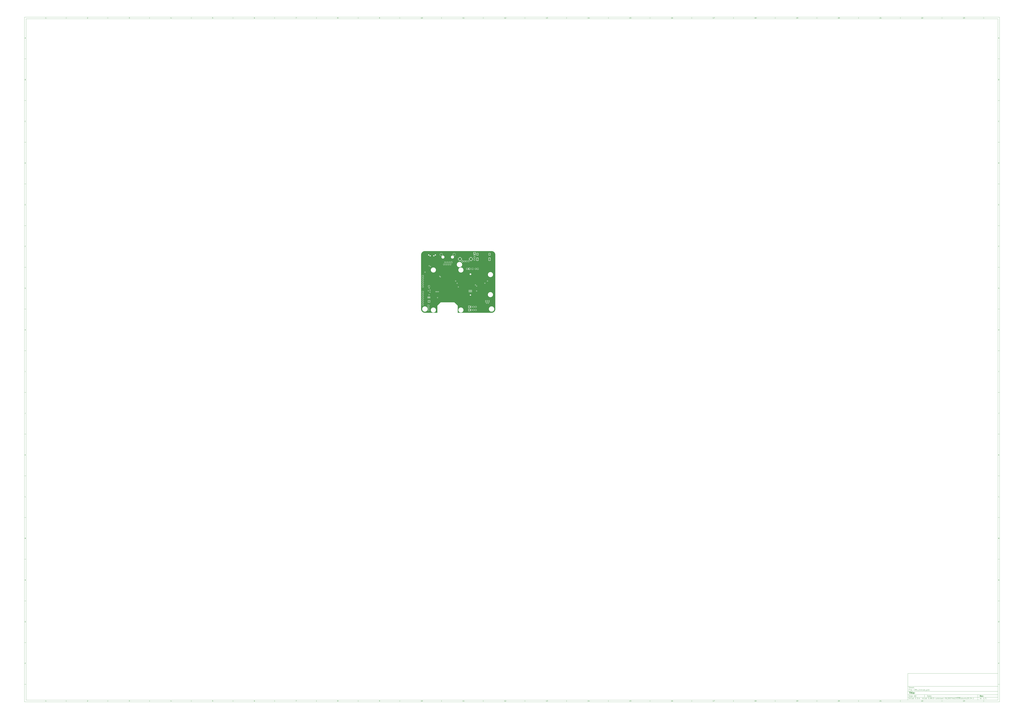
<source format=gbr>
%TF.GenerationSoftware,KiCad,Pcbnew,5.99.0-unknown-912657dd23~106~ubuntu20.04.1*%
%TF.CreationDate,2020-12-28T23:02:29+03:00*%
%TF.ProjectId,CM4_2,434d345f-322e-46b6-9963-61645f706362,rev?*%
%TF.SameCoordinates,PX1ce88340PY15c17540*%
%TF.FileFunction,Copper,L3,Inr*%
%TF.FilePolarity,Positive*%
%FSLAX46Y46*%
G04 Gerber Fmt 4.6, Leading zero omitted, Abs format (unit mm)*
G04 Created by KiCad (PCBNEW 5.99.0-unknown-912657dd23~106~ubuntu20.04.1) date 2020-12-28 23:02:29*
%MOMM*%
%LPD*%
G01*
G04 APERTURE LIST*
%ADD10C,0.100000*%
%ADD11C,0.150000*%
%ADD12C,0.300000*%
%ADD13C,0.400000*%
%TA.AperFunction,ComponentPad*%
%ADD14R,1.700000X1.700000*%
%TD*%
%TA.AperFunction,ComponentPad*%
%ADD15O,1.700000X1.700000*%
%TD*%
%TA.AperFunction,ComponentPad*%
%ADD16R,1.524000X1.524000*%
%TD*%
%TA.AperFunction,ComponentPad*%
%ADD17C,1.524000*%
%TD*%
%TA.AperFunction,ComponentPad*%
%ADD18C,3.500000*%
%TD*%
%TA.AperFunction,ComponentPad*%
%ADD19O,1.500000X3.300000*%
%TD*%
%TA.AperFunction,ComponentPad*%
%ADD20O,1.500000X2.300000*%
%TD*%
%TA.AperFunction,ComponentPad*%
%ADD21R,1.500000X1.500000*%
%TD*%
%TA.AperFunction,ComponentPad*%
%ADD22C,1.500000*%
%TD*%
%TA.AperFunction,ComponentPad*%
%ADD23C,3.000000*%
%TD*%
%TA.AperFunction,ViaPad*%
%ADD24C,0.800000*%
%TD*%
G04 APERTURE END LIST*
D10*
D11*
X583999400Y-431994000D02*
X583999400Y-463994000D01*
X691999400Y-463994000D01*
X691999400Y-431994000D01*
X583999400Y-431994000D01*
D10*
D11*
X-475000000Y355000000D02*
X-475000000Y-465994000D01*
X693999400Y-465994000D01*
X693999400Y355000000D01*
X-475000000Y355000000D01*
D10*
D11*
X-473000000Y353000000D02*
X-473000000Y-463994000D01*
X691999400Y-463994000D01*
X691999400Y353000000D01*
X-473000000Y353000000D01*
D10*
D11*
X-425000000Y353000000D02*
X-425000000Y355000000D01*
D10*
D11*
X-375000000Y353000000D02*
X-375000000Y355000000D01*
D10*
D11*
X-325000000Y353000000D02*
X-325000000Y355000000D01*
D10*
D11*
X-275000000Y353000000D02*
X-275000000Y355000000D01*
D10*
D11*
X-225000000Y353000000D02*
X-225000000Y355000000D01*
D10*
D11*
X-175000000Y353000000D02*
X-175000000Y355000000D01*
D10*
D11*
X-125000000Y353000000D02*
X-125000000Y355000000D01*
D10*
D11*
X-75000000Y353000000D02*
X-75000000Y355000000D01*
D10*
D11*
X-25000000Y353000000D02*
X-25000000Y355000000D01*
D10*
D11*
X25000000Y353000000D02*
X25000000Y355000000D01*
D10*
D11*
X75000000Y353000000D02*
X75000000Y355000000D01*
D10*
D11*
X125000000Y353000000D02*
X125000000Y355000000D01*
D10*
D11*
X175000000Y353000000D02*
X175000000Y355000000D01*
D10*
D11*
X225000000Y353000000D02*
X225000000Y355000000D01*
D10*
D11*
X275000000Y353000000D02*
X275000000Y355000000D01*
D10*
D11*
X325000000Y353000000D02*
X325000000Y355000000D01*
D10*
D11*
X375000000Y353000000D02*
X375000000Y355000000D01*
D10*
D11*
X425000000Y353000000D02*
X425000000Y355000000D01*
D10*
D11*
X475000000Y353000000D02*
X475000000Y355000000D01*
D10*
D11*
X525000000Y353000000D02*
X525000000Y355000000D01*
D10*
D11*
X575000000Y353000000D02*
X575000000Y355000000D01*
D10*
D11*
X625000000Y353000000D02*
X625000000Y355000000D01*
D10*
D11*
X675000000Y353000000D02*
X675000000Y355000000D01*
D10*
D11*
X-448934524Y353411905D02*
X-449677381Y353411905D01*
X-449305953Y353411905D02*
X-449305953Y354711905D01*
X-449429762Y354526191D01*
X-449553572Y354402381D01*
X-449677381Y354340477D01*
D10*
D11*
X-399677381Y354588096D02*
X-399615477Y354650000D01*
X-399491667Y354711905D01*
X-399182143Y354711905D01*
X-399058334Y354650000D01*
X-398996429Y354588096D01*
X-398934524Y354464286D01*
X-398934524Y354340477D01*
X-398996429Y354154762D01*
X-399739286Y353411905D01*
X-398934524Y353411905D01*
D10*
D11*
X-349739286Y354711905D02*
X-348934524Y354711905D01*
X-349367858Y354216667D01*
X-349182143Y354216667D01*
X-349058334Y354154762D01*
X-348996429Y354092858D01*
X-348934524Y353969048D01*
X-348934524Y353659524D01*
X-348996429Y353535715D01*
X-349058334Y353473810D01*
X-349182143Y353411905D01*
X-349553572Y353411905D01*
X-349677381Y353473810D01*
X-349739286Y353535715D01*
D10*
D11*
X-299058334Y354278572D02*
X-299058334Y353411905D01*
X-299367858Y354773810D02*
X-299677381Y353845239D01*
X-298872620Y353845239D01*
D10*
D11*
X-248996429Y354711905D02*
X-249615477Y354711905D01*
X-249677381Y354092858D01*
X-249615477Y354154762D01*
X-249491667Y354216667D01*
X-249182143Y354216667D01*
X-249058334Y354154762D01*
X-248996429Y354092858D01*
X-248934524Y353969048D01*
X-248934524Y353659524D01*
X-248996429Y353535715D01*
X-249058334Y353473810D01*
X-249182143Y353411905D01*
X-249491667Y353411905D01*
X-249615477Y353473810D01*
X-249677381Y353535715D01*
D10*
D11*
X-199058334Y354711905D02*
X-199305953Y354711905D01*
X-199429762Y354650000D01*
X-199491667Y354588096D01*
X-199615477Y354402381D01*
X-199677381Y354154762D01*
X-199677381Y353659524D01*
X-199615477Y353535715D01*
X-199553572Y353473810D01*
X-199429762Y353411905D01*
X-199182143Y353411905D01*
X-199058334Y353473810D01*
X-198996429Y353535715D01*
X-198934524Y353659524D01*
X-198934524Y353969048D01*
X-198996429Y354092858D01*
X-199058334Y354154762D01*
X-199182143Y354216667D01*
X-199429762Y354216667D01*
X-199553572Y354154762D01*
X-199615477Y354092858D01*
X-199677381Y353969048D01*
D10*
D11*
X-149739286Y354711905D02*
X-148872620Y354711905D01*
X-149429762Y353411905D01*
D10*
D11*
X-99429762Y354154762D02*
X-99553572Y354216667D01*
X-99615477Y354278572D01*
X-99677381Y354402381D01*
X-99677381Y354464286D01*
X-99615477Y354588096D01*
X-99553572Y354650000D01*
X-99429762Y354711905D01*
X-99182143Y354711905D01*
X-99058334Y354650000D01*
X-98996429Y354588096D01*
X-98934524Y354464286D01*
X-98934524Y354402381D01*
X-98996429Y354278572D01*
X-99058334Y354216667D01*
X-99182143Y354154762D01*
X-99429762Y354154762D01*
X-99553572Y354092858D01*
X-99615477Y354030953D01*
X-99677381Y353907143D01*
X-99677381Y353659524D01*
X-99615477Y353535715D01*
X-99553572Y353473810D01*
X-99429762Y353411905D01*
X-99182143Y353411905D01*
X-99058334Y353473810D01*
X-98996429Y353535715D01*
X-98934524Y353659524D01*
X-98934524Y353907143D01*
X-98996429Y354030953D01*
X-99058334Y354092858D01*
X-99182143Y354154762D01*
D10*
D11*
X-49553572Y353411905D02*
X-49305953Y353411905D01*
X-49182143Y353473810D01*
X-49120239Y353535715D01*
X-48996429Y353721429D01*
X-48934524Y353969048D01*
X-48934524Y354464286D01*
X-48996429Y354588096D01*
X-49058334Y354650000D01*
X-49182143Y354711905D01*
X-49429762Y354711905D01*
X-49553572Y354650000D01*
X-49615477Y354588096D01*
X-49677381Y354464286D01*
X-49677381Y354154762D01*
X-49615477Y354030953D01*
X-49553572Y353969048D01*
X-49429762Y353907143D01*
X-49182143Y353907143D01*
X-49058334Y353969048D01*
X-48996429Y354030953D01*
X-48934524Y354154762D01*
D10*
D11*
X1065476Y353411905D02*
X322619Y353411905D01*
X694047Y353411905D02*
X694047Y354711905D01*
X570238Y354526191D01*
X446428Y354402381D01*
X322619Y354340477D01*
X1870238Y354711905D02*
X1994047Y354711905D01*
X2117857Y354650000D01*
X2179761Y354588096D01*
X2241666Y354464286D01*
X2303571Y354216667D01*
X2303571Y353907143D01*
X2241666Y353659524D01*
X2179761Y353535715D01*
X2117857Y353473810D01*
X1994047Y353411905D01*
X1870238Y353411905D01*
X1746428Y353473810D01*
X1684523Y353535715D01*
X1622619Y353659524D01*
X1560714Y353907143D01*
X1560714Y354216667D01*
X1622619Y354464286D01*
X1684523Y354588096D01*
X1746428Y354650000D01*
X1870238Y354711905D01*
D10*
D11*
X51065476Y353411905D02*
X50322619Y353411905D01*
X50694047Y353411905D02*
X50694047Y354711905D01*
X50570238Y354526191D01*
X50446428Y354402381D01*
X50322619Y354340477D01*
X52303571Y353411905D02*
X51560714Y353411905D01*
X51932142Y353411905D02*
X51932142Y354711905D01*
X51808333Y354526191D01*
X51684523Y354402381D01*
X51560714Y354340477D01*
D10*
D11*
X101065476Y353411905D02*
X100322619Y353411905D01*
X100694047Y353411905D02*
X100694047Y354711905D01*
X100570238Y354526191D01*
X100446428Y354402381D01*
X100322619Y354340477D01*
X101560714Y354588096D02*
X101622619Y354650000D01*
X101746428Y354711905D01*
X102055952Y354711905D01*
X102179761Y354650000D01*
X102241666Y354588096D01*
X102303571Y354464286D01*
X102303571Y354340477D01*
X102241666Y354154762D01*
X101498809Y353411905D01*
X102303571Y353411905D01*
D10*
D11*
X151065476Y353411905D02*
X150322619Y353411905D01*
X150694047Y353411905D02*
X150694047Y354711905D01*
X150570238Y354526191D01*
X150446428Y354402381D01*
X150322619Y354340477D01*
X151498809Y354711905D02*
X152303571Y354711905D01*
X151870238Y354216667D01*
X152055952Y354216667D01*
X152179761Y354154762D01*
X152241666Y354092858D01*
X152303571Y353969048D01*
X152303571Y353659524D01*
X152241666Y353535715D01*
X152179761Y353473810D01*
X152055952Y353411905D01*
X151684523Y353411905D01*
X151560714Y353473810D01*
X151498809Y353535715D01*
D10*
D11*
X201065476Y353411905D02*
X200322619Y353411905D01*
X200694047Y353411905D02*
X200694047Y354711905D01*
X200570238Y354526191D01*
X200446428Y354402381D01*
X200322619Y354340477D01*
X202179761Y354278572D02*
X202179761Y353411905D01*
X201870238Y354773810D02*
X201560714Y353845239D01*
X202365476Y353845239D01*
D10*
D11*
X251065476Y353411905D02*
X250322619Y353411905D01*
X250694047Y353411905D02*
X250694047Y354711905D01*
X250570238Y354526191D01*
X250446428Y354402381D01*
X250322619Y354340477D01*
X252241666Y354711905D02*
X251622619Y354711905D01*
X251560714Y354092858D01*
X251622619Y354154762D01*
X251746428Y354216667D01*
X252055952Y354216667D01*
X252179761Y354154762D01*
X252241666Y354092858D01*
X252303571Y353969048D01*
X252303571Y353659524D01*
X252241666Y353535715D01*
X252179761Y353473810D01*
X252055952Y353411905D01*
X251746428Y353411905D01*
X251622619Y353473810D01*
X251560714Y353535715D01*
D10*
D11*
X301065476Y353411905D02*
X300322619Y353411905D01*
X300694047Y353411905D02*
X300694047Y354711905D01*
X300570238Y354526191D01*
X300446428Y354402381D01*
X300322619Y354340477D01*
X302179761Y354711905D02*
X301932142Y354711905D01*
X301808333Y354650000D01*
X301746428Y354588096D01*
X301622619Y354402381D01*
X301560714Y354154762D01*
X301560714Y353659524D01*
X301622619Y353535715D01*
X301684523Y353473810D01*
X301808333Y353411905D01*
X302055952Y353411905D01*
X302179761Y353473810D01*
X302241666Y353535715D01*
X302303571Y353659524D01*
X302303571Y353969048D01*
X302241666Y354092858D01*
X302179761Y354154762D01*
X302055952Y354216667D01*
X301808333Y354216667D01*
X301684523Y354154762D01*
X301622619Y354092858D01*
X301560714Y353969048D01*
D10*
D11*
X351065476Y353411905D02*
X350322619Y353411905D01*
X350694047Y353411905D02*
X350694047Y354711905D01*
X350570238Y354526191D01*
X350446428Y354402381D01*
X350322619Y354340477D01*
X351498809Y354711905D02*
X352365476Y354711905D01*
X351808333Y353411905D01*
D10*
D11*
X401065476Y353411905D02*
X400322619Y353411905D01*
X400694047Y353411905D02*
X400694047Y354711905D01*
X400570238Y354526191D01*
X400446428Y354402381D01*
X400322619Y354340477D01*
X401808333Y354154762D02*
X401684523Y354216667D01*
X401622619Y354278572D01*
X401560714Y354402381D01*
X401560714Y354464286D01*
X401622619Y354588096D01*
X401684523Y354650000D01*
X401808333Y354711905D01*
X402055952Y354711905D01*
X402179761Y354650000D01*
X402241666Y354588096D01*
X402303571Y354464286D01*
X402303571Y354402381D01*
X402241666Y354278572D01*
X402179761Y354216667D01*
X402055952Y354154762D01*
X401808333Y354154762D01*
X401684523Y354092858D01*
X401622619Y354030953D01*
X401560714Y353907143D01*
X401560714Y353659524D01*
X401622619Y353535715D01*
X401684523Y353473810D01*
X401808333Y353411905D01*
X402055952Y353411905D01*
X402179761Y353473810D01*
X402241666Y353535715D01*
X402303571Y353659524D01*
X402303571Y353907143D01*
X402241666Y354030953D01*
X402179761Y354092858D01*
X402055952Y354154762D01*
D10*
D11*
X451065476Y353411905D02*
X450322619Y353411905D01*
X450694047Y353411905D02*
X450694047Y354711905D01*
X450570238Y354526191D01*
X450446428Y354402381D01*
X450322619Y354340477D01*
X451684523Y353411905D02*
X451932142Y353411905D01*
X452055952Y353473810D01*
X452117857Y353535715D01*
X452241666Y353721429D01*
X452303571Y353969048D01*
X452303571Y354464286D01*
X452241666Y354588096D01*
X452179761Y354650000D01*
X452055952Y354711905D01*
X451808333Y354711905D01*
X451684523Y354650000D01*
X451622619Y354588096D01*
X451560714Y354464286D01*
X451560714Y354154762D01*
X451622619Y354030953D01*
X451684523Y353969048D01*
X451808333Y353907143D01*
X452055952Y353907143D01*
X452179761Y353969048D01*
X452241666Y354030953D01*
X452303571Y354154762D01*
D10*
D11*
X500322619Y354588096D02*
X500384523Y354650000D01*
X500508333Y354711905D01*
X500817857Y354711905D01*
X500941666Y354650000D01*
X501003571Y354588096D01*
X501065476Y354464286D01*
X501065476Y354340477D01*
X501003571Y354154762D01*
X500260714Y353411905D01*
X501065476Y353411905D01*
X501870238Y354711905D02*
X501994047Y354711905D01*
X502117857Y354650000D01*
X502179761Y354588096D01*
X502241666Y354464286D01*
X502303571Y354216667D01*
X502303571Y353907143D01*
X502241666Y353659524D01*
X502179761Y353535715D01*
X502117857Y353473810D01*
X501994047Y353411905D01*
X501870238Y353411905D01*
X501746428Y353473810D01*
X501684523Y353535715D01*
X501622619Y353659524D01*
X501560714Y353907143D01*
X501560714Y354216667D01*
X501622619Y354464286D01*
X501684523Y354588096D01*
X501746428Y354650000D01*
X501870238Y354711905D01*
D10*
D11*
X550322619Y354588096D02*
X550384523Y354650000D01*
X550508333Y354711905D01*
X550817857Y354711905D01*
X550941666Y354650000D01*
X551003571Y354588096D01*
X551065476Y354464286D01*
X551065476Y354340477D01*
X551003571Y354154762D01*
X550260714Y353411905D01*
X551065476Y353411905D01*
X552303571Y353411905D02*
X551560714Y353411905D01*
X551932142Y353411905D02*
X551932142Y354711905D01*
X551808333Y354526191D01*
X551684523Y354402381D01*
X551560714Y354340477D01*
D10*
D11*
X600322619Y354588096D02*
X600384523Y354650000D01*
X600508333Y354711905D01*
X600817857Y354711905D01*
X600941666Y354650000D01*
X601003571Y354588096D01*
X601065476Y354464286D01*
X601065476Y354340477D01*
X601003571Y354154762D01*
X600260714Y353411905D01*
X601065476Y353411905D01*
X601560714Y354588096D02*
X601622619Y354650000D01*
X601746428Y354711905D01*
X602055952Y354711905D01*
X602179761Y354650000D01*
X602241666Y354588096D01*
X602303571Y354464286D01*
X602303571Y354340477D01*
X602241666Y354154762D01*
X601498809Y353411905D01*
X602303571Y353411905D01*
D10*
D11*
X650322619Y354588096D02*
X650384523Y354650000D01*
X650508333Y354711905D01*
X650817857Y354711905D01*
X650941666Y354650000D01*
X651003571Y354588096D01*
X651065476Y354464286D01*
X651065476Y354340477D01*
X651003571Y354154762D01*
X650260714Y353411905D01*
X651065476Y353411905D01*
X651498809Y354711905D02*
X652303571Y354711905D01*
X651870238Y354216667D01*
X652055952Y354216667D01*
X652179761Y354154762D01*
X652241666Y354092858D01*
X652303571Y353969048D01*
X652303571Y353659524D01*
X652241666Y353535715D01*
X652179761Y353473810D01*
X652055952Y353411905D01*
X651684523Y353411905D01*
X651560714Y353473810D01*
X651498809Y353535715D01*
D10*
D11*
X-425000000Y-463994000D02*
X-425000000Y-465994000D01*
D10*
D11*
X-375000000Y-463994000D02*
X-375000000Y-465994000D01*
D10*
D11*
X-325000000Y-463994000D02*
X-325000000Y-465994000D01*
D10*
D11*
X-275000000Y-463994000D02*
X-275000000Y-465994000D01*
D10*
D11*
X-225000000Y-463994000D02*
X-225000000Y-465994000D01*
D10*
D11*
X-175000000Y-463994000D02*
X-175000000Y-465994000D01*
D10*
D11*
X-125000000Y-463994000D02*
X-125000000Y-465994000D01*
D10*
D11*
X-75000000Y-463994000D02*
X-75000000Y-465994000D01*
D10*
D11*
X-25000000Y-463994000D02*
X-25000000Y-465994000D01*
D10*
D11*
X25000000Y-463994000D02*
X25000000Y-465994000D01*
D10*
D11*
X75000000Y-463994000D02*
X75000000Y-465994000D01*
D10*
D11*
X125000000Y-463994000D02*
X125000000Y-465994000D01*
D10*
D11*
X175000000Y-463994000D02*
X175000000Y-465994000D01*
D10*
D11*
X225000000Y-463994000D02*
X225000000Y-465994000D01*
D10*
D11*
X275000000Y-463994000D02*
X275000000Y-465994000D01*
D10*
D11*
X325000000Y-463994000D02*
X325000000Y-465994000D01*
D10*
D11*
X375000000Y-463994000D02*
X375000000Y-465994000D01*
D10*
D11*
X425000000Y-463994000D02*
X425000000Y-465994000D01*
D10*
D11*
X475000000Y-463994000D02*
X475000000Y-465994000D01*
D10*
D11*
X525000000Y-463994000D02*
X525000000Y-465994000D01*
D10*
D11*
X575000000Y-463994000D02*
X575000000Y-465994000D01*
D10*
D11*
X625000000Y-463994000D02*
X625000000Y-465994000D01*
D10*
D11*
X675000000Y-463994000D02*
X675000000Y-465994000D01*
D10*
D11*
X-448934524Y-465582095D02*
X-449677381Y-465582095D01*
X-449305953Y-465582095D02*
X-449305953Y-464282095D01*
X-449429762Y-464467809D01*
X-449553572Y-464591619D01*
X-449677381Y-464653523D01*
D10*
D11*
X-399677381Y-464405904D02*
X-399615477Y-464344000D01*
X-399491667Y-464282095D01*
X-399182143Y-464282095D01*
X-399058334Y-464344000D01*
X-398996429Y-464405904D01*
X-398934524Y-464529714D01*
X-398934524Y-464653523D01*
X-398996429Y-464839238D01*
X-399739286Y-465582095D01*
X-398934524Y-465582095D01*
D10*
D11*
X-349739286Y-464282095D02*
X-348934524Y-464282095D01*
X-349367858Y-464777333D01*
X-349182143Y-464777333D01*
X-349058334Y-464839238D01*
X-348996429Y-464901142D01*
X-348934524Y-465024952D01*
X-348934524Y-465334476D01*
X-348996429Y-465458285D01*
X-349058334Y-465520190D01*
X-349182143Y-465582095D01*
X-349553572Y-465582095D01*
X-349677381Y-465520190D01*
X-349739286Y-465458285D01*
D10*
D11*
X-299058334Y-464715428D02*
X-299058334Y-465582095D01*
X-299367858Y-464220190D02*
X-299677381Y-465148761D01*
X-298872620Y-465148761D01*
D10*
D11*
X-248996429Y-464282095D02*
X-249615477Y-464282095D01*
X-249677381Y-464901142D01*
X-249615477Y-464839238D01*
X-249491667Y-464777333D01*
X-249182143Y-464777333D01*
X-249058334Y-464839238D01*
X-248996429Y-464901142D01*
X-248934524Y-465024952D01*
X-248934524Y-465334476D01*
X-248996429Y-465458285D01*
X-249058334Y-465520190D01*
X-249182143Y-465582095D01*
X-249491667Y-465582095D01*
X-249615477Y-465520190D01*
X-249677381Y-465458285D01*
D10*
D11*
X-199058334Y-464282095D02*
X-199305953Y-464282095D01*
X-199429762Y-464344000D01*
X-199491667Y-464405904D01*
X-199615477Y-464591619D01*
X-199677381Y-464839238D01*
X-199677381Y-465334476D01*
X-199615477Y-465458285D01*
X-199553572Y-465520190D01*
X-199429762Y-465582095D01*
X-199182143Y-465582095D01*
X-199058334Y-465520190D01*
X-198996429Y-465458285D01*
X-198934524Y-465334476D01*
X-198934524Y-465024952D01*
X-198996429Y-464901142D01*
X-199058334Y-464839238D01*
X-199182143Y-464777333D01*
X-199429762Y-464777333D01*
X-199553572Y-464839238D01*
X-199615477Y-464901142D01*
X-199677381Y-465024952D01*
D10*
D11*
X-149739286Y-464282095D02*
X-148872620Y-464282095D01*
X-149429762Y-465582095D01*
D10*
D11*
X-99429762Y-464839238D02*
X-99553572Y-464777333D01*
X-99615477Y-464715428D01*
X-99677381Y-464591619D01*
X-99677381Y-464529714D01*
X-99615477Y-464405904D01*
X-99553572Y-464344000D01*
X-99429762Y-464282095D01*
X-99182143Y-464282095D01*
X-99058334Y-464344000D01*
X-98996429Y-464405904D01*
X-98934524Y-464529714D01*
X-98934524Y-464591619D01*
X-98996429Y-464715428D01*
X-99058334Y-464777333D01*
X-99182143Y-464839238D01*
X-99429762Y-464839238D01*
X-99553572Y-464901142D01*
X-99615477Y-464963047D01*
X-99677381Y-465086857D01*
X-99677381Y-465334476D01*
X-99615477Y-465458285D01*
X-99553572Y-465520190D01*
X-99429762Y-465582095D01*
X-99182143Y-465582095D01*
X-99058334Y-465520190D01*
X-98996429Y-465458285D01*
X-98934524Y-465334476D01*
X-98934524Y-465086857D01*
X-98996429Y-464963047D01*
X-99058334Y-464901142D01*
X-99182143Y-464839238D01*
D10*
D11*
X-49553572Y-465582095D02*
X-49305953Y-465582095D01*
X-49182143Y-465520190D01*
X-49120239Y-465458285D01*
X-48996429Y-465272571D01*
X-48934524Y-465024952D01*
X-48934524Y-464529714D01*
X-48996429Y-464405904D01*
X-49058334Y-464344000D01*
X-49182143Y-464282095D01*
X-49429762Y-464282095D01*
X-49553572Y-464344000D01*
X-49615477Y-464405904D01*
X-49677381Y-464529714D01*
X-49677381Y-464839238D01*
X-49615477Y-464963047D01*
X-49553572Y-465024952D01*
X-49429762Y-465086857D01*
X-49182143Y-465086857D01*
X-49058334Y-465024952D01*
X-48996429Y-464963047D01*
X-48934524Y-464839238D01*
D10*
D11*
X1065476Y-465582095D02*
X322619Y-465582095D01*
X694047Y-465582095D02*
X694047Y-464282095D01*
X570238Y-464467809D01*
X446428Y-464591619D01*
X322619Y-464653523D01*
X1870238Y-464282095D02*
X1994047Y-464282095D01*
X2117857Y-464344000D01*
X2179761Y-464405904D01*
X2241666Y-464529714D01*
X2303571Y-464777333D01*
X2303571Y-465086857D01*
X2241666Y-465334476D01*
X2179761Y-465458285D01*
X2117857Y-465520190D01*
X1994047Y-465582095D01*
X1870238Y-465582095D01*
X1746428Y-465520190D01*
X1684523Y-465458285D01*
X1622619Y-465334476D01*
X1560714Y-465086857D01*
X1560714Y-464777333D01*
X1622619Y-464529714D01*
X1684523Y-464405904D01*
X1746428Y-464344000D01*
X1870238Y-464282095D01*
D10*
D11*
X51065476Y-465582095D02*
X50322619Y-465582095D01*
X50694047Y-465582095D02*
X50694047Y-464282095D01*
X50570238Y-464467809D01*
X50446428Y-464591619D01*
X50322619Y-464653523D01*
X52303571Y-465582095D02*
X51560714Y-465582095D01*
X51932142Y-465582095D02*
X51932142Y-464282095D01*
X51808333Y-464467809D01*
X51684523Y-464591619D01*
X51560714Y-464653523D01*
D10*
D11*
X101065476Y-465582095D02*
X100322619Y-465582095D01*
X100694047Y-465582095D02*
X100694047Y-464282095D01*
X100570238Y-464467809D01*
X100446428Y-464591619D01*
X100322619Y-464653523D01*
X101560714Y-464405904D02*
X101622619Y-464344000D01*
X101746428Y-464282095D01*
X102055952Y-464282095D01*
X102179761Y-464344000D01*
X102241666Y-464405904D01*
X102303571Y-464529714D01*
X102303571Y-464653523D01*
X102241666Y-464839238D01*
X101498809Y-465582095D01*
X102303571Y-465582095D01*
D10*
D11*
X151065476Y-465582095D02*
X150322619Y-465582095D01*
X150694047Y-465582095D02*
X150694047Y-464282095D01*
X150570238Y-464467809D01*
X150446428Y-464591619D01*
X150322619Y-464653523D01*
X151498809Y-464282095D02*
X152303571Y-464282095D01*
X151870238Y-464777333D01*
X152055952Y-464777333D01*
X152179761Y-464839238D01*
X152241666Y-464901142D01*
X152303571Y-465024952D01*
X152303571Y-465334476D01*
X152241666Y-465458285D01*
X152179761Y-465520190D01*
X152055952Y-465582095D01*
X151684523Y-465582095D01*
X151560714Y-465520190D01*
X151498809Y-465458285D01*
D10*
D11*
X201065476Y-465582095D02*
X200322619Y-465582095D01*
X200694047Y-465582095D02*
X200694047Y-464282095D01*
X200570238Y-464467809D01*
X200446428Y-464591619D01*
X200322619Y-464653523D01*
X202179761Y-464715428D02*
X202179761Y-465582095D01*
X201870238Y-464220190D02*
X201560714Y-465148761D01*
X202365476Y-465148761D01*
D10*
D11*
X251065476Y-465582095D02*
X250322619Y-465582095D01*
X250694047Y-465582095D02*
X250694047Y-464282095D01*
X250570238Y-464467809D01*
X250446428Y-464591619D01*
X250322619Y-464653523D01*
X252241666Y-464282095D02*
X251622619Y-464282095D01*
X251560714Y-464901142D01*
X251622619Y-464839238D01*
X251746428Y-464777333D01*
X252055952Y-464777333D01*
X252179761Y-464839238D01*
X252241666Y-464901142D01*
X252303571Y-465024952D01*
X252303571Y-465334476D01*
X252241666Y-465458285D01*
X252179761Y-465520190D01*
X252055952Y-465582095D01*
X251746428Y-465582095D01*
X251622619Y-465520190D01*
X251560714Y-465458285D01*
D10*
D11*
X301065476Y-465582095D02*
X300322619Y-465582095D01*
X300694047Y-465582095D02*
X300694047Y-464282095D01*
X300570238Y-464467809D01*
X300446428Y-464591619D01*
X300322619Y-464653523D01*
X302179761Y-464282095D02*
X301932142Y-464282095D01*
X301808333Y-464344000D01*
X301746428Y-464405904D01*
X301622619Y-464591619D01*
X301560714Y-464839238D01*
X301560714Y-465334476D01*
X301622619Y-465458285D01*
X301684523Y-465520190D01*
X301808333Y-465582095D01*
X302055952Y-465582095D01*
X302179761Y-465520190D01*
X302241666Y-465458285D01*
X302303571Y-465334476D01*
X302303571Y-465024952D01*
X302241666Y-464901142D01*
X302179761Y-464839238D01*
X302055952Y-464777333D01*
X301808333Y-464777333D01*
X301684523Y-464839238D01*
X301622619Y-464901142D01*
X301560714Y-465024952D01*
D10*
D11*
X351065476Y-465582095D02*
X350322619Y-465582095D01*
X350694047Y-465582095D02*
X350694047Y-464282095D01*
X350570238Y-464467809D01*
X350446428Y-464591619D01*
X350322619Y-464653523D01*
X351498809Y-464282095D02*
X352365476Y-464282095D01*
X351808333Y-465582095D01*
D10*
D11*
X401065476Y-465582095D02*
X400322619Y-465582095D01*
X400694047Y-465582095D02*
X400694047Y-464282095D01*
X400570238Y-464467809D01*
X400446428Y-464591619D01*
X400322619Y-464653523D01*
X401808333Y-464839238D02*
X401684523Y-464777333D01*
X401622619Y-464715428D01*
X401560714Y-464591619D01*
X401560714Y-464529714D01*
X401622619Y-464405904D01*
X401684523Y-464344000D01*
X401808333Y-464282095D01*
X402055952Y-464282095D01*
X402179761Y-464344000D01*
X402241666Y-464405904D01*
X402303571Y-464529714D01*
X402303571Y-464591619D01*
X402241666Y-464715428D01*
X402179761Y-464777333D01*
X402055952Y-464839238D01*
X401808333Y-464839238D01*
X401684523Y-464901142D01*
X401622619Y-464963047D01*
X401560714Y-465086857D01*
X401560714Y-465334476D01*
X401622619Y-465458285D01*
X401684523Y-465520190D01*
X401808333Y-465582095D01*
X402055952Y-465582095D01*
X402179761Y-465520190D01*
X402241666Y-465458285D01*
X402303571Y-465334476D01*
X402303571Y-465086857D01*
X402241666Y-464963047D01*
X402179761Y-464901142D01*
X402055952Y-464839238D01*
D10*
D11*
X451065476Y-465582095D02*
X450322619Y-465582095D01*
X450694047Y-465582095D02*
X450694047Y-464282095D01*
X450570238Y-464467809D01*
X450446428Y-464591619D01*
X450322619Y-464653523D01*
X451684523Y-465582095D02*
X451932142Y-465582095D01*
X452055952Y-465520190D01*
X452117857Y-465458285D01*
X452241666Y-465272571D01*
X452303571Y-465024952D01*
X452303571Y-464529714D01*
X452241666Y-464405904D01*
X452179761Y-464344000D01*
X452055952Y-464282095D01*
X451808333Y-464282095D01*
X451684523Y-464344000D01*
X451622619Y-464405904D01*
X451560714Y-464529714D01*
X451560714Y-464839238D01*
X451622619Y-464963047D01*
X451684523Y-465024952D01*
X451808333Y-465086857D01*
X452055952Y-465086857D01*
X452179761Y-465024952D01*
X452241666Y-464963047D01*
X452303571Y-464839238D01*
D10*
D11*
X500322619Y-464405904D02*
X500384523Y-464344000D01*
X500508333Y-464282095D01*
X500817857Y-464282095D01*
X500941666Y-464344000D01*
X501003571Y-464405904D01*
X501065476Y-464529714D01*
X501065476Y-464653523D01*
X501003571Y-464839238D01*
X500260714Y-465582095D01*
X501065476Y-465582095D01*
X501870238Y-464282095D02*
X501994047Y-464282095D01*
X502117857Y-464344000D01*
X502179761Y-464405904D01*
X502241666Y-464529714D01*
X502303571Y-464777333D01*
X502303571Y-465086857D01*
X502241666Y-465334476D01*
X502179761Y-465458285D01*
X502117857Y-465520190D01*
X501994047Y-465582095D01*
X501870238Y-465582095D01*
X501746428Y-465520190D01*
X501684523Y-465458285D01*
X501622619Y-465334476D01*
X501560714Y-465086857D01*
X501560714Y-464777333D01*
X501622619Y-464529714D01*
X501684523Y-464405904D01*
X501746428Y-464344000D01*
X501870238Y-464282095D01*
D10*
D11*
X550322619Y-464405904D02*
X550384523Y-464344000D01*
X550508333Y-464282095D01*
X550817857Y-464282095D01*
X550941666Y-464344000D01*
X551003571Y-464405904D01*
X551065476Y-464529714D01*
X551065476Y-464653523D01*
X551003571Y-464839238D01*
X550260714Y-465582095D01*
X551065476Y-465582095D01*
X552303571Y-465582095D02*
X551560714Y-465582095D01*
X551932142Y-465582095D02*
X551932142Y-464282095D01*
X551808333Y-464467809D01*
X551684523Y-464591619D01*
X551560714Y-464653523D01*
D10*
D11*
X600322619Y-464405904D02*
X600384523Y-464344000D01*
X600508333Y-464282095D01*
X600817857Y-464282095D01*
X600941666Y-464344000D01*
X601003571Y-464405904D01*
X601065476Y-464529714D01*
X601065476Y-464653523D01*
X601003571Y-464839238D01*
X600260714Y-465582095D01*
X601065476Y-465582095D01*
X601560714Y-464405904D02*
X601622619Y-464344000D01*
X601746428Y-464282095D01*
X602055952Y-464282095D01*
X602179761Y-464344000D01*
X602241666Y-464405904D01*
X602303571Y-464529714D01*
X602303571Y-464653523D01*
X602241666Y-464839238D01*
X601498809Y-465582095D01*
X602303571Y-465582095D01*
D10*
D11*
X650322619Y-464405904D02*
X650384523Y-464344000D01*
X650508333Y-464282095D01*
X650817857Y-464282095D01*
X650941666Y-464344000D01*
X651003571Y-464405904D01*
X651065476Y-464529714D01*
X651065476Y-464653523D01*
X651003571Y-464839238D01*
X650260714Y-465582095D01*
X651065476Y-465582095D01*
X651498809Y-464282095D02*
X652303571Y-464282095D01*
X651870238Y-464777333D01*
X652055952Y-464777333D01*
X652179761Y-464839238D01*
X652241666Y-464901142D01*
X652303571Y-465024952D01*
X652303571Y-465334476D01*
X652241666Y-465458285D01*
X652179761Y-465520190D01*
X652055952Y-465582095D01*
X651684523Y-465582095D01*
X651560714Y-465520190D01*
X651498809Y-465458285D01*
D10*
D11*
X-475000000Y305000000D02*
X-473000000Y305000000D01*
D10*
D11*
X-475000000Y255000000D02*
X-473000000Y255000000D01*
D10*
D11*
X-475000000Y205000000D02*
X-473000000Y205000000D01*
D10*
D11*
X-475000000Y155000000D02*
X-473000000Y155000000D01*
D10*
D11*
X-475000000Y105000000D02*
X-473000000Y105000000D01*
D10*
D11*
X-475000000Y55000000D02*
X-473000000Y55000000D01*
D10*
D11*
X-475000000Y5000000D02*
X-473000000Y5000000D01*
D10*
D11*
X-475000000Y-45000000D02*
X-473000000Y-45000000D01*
D10*
D11*
X-475000000Y-95000000D02*
X-473000000Y-95000000D01*
D10*
D11*
X-475000000Y-145000000D02*
X-473000000Y-145000000D01*
D10*
D11*
X-475000000Y-195000000D02*
X-473000000Y-195000000D01*
D10*
D11*
X-475000000Y-245000000D02*
X-473000000Y-245000000D01*
D10*
D11*
X-475000000Y-295000000D02*
X-473000000Y-295000000D01*
D10*
D11*
X-475000000Y-345000000D02*
X-473000000Y-345000000D01*
D10*
D11*
X-475000000Y-395000000D02*
X-473000000Y-395000000D01*
D10*
D11*
X-475000000Y-445000000D02*
X-473000000Y-445000000D01*
D10*
D11*
X-474309524Y329783334D02*
X-473690477Y329783334D01*
X-474433334Y329411905D02*
X-474000000Y330711905D01*
X-473566667Y329411905D01*
D10*
D11*
X-473907143Y280092858D02*
X-473721429Y280030953D01*
X-473659524Y279969048D01*
X-473597620Y279845239D01*
X-473597620Y279659524D01*
X-473659524Y279535715D01*
X-473721429Y279473810D01*
X-473845239Y279411905D01*
X-474340477Y279411905D01*
X-474340477Y280711905D01*
X-473907143Y280711905D01*
X-473783334Y280650000D01*
X-473721429Y280588096D01*
X-473659524Y280464286D01*
X-473659524Y280340477D01*
X-473721429Y280216667D01*
X-473783334Y280154762D01*
X-473907143Y280092858D01*
X-474340477Y280092858D01*
D10*
D11*
X-473597620Y229535715D02*
X-473659524Y229473810D01*
X-473845239Y229411905D01*
X-473969048Y229411905D01*
X-474154762Y229473810D01*
X-474278572Y229597620D01*
X-474340477Y229721429D01*
X-474402381Y229969048D01*
X-474402381Y230154762D01*
X-474340477Y230402381D01*
X-474278572Y230526191D01*
X-474154762Y230650000D01*
X-473969048Y230711905D01*
X-473845239Y230711905D01*
X-473659524Y230650000D01*
X-473597620Y230588096D01*
D10*
D11*
X-474340477Y179411905D02*
X-474340477Y180711905D01*
X-474030953Y180711905D01*
X-473845239Y180650000D01*
X-473721429Y180526191D01*
X-473659524Y180402381D01*
X-473597620Y180154762D01*
X-473597620Y179969048D01*
X-473659524Y179721429D01*
X-473721429Y179597620D01*
X-473845239Y179473810D01*
X-474030953Y179411905D01*
X-474340477Y179411905D01*
D10*
D11*
X-474278572Y130092858D02*
X-473845239Y130092858D01*
X-473659524Y129411905D02*
X-474278572Y129411905D01*
X-474278572Y130711905D01*
X-473659524Y130711905D01*
D10*
D11*
X-473814286Y80092858D02*
X-474247620Y80092858D01*
X-474247620Y79411905D02*
X-474247620Y80711905D01*
X-473628572Y80711905D01*
D10*
D11*
X-473659524Y30650000D02*
X-473783334Y30711905D01*
X-473969048Y30711905D01*
X-474154762Y30650000D01*
X-474278572Y30526191D01*
X-474340477Y30402381D01*
X-474402381Y30154762D01*
X-474402381Y29969048D01*
X-474340477Y29721429D01*
X-474278572Y29597620D01*
X-474154762Y29473810D01*
X-473969048Y29411905D01*
X-473845239Y29411905D01*
X-473659524Y29473810D01*
X-473597620Y29535715D01*
X-473597620Y29969048D01*
X-473845239Y29969048D01*
D10*
D11*
X-474371429Y-20588095D02*
X-474371429Y-19288095D01*
X-474371429Y-19907142D02*
X-473628572Y-19907142D01*
X-473628572Y-20588095D02*
X-473628572Y-19288095D01*
D10*
D11*
X-474000000Y-70588095D02*
X-474000000Y-69288095D01*
D10*
D11*
X-473814286Y-119288095D02*
X-473814286Y-120216666D01*
X-473876191Y-120402380D01*
X-474000000Y-120526190D01*
X-474185715Y-120588095D01*
X-474309524Y-120588095D01*
D10*
D11*
X-474340477Y-170588095D02*
X-474340477Y-169288095D01*
X-473597620Y-170588095D02*
X-474154762Y-169845238D01*
X-473597620Y-169288095D02*
X-474340477Y-170030952D01*
D10*
D11*
X-473597620Y-220588095D02*
X-474216667Y-220588095D01*
X-474216667Y-219288095D01*
D10*
D11*
X-474433334Y-270588095D02*
X-474433334Y-269288095D01*
X-474000000Y-270216666D01*
X-473566667Y-269288095D01*
X-473566667Y-270588095D01*
D10*
D11*
X-474371429Y-320588095D02*
X-474371429Y-319288095D01*
X-473628572Y-320588095D01*
X-473628572Y-319288095D01*
D10*
D11*
X-474123810Y-369288095D02*
X-473876191Y-369288095D01*
X-473752381Y-369350000D01*
X-473628572Y-369473809D01*
X-473566667Y-369721428D01*
X-473566667Y-370154761D01*
X-473628572Y-370402380D01*
X-473752381Y-370526190D01*
X-473876191Y-370588095D01*
X-474123810Y-370588095D01*
X-474247620Y-370526190D01*
X-474371429Y-370402380D01*
X-474433334Y-370154761D01*
X-474433334Y-369721428D01*
X-474371429Y-369473809D01*
X-474247620Y-369350000D01*
X-474123810Y-369288095D01*
D10*
D11*
X-474340477Y-420588095D02*
X-474340477Y-419288095D01*
X-473845239Y-419288095D01*
X-473721429Y-419350000D01*
X-473659524Y-419411904D01*
X-473597620Y-419535714D01*
X-473597620Y-419721428D01*
X-473659524Y-419845238D01*
X-473721429Y-419907142D01*
X-473845239Y-419969047D01*
X-474340477Y-419969047D01*
D10*
D11*
X693999400Y305000000D02*
X691999400Y305000000D01*
D10*
D11*
X693999400Y255000000D02*
X691999400Y255000000D01*
D10*
D11*
X693999400Y205000000D02*
X691999400Y205000000D01*
D10*
D11*
X693999400Y155000000D02*
X691999400Y155000000D01*
D10*
D11*
X693999400Y105000000D02*
X691999400Y105000000D01*
D10*
D11*
X693999400Y55000000D02*
X691999400Y55000000D01*
D10*
D11*
X693999400Y5000000D02*
X691999400Y5000000D01*
D10*
D11*
X693999400Y-45000000D02*
X691999400Y-45000000D01*
D10*
D11*
X693999400Y-95000000D02*
X691999400Y-95000000D01*
D10*
D11*
X693999400Y-145000000D02*
X691999400Y-145000000D01*
D10*
D11*
X693999400Y-195000000D02*
X691999400Y-195000000D01*
D10*
D11*
X693999400Y-245000000D02*
X691999400Y-245000000D01*
D10*
D11*
X693999400Y-295000000D02*
X691999400Y-295000000D01*
D10*
D11*
X693999400Y-345000000D02*
X691999400Y-345000000D01*
D10*
D11*
X693999400Y-395000000D02*
X691999400Y-395000000D01*
D10*
D11*
X693999400Y-445000000D02*
X691999400Y-445000000D01*
D10*
D11*
X692689876Y329783334D02*
X693308923Y329783334D01*
X692566066Y329411905D02*
X692999400Y330711905D01*
X693432733Y329411905D01*
D10*
D11*
X693092257Y280092858D02*
X693277971Y280030953D01*
X693339876Y279969048D01*
X693401780Y279845239D01*
X693401780Y279659524D01*
X693339876Y279535715D01*
X693277971Y279473810D01*
X693154161Y279411905D01*
X692658923Y279411905D01*
X692658923Y280711905D01*
X693092257Y280711905D01*
X693216066Y280650000D01*
X693277971Y280588096D01*
X693339876Y280464286D01*
X693339876Y280340477D01*
X693277971Y280216667D01*
X693216066Y280154762D01*
X693092257Y280092858D01*
X692658923Y280092858D01*
D10*
D11*
X693401780Y229535715D02*
X693339876Y229473810D01*
X693154161Y229411905D01*
X693030352Y229411905D01*
X692844638Y229473810D01*
X692720828Y229597620D01*
X692658923Y229721429D01*
X692597019Y229969048D01*
X692597019Y230154762D01*
X692658923Y230402381D01*
X692720828Y230526191D01*
X692844638Y230650000D01*
X693030352Y230711905D01*
X693154161Y230711905D01*
X693339876Y230650000D01*
X693401780Y230588096D01*
D10*
D11*
X692658923Y179411905D02*
X692658923Y180711905D01*
X692968447Y180711905D01*
X693154161Y180650000D01*
X693277971Y180526191D01*
X693339876Y180402381D01*
X693401780Y180154762D01*
X693401780Y179969048D01*
X693339876Y179721429D01*
X693277971Y179597620D01*
X693154161Y179473810D01*
X692968447Y179411905D01*
X692658923Y179411905D01*
D10*
D11*
X692720828Y130092858D02*
X693154161Y130092858D01*
X693339876Y129411905D02*
X692720828Y129411905D01*
X692720828Y130711905D01*
X693339876Y130711905D01*
D10*
D11*
X693185114Y80092858D02*
X692751780Y80092858D01*
X692751780Y79411905D02*
X692751780Y80711905D01*
X693370828Y80711905D01*
D10*
D11*
X693339876Y30650000D02*
X693216066Y30711905D01*
X693030352Y30711905D01*
X692844638Y30650000D01*
X692720828Y30526191D01*
X692658923Y30402381D01*
X692597019Y30154762D01*
X692597019Y29969048D01*
X692658923Y29721429D01*
X692720828Y29597620D01*
X692844638Y29473810D01*
X693030352Y29411905D01*
X693154161Y29411905D01*
X693339876Y29473810D01*
X693401780Y29535715D01*
X693401780Y29969048D01*
X693154161Y29969048D01*
D10*
D11*
X692627971Y-20588095D02*
X692627971Y-19288095D01*
X692627971Y-19907142D02*
X693370828Y-19907142D01*
X693370828Y-20588095D02*
X693370828Y-19288095D01*
D10*
D11*
X692999400Y-70588095D02*
X692999400Y-69288095D01*
D10*
D11*
X693185114Y-119288095D02*
X693185114Y-120216666D01*
X693123209Y-120402380D01*
X692999400Y-120526190D01*
X692813685Y-120588095D01*
X692689876Y-120588095D01*
D10*
D11*
X692658923Y-170588095D02*
X692658923Y-169288095D01*
X693401780Y-170588095D02*
X692844638Y-169845238D01*
X693401780Y-169288095D02*
X692658923Y-170030952D01*
D10*
D11*
X693401780Y-220588095D02*
X692782733Y-220588095D01*
X692782733Y-219288095D01*
D10*
D11*
X692566066Y-270588095D02*
X692566066Y-269288095D01*
X692999400Y-270216666D01*
X693432733Y-269288095D01*
X693432733Y-270588095D01*
D10*
D11*
X692627971Y-320588095D02*
X692627971Y-319288095D01*
X693370828Y-320588095D01*
X693370828Y-319288095D01*
D10*
D11*
X692875590Y-369288095D02*
X693123209Y-369288095D01*
X693247019Y-369350000D01*
X693370828Y-369473809D01*
X693432733Y-369721428D01*
X693432733Y-370154761D01*
X693370828Y-370402380D01*
X693247019Y-370526190D01*
X693123209Y-370588095D01*
X692875590Y-370588095D01*
X692751780Y-370526190D01*
X692627971Y-370402380D01*
X692566066Y-370154761D01*
X692566066Y-369721428D01*
X692627971Y-369473809D01*
X692751780Y-369350000D01*
X692875590Y-369288095D01*
D10*
D11*
X692658923Y-420588095D02*
X692658923Y-419288095D01*
X693154161Y-419288095D01*
X693277971Y-419350000D01*
X693339876Y-419411904D01*
X693401780Y-419535714D01*
X693401780Y-419721428D01*
X693339876Y-419845238D01*
X693277971Y-419907142D01*
X693154161Y-419969047D01*
X692658923Y-419969047D01*
D10*
D11*
X607431542Y-459772571D02*
X607431542Y-458272571D01*
X607788685Y-458272571D01*
X608002971Y-458344000D01*
X608145828Y-458486857D01*
X608217257Y-458629714D01*
X608288685Y-458915428D01*
X608288685Y-459129714D01*
X608217257Y-459415428D01*
X608145828Y-459558285D01*
X608002971Y-459701142D01*
X607788685Y-459772571D01*
X607431542Y-459772571D01*
X609574400Y-459772571D02*
X609574400Y-458986857D01*
X609502971Y-458844000D01*
X609360114Y-458772571D01*
X609074400Y-458772571D01*
X608931542Y-458844000D01*
X609574400Y-459701142D02*
X609431542Y-459772571D01*
X609074400Y-459772571D01*
X608931542Y-459701142D01*
X608860114Y-459558285D01*
X608860114Y-459415428D01*
X608931542Y-459272571D01*
X609074400Y-459201142D01*
X609431542Y-459201142D01*
X609574400Y-459129714D01*
X610074400Y-458772571D02*
X610645828Y-458772571D01*
X610288685Y-458272571D02*
X610288685Y-459558285D01*
X610360114Y-459701142D01*
X610502971Y-459772571D01*
X610645828Y-459772571D01*
X611717257Y-459701142D02*
X611574400Y-459772571D01*
X611288685Y-459772571D01*
X611145828Y-459701142D01*
X611074400Y-459558285D01*
X611074400Y-458986857D01*
X611145828Y-458844000D01*
X611288685Y-458772571D01*
X611574400Y-458772571D01*
X611717257Y-458844000D01*
X611788685Y-458986857D01*
X611788685Y-459129714D01*
X611074400Y-459272571D01*
X612431542Y-459629714D02*
X612502971Y-459701142D01*
X612431542Y-459772571D01*
X612360114Y-459701142D01*
X612431542Y-459629714D01*
X612431542Y-459772571D01*
X612431542Y-458844000D02*
X612502971Y-458915428D01*
X612431542Y-458986857D01*
X612360114Y-458915428D01*
X612431542Y-458844000D01*
X612431542Y-458986857D01*
D10*
D11*
X583999400Y-460494000D02*
X691999400Y-460494000D01*
D10*
D11*
X585431542Y-462572571D02*
X585431542Y-461072571D01*
X586288685Y-462572571D02*
X585645828Y-461715428D01*
X586288685Y-461072571D02*
X585431542Y-461929714D01*
X586931542Y-462572571D02*
X586931542Y-461572571D01*
X586931542Y-461072571D02*
X586860114Y-461144000D01*
X586931542Y-461215428D01*
X587002971Y-461144000D01*
X586931542Y-461072571D01*
X586931542Y-461215428D01*
X588502971Y-462429714D02*
X588431542Y-462501142D01*
X588217257Y-462572571D01*
X588074400Y-462572571D01*
X587860114Y-462501142D01*
X587717257Y-462358285D01*
X587645828Y-462215428D01*
X587574400Y-461929714D01*
X587574400Y-461715428D01*
X587645828Y-461429714D01*
X587717257Y-461286857D01*
X587860114Y-461144000D01*
X588074400Y-461072571D01*
X588217257Y-461072571D01*
X588431542Y-461144000D01*
X588502971Y-461215428D01*
X589788685Y-462572571D02*
X589788685Y-461786857D01*
X589717257Y-461644000D01*
X589574400Y-461572571D01*
X589288685Y-461572571D01*
X589145828Y-461644000D01*
X589788685Y-462501142D02*
X589645828Y-462572571D01*
X589288685Y-462572571D01*
X589145828Y-462501142D01*
X589074400Y-462358285D01*
X589074400Y-462215428D01*
X589145828Y-462072571D01*
X589288685Y-462001142D01*
X589645828Y-462001142D01*
X589788685Y-461929714D01*
X591145828Y-462572571D02*
X591145828Y-461072571D01*
X591145828Y-462501142D02*
X591002971Y-462572571D01*
X590717257Y-462572571D01*
X590574400Y-462501142D01*
X590502971Y-462429714D01*
X590431542Y-462286857D01*
X590431542Y-461858285D01*
X590502971Y-461715428D01*
X590574400Y-461644000D01*
X590717257Y-461572571D01*
X591002971Y-461572571D01*
X591145828Y-461644000D01*
X593002971Y-461786857D02*
X593502971Y-461786857D01*
X593717257Y-462572571D02*
X593002971Y-462572571D01*
X593002971Y-461072571D01*
X593717257Y-461072571D01*
X594360114Y-462429714D02*
X594431542Y-462501142D01*
X594360114Y-462572571D01*
X594288685Y-462501142D01*
X594360114Y-462429714D01*
X594360114Y-462572571D01*
X595074400Y-462572571D02*
X595074400Y-461072571D01*
X595431542Y-461072571D01*
X595645828Y-461144000D01*
X595788685Y-461286857D01*
X595860114Y-461429714D01*
X595931542Y-461715428D01*
X595931542Y-461929714D01*
X595860114Y-462215428D01*
X595788685Y-462358285D01*
X595645828Y-462501142D01*
X595431542Y-462572571D01*
X595074400Y-462572571D01*
X596574400Y-462429714D02*
X596645828Y-462501142D01*
X596574400Y-462572571D01*
X596502971Y-462501142D01*
X596574400Y-462429714D01*
X596574400Y-462572571D01*
X597217257Y-462144000D02*
X597931542Y-462144000D01*
X597074400Y-462572571D02*
X597574400Y-461072571D01*
X598074400Y-462572571D01*
X598574400Y-462429714D02*
X598645828Y-462501142D01*
X598574400Y-462572571D01*
X598502971Y-462501142D01*
X598574400Y-462429714D01*
X598574400Y-462572571D01*
X601574400Y-462572571D02*
X601574400Y-461072571D01*
X601717257Y-462001142D02*
X602145828Y-462572571D01*
X602145828Y-461572571D02*
X601574400Y-462144000D01*
X602788685Y-462572571D02*
X602788685Y-461572571D01*
X602788685Y-461072571D02*
X602717257Y-461144000D01*
X602788685Y-461215428D01*
X602860114Y-461144000D01*
X602788685Y-461072571D01*
X602788685Y-461215428D01*
X604145828Y-462501142D02*
X604002971Y-462572571D01*
X603717257Y-462572571D01*
X603574400Y-462501142D01*
X603502971Y-462429714D01*
X603431542Y-462286857D01*
X603431542Y-461858285D01*
X603502971Y-461715428D01*
X603574400Y-461644000D01*
X603717257Y-461572571D01*
X604002971Y-461572571D01*
X604145828Y-461644000D01*
X605431542Y-462572571D02*
X605431542Y-461786857D01*
X605360114Y-461644000D01*
X605217257Y-461572571D01*
X604931542Y-461572571D01*
X604788685Y-461644000D01*
X605431542Y-462501142D02*
X605288685Y-462572571D01*
X604931542Y-462572571D01*
X604788685Y-462501142D01*
X604717257Y-462358285D01*
X604717257Y-462215428D01*
X604788685Y-462072571D01*
X604931542Y-462001142D01*
X605288685Y-462001142D01*
X605431542Y-461929714D01*
X606788685Y-462572571D02*
X606788685Y-461072571D01*
X606788685Y-462501142D02*
X606645828Y-462572571D01*
X606360114Y-462572571D01*
X606217257Y-462501142D01*
X606145828Y-462429714D01*
X606074400Y-462286857D01*
X606074400Y-461858285D01*
X606145828Y-461715428D01*
X606217257Y-461644000D01*
X606360114Y-461572571D01*
X606645828Y-461572571D01*
X606788685Y-461644000D01*
X609360114Y-461072571D02*
X608645828Y-461072571D01*
X608574400Y-461786857D01*
X608645828Y-461715428D01*
X608788685Y-461644000D01*
X609145828Y-461644000D01*
X609288685Y-461715428D01*
X609360114Y-461786857D01*
X609431542Y-461929714D01*
X609431542Y-462286857D01*
X609360114Y-462429714D01*
X609288685Y-462501142D01*
X609145828Y-462572571D01*
X608788685Y-462572571D01*
X608645828Y-462501142D01*
X608574400Y-462429714D01*
X610074400Y-462429714D02*
X610145828Y-462501142D01*
X610074400Y-462572571D01*
X610002971Y-462501142D01*
X610074400Y-462429714D01*
X610074400Y-462572571D01*
X610860114Y-462572571D02*
X611145828Y-462572571D01*
X611288685Y-462501142D01*
X611360114Y-462429714D01*
X611502971Y-462215428D01*
X611574400Y-461929714D01*
X611574400Y-461358285D01*
X611502971Y-461215428D01*
X611431542Y-461144000D01*
X611288685Y-461072571D01*
X611002971Y-461072571D01*
X610860114Y-461144000D01*
X610788685Y-461215428D01*
X610717257Y-461358285D01*
X610717257Y-461715428D01*
X610788685Y-461858285D01*
X610860114Y-461929714D01*
X611002971Y-462001142D01*
X611288685Y-462001142D01*
X611431542Y-461929714D01*
X611502971Y-461858285D01*
X611574400Y-461715428D01*
X612288685Y-462572571D02*
X612574400Y-462572571D01*
X612717257Y-462501142D01*
X612788685Y-462429714D01*
X612931542Y-462215428D01*
X613002971Y-461929714D01*
X613002971Y-461358285D01*
X612931542Y-461215428D01*
X612860114Y-461144000D01*
X612717257Y-461072571D01*
X612431542Y-461072571D01*
X612288685Y-461144000D01*
X612217257Y-461215428D01*
X612145828Y-461358285D01*
X612145828Y-461715428D01*
X612217257Y-461858285D01*
X612288685Y-461929714D01*
X612431542Y-462001142D01*
X612717257Y-462001142D01*
X612860114Y-461929714D01*
X612931542Y-461858285D01*
X613002971Y-461715428D01*
X613645828Y-462429714D02*
X613717257Y-462501142D01*
X613645828Y-462572571D01*
X613574400Y-462501142D01*
X613645828Y-462429714D01*
X613645828Y-462572571D01*
X614645828Y-461072571D02*
X614788685Y-461072571D01*
X614931542Y-461144000D01*
X615002971Y-461215428D01*
X615074400Y-461358285D01*
X615145828Y-461644000D01*
X615145828Y-462001142D01*
X615074400Y-462286857D01*
X615002971Y-462429714D01*
X614931542Y-462501142D01*
X614788685Y-462572571D01*
X614645828Y-462572571D01*
X614502971Y-462501142D01*
X614431542Y-462429714D01*
X614360114Y-462286857D01*
X614288685Y-462001142D01*
X614288685Y-461644000D01*
X614360114Y-461358285D01*
X614431542Y-461215428D01*
X614502971Y-461144000D01*
X614645828Y-461072571D01*
X615788685Y-462001142D02*
X616931542Y-462001142D01*
X618288685Y-461572571D02*
X618288685Y-462572571D01*
X617645828Y-461572571D02*
X617645828Y-462358285D01*
X617717257Y-462501142D01*
X617860114Y-462572571D01*
X618074400Y-462572571D01*
X618217257Y-462501142D01*
X618288685Y-462429714D01*
X619002971Y-461572571D02*
X619002971Y-462572571D01*
X619002971Y-461715428D02*
X619074400Y-461644000D01*
X619217257Y-461572571D01*
X619431542Y-461572571D01*
X619574400Y-461644000D01*
X619645828Y-461786857D01*
X619645828Y-462572571D01*
X620360114Y-462572571D02*
X620360114Y-461072571D01*
X620502971Y-462001142D02*
X620931542Y-462572571D01*
X620931542Y-461572571D02*
X620360114Y-462144000D01*
X621574400Y-461572571D02*
X621574400Y-462572571D01*
X621574400Y-461715428D02*
X621645828Y-461644000D01*
X621788685Y-461572571D01*
X622002971Y-461572571D01*
X622145828Y-461644000D01*
X622217257Y-461786857D01*
X622217257Y-462572571D01*
X623145828Y-462572571D02*
X623002971Y-462501142D01*
X622931542Y-462429714D01*
X622860114Y-462286857D01*
X622860114Y-461858285D01*
X622931542Y-461715428D01*
X623002971Y-461644000D01*
X623145828Y-461572571D01*
X623360114Y-461572571D01*
X623502971Y-461644000D01*
X623574400Y-461715428D01*
X623645828Y-461858285D01*
X623645828Y-462286857D01*
X623574400Y-462429714D01*
X623502971Y-462501142D01*
X623360114Y-462572571D01*
X623145828Y-462572571D01*
X624145828Y-461572571D02*
X624431542Y-462572571D01*
X624717257Y-461858285D01*
X625002971Y-462572571D01*
X625288685Y-461572571D01*
X625860114Y-461572571D02*
X625860114Y-462572571D01*
X625860114Y-461715428D02*
X625931542Y-461644000D01*
X626074400Y-461572571D01*
X626288685Y-461572571D01*
X626431542Y-461644000D01*
X626502971Y-461786857D01*
X626502971Y-462572571D01*
X627217257Y-462001142D02*
X628360114Y-462001142D01*
X629145828Y-462572571D02*
X629431542Y-462572571D01*
X629574400Y-462501142D01*
X629645828Y-462429714D01*
X629788685Y-462215428D01*
X629860114Y-461929714D01*
X629860114Y-461358285D01*
X629788685Y-461215428D01*
X629717257Y-461144000D01*
X629574400Y-461072571D01*
X629288685Y-461072571D01*
X629145828Y-461144000D01*
X629074400Y-461215428D01*
X629002971Y-461358285D01*
X629002971Y-461715428D01*
X629074400Y-461858285D01*
X629145828Y-461929714D01*
X629288685Y-462001142D01*
X629574400Y-462001142D01*
X629717257Y-461929714D01*
X629788685Y-461858285D01*
X629860114Y-461715428D01*
X631288685Y-462572571D02*
X630431542Y-462572571D01*
X630860114Y-462572571D02*
X630860114Y-461072571D01*
X630717257Y-461286857D01*
X630574400Y-461429714D01*
X630431542Y-461501142D01*
X631860114Y-461215428D02*
X631931542Y-461144000D01*
X632074400Y-461072571D01*
X632431542Y-461072571D01*
X632574400Y-461144000D01*
X632645828Y-461215428D01*
X632717257Y-461358285D01*
X632717257Y-461501142D01*
X632645828Y-461715428D01*
X631788685Y-462572571D01*
X632717257Y-462572571D01*
X634002971Y-461072571D02*
X633717257Y-461072571D01*
X633574400Y-461144000D01*
X633502971Y-461215428D01*
X633360114Y-461429714D01*
X633288685Y-461715428D01*
X633288685Y-462286857D01*
X633360114Y-462429714D01*
X633431542Y-462501142D01*
X633574400Y-462572571D01*
X633860114Y-462572571D01*
X634002971Y-462501142D01*
X634074400Y-462429714D01*
X634145828Y-462286857D01*
X634145828Y-461929714D01*
X634074400Y-461786857D01*
X634002971Y-461715428D01*
X633860114Y-461644000D01*
X633574400Y-461644000D01*
X633431542Y-461715428D01*
X633360114Y-461786857D01*
X633288685Y-461929714D01*
X635502971Y-461072571D02*
X634788685Y-461072571D01*
X634717257Y-461786857D01*
X634788685Y-461715428D01*
X634931542Y-461644000D01*
X635288685Y-461644000D01*
X635431542Y-461715428D01*
X635502971Y-461786857D01*
X635574400Y-461929714D01*
X635574400Y-462286857D01*
X635502971Y-462429714D01*
X635431542Y-462501142D01*
X635288685Y-462572571D01*
X634931542Y-462572571D01*
X634788685Y-462501142D01*
X634717257Y-462429714D01*
X636074400Y-461072571D02*
X637074400Y-461072571D01*
X636431542Y-462572571D01*
X638288685Y-462572571D02*
X638288685Y-461072571D01*
X638288685Y-462501142D02*
X638145828Y-462572571D01*
X637860114Y-462572571D01*
X637717257Y-462501142D01*
X637645828Y-462429714D01*
X637574400Y-462286857D01*
X637574400Y-461858285D01*
X637645828Y-461715428D01*
X637717257Y-461644000D01*
X637860114Y-461572571D01*
X638145828Y-461572571D01*
X638288685Y-461644000D01*
X639645828Y-462572571D02*
X639645828Y-461072571D01*
X639645828Y-462501142D02*
X639502971Y-462572571D01*
X639217257Y-462572571D01*
X639074400Y-462501142D01*
X639002971Y-462429714D01*
X638931542Y-462286857D01*
X638931542Y-461858285D01*
X639002971Y-461715428D01*
X639074400Y-461644000D01*
X639217257Y-461572571D01*
X639502971Y-461572571D01*
X639645828Y-461644000D01*
X640288685Y-461215428D02*
X640360114Y-461144000D01*
X640502971Y-461072571D01*
X640860114Y-461072571D01*
X641002971Y-461144000D01*
X641074400Y-461215428D01*
X641145828Y-461358285D01*
X641145828Y-461501142D01*
X641074400Y-461715428D01*
X640217257Y-462572571D01*
X641145828Y-462572571D01*
X641645828Y-461072571D02*
X642574400Y-461072571D01*
X642074400Y-461644000D01*
X642288685Y-461644000D01*
X642431542Y-461715428D01*
X642502971Y-461786857D01*
X642574400Y-461929714D01*
X642574400Y-462286857D01*
X642502971Y-462429714D01*
X642431542Y-462501142D01*
X642288685Y-462572571D01*
X641860114Y-462572571D01*
X641717257Y-462501142D01*
X641645828Y-462429714D01*
X642860114Y-460649000D02*
X644288685Y-460649000D01*
X644002971Y-462572571D02*
X643145828Y-462572571D01*
X643574400Y-462572571D02*
X643574400Y-461072571D01*
X643431542Y-461286857D01*
X643288685Y-461429714D01*
X643145828Y-461501142D01*
X644288685Y-460649000D02*
X645717257Y-460649000D01*
X644931542Y-461072571D02*
X645074400Y-461072571D01*
X645217257Y-461144000D01*
X645288685Y-461215428D01*
X645360114Y-461358285D01*
X645431542Y-461644000D01*
X645431542Y-462001142D01*
X645360114Y-462286857D01*
X645288685Y-462429714D01*
X645217257Y-462501142D01*
X645074400Y-462572571D01*
X644931542Y-462572571D01*
X644788685Y-462501142D01*
X644717257Y-462429714D01*
X644645828Y-462286857D01*
X644574400Y-462001142D01*
X644574400Y-461644000D01*
X644645828Y-461358285D01*
X644717257Y-461215428D01*
X644788685Y-461144000D01*
X644931542Y-461072571D01*
X645717257Y-460649000D02*
X647145828Y-460649000D01*
X646717257Y-461072571D02*
X646431542Y-461072571D01*
X646288685Y-461144000D01*
X646217257Y-461215428D01*
X646074400Y-461429714D01*
X646002971Y-461715428D01*
X646002971Y-462286857D01*
X646074400Y-462429714D01*
X646145828Y-462501142D01*
X646288685Y-462572571D01*
X646574400Y-462572571D01*
X646717257Y-462501142D01*
X646788685Y-462429714D01*
X646860114Y-462286857D01*
X646860114Y-461929714D01*
X646788685Y-461786857D01*
X646717257Y-461715428D01*
X646574400Y-461644000D01*
X646288685Y-461644000D01*
X646145828Y-461715428D01*
X646074400Y-461786857D01*
X646002971Y-461929714D01*
X648145828Y-461572571D02*
X648145828Y-462572571D01*
X647502971Y-461572571D02*
X647502971Y-462358285D01*
X647574400Y-462501142D01*
X647717257Y-462572571D01*
X647931542Y-462572571D01*
X648074400Y-462501142D01*
X648145828Y-462429714D01*
X648860114Y-462572571D02*
X648860114Y-461072571D01*
X648860114Y-461644000D02*
X649002971Y-461572571D01*
X649288685Y-461572571D01*
X649431542Y-461644000D01*
X649502971Y-461715428D01*
X649574400Y-461858285D01*
X649574400Y-462286857D01*
X649502971Y-462429714D01*
X649431542Y-462501142D01*
X649288685Y-462572571D01*
X649002971Y-462572571D01*
X648860114Y-462501142D01*
X650860114Y-461572571D02*
X650860114Y-462572571D01*
X650217257Y-461572571D02*
X650217257Y-462358285D01*
X650288685Y-462501142D01*
X650431542Y-462572571D01*
X650645828Y-462572571D01*
X650788685Y-462501142D01*
X650860114Y-462429714D01*
X651574400Y-461572571D02*
X651574400Y-462572571D01*
X651574400Y-461715428D02*
X651645828Y-461644000D01*
X651788685Y-461572571D01*
X652002971Y-461572571D01*
X652145828Y-461644000D01*
X652217257Y-461786857D01*
X652217257Y-462572571D01*
X652717257Y-461572571D02*
X653288685Y-461572571D01*
X652931542Y-461072571D02*
X652931542Y-462358285D01*
X653002971Y-462501142D01*
X653145828Y-462572571D01*
X653288685Y-462572571D01*
X654431542Y-461572571D02*
X654431542Y-462572571D01*
X653788685Y-461572571D02*
X653788685Y-462358285D01*
X653860114Y-462501142D01*
X654002971Y-462572571D01*
X654217257Y-462572571D01*
X654360114Y-462501142D01*
X654431542Y-462429714D01*
X655074400Y-461215428D02*
X655145828Y-461144000D01*
X655288685Y-461072571D01*
X655645828Y-461072571D01*
X655788685Y-461144000D01*
X655860114Y-461215428D01*
X655931542Y-461358285D01*
X655931542Y-461501142D01*
X655860114Y-461715428D01*
X655002971Y-462572571D01*
X655931542Y-462572571D01*
X656860114Y-461072571D02*
X657002971Y-461072571D01*
X657145828Y-461144000D01*
X657217257Y-461215428D01*
X657288685Y-461358285D01*
X657360114Y-461644000D01*
X657360114Y-462001142D01*
X657288685Y-462286857D01*
X657217257Y-462429714D01*
X657145828Y-462501142D01*
X657002971Y-462572571D01*
X656860114Y-462572571D01*
X656717257Y-462501142D01*
X656645828Y-462429714D01*
X656574400Y-462286857D01*
X656502971Y-462001142D01*
X656502971Y-461644000D01*
X656574400Y-461358285D01*
X656645828Y-461215428D01*
X656717257Y-461144000D01*
X656860114Y-461072571D01*
X658002971Y-462429714D02*
X658074400Y-462501142D01*
X658002971Y-462572571D01*
X657931542Y-462501142D01*
X658002971Y-462429714D01*
X658002971Y-462572571D01*
X659002971Y-461072571D02*
X659145828Y-461072571D01*
X659288685Y-461144000D01*
X659360114Y-461215428D01*
X659431542Y-461358285D01*
X659502971Y-461644000D01*
X659502971Y-462001142D01*
X659431542Y-462286857D01*
X659360114Y-462429714D01*
X659288685Y-462501142D01*
X659145828Y-462572571D01*
X659002971Y-462572571D01*
X658860114Y-462501142D01*
X658788685Y-462429714D01*
X658717257Y-462286857D01*
X658645828Y-462001142D01*
X658645828Y-461644000D01*
X658717257Y-461358285D01*
X658788685Y-461215428D01*
X658860114Y-461144000D01*
X659002971Y-461072571D01*
X660788685Y-461572571D02*
X660788685Y-462572571D01*
X660431542Y-461001142D02*
X660074400Y-462072571D01*
X661002971Y-462072571D01*
X661574400Y-462429714D02*
X661645828Y-462501142D01*
X661574400Y-462572571D01*
X661502971Y-462501142D01*
X661574400Y-462429714D01*
X661574400Y-462572571D01*
X663074400Y-462572571D02*
X662217257Y-462572571D01*
X662645828Y-462572571D02*
X662645828Y-461072571D01*
X662502971Y-461286857D01*
X662360114Y-461429714D01*
X662217257Y-461501142D01*
D10*
D11*
X583999400Y-457494000D02*
X691999400Y-457494000D01*
D10*
D12*
X671408685Y-459772571D02*
X670908685Y-459058285D01*
X670551542Y-459772571D02*
X670551542Y-458272571D01*
X671122971Y-458272571D01*
X671265828Y-458344000D01*
X671337257Y-458415428D01*
X671408685Y-458558285D01*
X671408685Y-458772571D01*
X671337257Y-458915428D01*
X671265828Y-458986857D01*
X671122971Y-459058285D01*
X670551542Y-459058285D01*
X672622971Y-459701142D02*
X672480114Y-459772571D01*
X672194400Y-459772571D01*
X672051542Y-459701142D01*
X671980114Y-459558285D01*
X671980114Y-458986857D01*
X672051542Y-458844000D01*
X672194400Y-458772571D01*
X672480114Y-458772571D01*
X672622971Y-458844000D01*
X672694400Y-458986857D01*
X672694400Y-459129714D01*
X671980114Y-459272571D01*
X673194400Y-458772571D02*
X673551542Y-459772571D01*
X673908685Y-458772571D01*
X674480114Y-459629714D02*
X674551542Y-459701142D01*
X674480114Y-459772571D01*
X674408685Y-459701142D01*
X674480114Y-459629714D01*
X674480114Y-459772571D01*
X674480114Y-458844000D02*
X674551542Y-458915428D01*
X674480114Y-458986857D01*
X674408685Y-458915428D01*
X674480114Y-458844000D01*
X674480114Y-458986857D01*
D10*
D11*
X585360114Y-459701142D02*
X585574400Y-459772571D01*
X585931542Y-459772571D01*
X586074400Y-459701142D01*
X586145828Y-459629714D01*
X586217257Y-459486857D01*
X586217257Y-459344000D01*
X586145828Y-459201142D01*
X586074400Y-459129714D01*
X585931542Y-459058285D01*
X585645828Y-458986857D01*
X585502971Y-458915428D01*
X585431542Y-458844000D01*
X585360114Y-458701142D01*
X585360114Y-458558285D01*
X585431542Y-458415428D01*
X585502971Y-458344000D01*
X585645828Y-458272571D01*
X586002971Y-458272571D01*
X586217257Y-458344000D01*
X586860114Y-459772571D02*
X586860114Y-458772571D01*
X586860114Y-458272571D02*
X586788685Y-458344000D01*
X586860114Y-458415428D01*
X586931542Y-458344000D01*
X586860114Y-458272571D01*
X586860114Y-458415428D01*
X587431542Y-458772571D02*
X588217257Y-458772571D01*
X587431542Y-459772571D01*
X588217257Y-459772571D01*
X589360114Y-459701142D02*
X589217257Y-459772571D01*
X588931542Y-459772571D01*
X588788685Y-459701142D01*
X588717257Y-459558285D01*
X588717257Y-458986857D01*
X588788685Y-458844000D01*
X588931542Y-458772571D01*
X589217257Y-458772571D01*
X589360114Y-458844000D01*
X589431542Y-458986857D01*
X589431542Y-459129714D01*
X588717257Y-459272571D01*
X590074400Y-459629714D02*
X590145828Y-459701142D01*
X590074400Y-459772571D01*
X590002971Y-459701142D01*
X590074400Y-459629714D01*
X590074400Y-459772571D01*
X590074400Y-458844000D02*
X590145828Y-458915428D01*
X590074400Y-458986857D01*
X590002971Y-458915428D01*
X590074400Y-458844000D01*
X590074400Y-458986857D01*
X591860114Y-459344000D02*
X592574400Y-459344000D01*
X591717257Y-459772571D02*
X592217257Y-458272571D01*
X592717257Y-459772571D01*
X593502971Y-458272571D02*
X593645828Y-458272571D01*
X593788685Y-458344000D01*
X593860114Y-458415428D01*
X593931542Y-458558285D01*
X594002971Y-458844000D01*
X594002971Y-459201142D01*
X593931542Y-459486857D01*
X593860114Y-459629714D01*
X593788685Y-459701142D01*
X593645828Y-459772571D01*
X593502971Y-459772571D01*
X593360114Y-459701142D01*
X593288685Y-459629714D01*
X593217257Y-459486857D01*
X593145828Y-459201142D01*
X593145828Y-458844000D01*
X593217257Y-458558285D01*
X593288685Y-458415428D01*
X593360114Y-458344000D01*
X593502971Y-458272571D01*
D10*
D11*
X670431542Y-462572571D02*
X670431542Y-461072571D01*
X671788685Y-462572571D02*
X671788685Y-461072571D01*
X671788685Y-462501142D02*
X671645828Y-462572571D01*
X671360114Y-462572571D01*
X671217257Y-462501142D01*
X671145828Y-462429714D01*
X671074400Y-462286857D01*
X671074400Y-461858285D01*
X671145828Y-461715428D01*
X671217257Y-461644000D01*
X671360114Y-461572571D01*
X671645828Y-461572571D01*
X671788685Y-461644000D01*
X672502971Y-462429714D02*
X672574400Y-462501142D01*
X672502971Y-462572571D01*
X672431542Y-462501142D01*
X672502971Y-462429714D01*
X672502971Y-462572571D01*
X672502971Y-461644000D02*
X672574400Y-461715428D01*
X672502971Y-461786857D01*
X672431542Y-461715428D01*
X672502971Y-461644000D01*
X672502971Y-461786857D01*
X675145828Y-462572571D02*
X674288685Y-462572571D01*
X674717257Y-462572571D02*
X674717257Y-461072571D01*
X674574400Y-461286857D01*
X674431542Y-461429714D01*
X674288685Y-461501142D01*
X676860114Y-461001142D02*
X675574400Y-462929714D01*
X678145828Y-462572571D02*
X677288685Y-462572571D01*
X677717257Y-462572571D02*
X677717257Y-461072571D01*
X677574400Y-461286857D01*
X677431542Y-461429714D01*
X677288685Y-461501142D01*
D10*
D11*
X583999400Y-453494000D02*
X691999400Y-453494000D01*
D10*
D13*
X585711780Y-454198761D02*
X586854638Y-454198761D01*
X586033209Y-456198761D02*
X586283209Y-454198761D01*
X587271304Y-456198761D02*
X587437971Y-454865428D01*
X587521304Y-454198761D02*
X587414161Y-454294000D01*
X587497495Y-454389238D01*
X587604638Y-454294000D01*
X587521304Y-454198761D01*
X587497495Y-454389238D01*
X588104638Y-454865428D02*
X588866542Y-454865428D01*
X588473685Y-454198761D02*
X588259400Y-455913047D01*
X588330828Y-456103523D01*
X588509400Y-456198761D01*
X588699876Y-456198761D01*
X589652257Y-456198761D02*
X589473685Y-456103523D01*
X589402257Y-455913047D01*
X589616542Y-454198761D01*
X591187971Y-456103523D02*
X590985590Y-456198761D01*
X590604638Y-456198761D01*
X590426066Y-456103523D01*
X590354638Y-455913047D01*
X590449876Y-455151142D01*
X590568923Y-454960666D01*
X590771304Y-454865428D01*
X591152257Y-454865428D01*
X591330828Y-454960666D01*
X591402257Y-455151142D01*
X591378447Y-455341619D01*
X590402257Y-455532095D01*
X592152257Y-456008285D02*
X592235590Y-456103523D01*
X592128447Y-456198761D01*
X592045114Y-456103523D01*
X592152257Y-456008285D01*
X592128447Y-456198761D01*
X592283209Y-454960666D02*
X592366542Y-455055904D01*
X592259400Y-455151142D01*
X592176066Y-455055904D01*
X592283209Y-454960666D01*
X592259400Y-455151142D01*
D10*
D11*
X585931542Y-451586857D02*
X585431542Y-451586857D01*
X585431542Y-452372571D02*
X585431542Y-450872571D01*
X586145828Y-450872571D01*
X586717257Y-452372571D02*
X586717257Y-451372571D01*
X586717257Y-450872571D02*
X586645828Y-450944000D01*
X586717257Y-451015428D01*
X586788685Y-450944000D01*
X586717257Y-450872571D01*
X586717257Y-451015428D01*
X587645828Y-452372571D02*
X587502971Y-452301142D01*
X587431542Y-452158285D01*
X587431542Y-450872571D01*
X588788685Y-452301142D02*
X588645828Y-452372571D01*
X588360114Y-452372571D01*
X588217257Y-452301142D01*
X588145828Y-452158285D01*
X588145828Y-451586857D01*
X588217257Y-451444000D01*
X588360114Y-451372571D01*
X588645828Y-451372571D01*
X588788685Y-451444000D01*
X588860114Y-451586857D01*
X588860114Y-451729714D01*
X588145828Y-451872571D01*
X589502971Y-452229714D02*
X589574400Y-452301142D01*
X589502971Y-452372571D01*
X589431542Y-452301142D01*
X589502971Y-452229714D01*
X589502971Y-452372571D01*
X589502971Y-451444000D02*
X589574400Y-451515428D01*
X589502971Y-451586857D01*
X589431542Y-451515428D01*
X589502971Y-451444000D01*
X589502971Y-451586857D01*
X592217257Y-452229714D02*
X592145828Y-452301142D01*
X591931542Y-452372571D01*
X591788685Y-452372571D01*
X591574400Y-452301142D01*
X591431542Y-452158285D01*
X591360114Y-452015428D01*
X591288685Y-451729714D01*
X591288685Y-451515428D01*
X591360114Y-451229714D01*
X591431542Y-451086857D01*
X591574400Y-450944000D01*
X591788685Y-450872571D01*
X591931542Y-450872571D01*
X592145828Y-450944000D01*
X592217257Y-451015428D01*
X592860114Y-452372571D02*
X592860114Y-450872571D01*
X593360114Y-451944000D01*
X593860114Y-450872571D01*
X593860114Y-452372571D01*
X595217257Y-451372571D02*
X595217257Y-452372571D01*
X594860114Y-450801142D02*
X594502971Y-451872571D01*
X595431542Y-451872571D01*
X595645828Y-452515428D02*
X596788685Y-452515428D01*
X597074400Y-451015428D02*
X597145828Y-450944000D01*
X597288685Y-450872571D01*
X597645828Y-450872571D01*
X597788685Y-450944000D01*
X597860114Y-451015428D01*
X597931542Y-451158285D01*
X597931542Y-451301142D01*
X597860114Y-451515428D01*
X597002971Y-452372571D01*
X597931542Y-452372571D01*
X598574400Y-452229714D02*
X598645828Y-452301142D01*
X598574400Y-452372571D01*
X598502971Y-452301142D01*
X598574400Y-452229714D01*
X598574400Y-452372571D01*
X599288685Y-452372571D02*
X599288685Y-450872571D01*
X599431542Y-451801142D02*
X599860114Y-452372571D01*
X599860114Y-451372571D02*
X599288685Y-451944000D01*
X600502971Y-452372571D02*
X600502971Y-451372571D01*
X600502971Y-450872571D02*
X600431542Y-450944000D01*
X600502971Y-451015428D01*
X600574400Y-450944000D01*
X600502971Y-450872571D01*
X600502971Y-451015428D01*
X601860114Y-452301142D02*
X601717257Y-452372571D01*
X601431542Y-452372571D01*
X601288685Y-452301142D01*
X601217257Y-452229714D01*
X601145828Y-452086857D01*
X601145828Y-451658285D01*
X601217257Y-451515428D01*
X601288685Y-451444000D01*
X601431542Y-451372571D01*
X601717257Y-451372571D01*
X601860114Y-451444000D01*
X603145828Y-452372571D02*
X603145828Y-451586857D01*
X603074400Y-451444000D01*
X602931542Y-451372571D01*
X602645828Y-451372571D01*
X602502971Y-451444000D01*
X603145828Y-452301142D02*
X603002971Y-452372571D01*
X602645828Y-452372571D01*
X602502971Y-452301142D01*
X602431542Y-452158285D01*
X602431542Y-452015428D01*
X602502971Y-451872571D01*
X602645828Y-451801142D01*
X603002971Y-451801142D01*
X603145828Y-451729714D01*
X604502971Y-452372571D02*
X604502971Y-450872571D01*
X604502971Y-452301142D02*
X604360114Y-452372571D01*
X604074400Y-452372571D01*
X603931542Y-452301142D01*
X603860114Y-452229714D01*
X603788685Y-452086857D01*
X603788685Y-451658285D01*
X603860114Y-451515428D01*
X603931542Y-451444000D01*
X604074400Y-451372571D01*
X604360114Y-451372571D01*
X604502971Y-451444000D01*
X604860114Y-452515428D02*
X606002971Y-452515428D01*
X606360114Y-451372571D02*
X606360114Y-452872571D01*
X606360114Y-451444000D02*
X606502971Y-451372571D01*
X606788685Y-451372571D01*
X606931542Y-451444000D01*
X607002971Y-451515428D01*
X607074400Y-451658285D01*
X607074400Y-452086857D01*
X607002971Y-452229714D01*
X606931542Y-452301142D01*
X606788685Y-452372571D01*
X606502971Y-452372571D01*
X606360114Y-452301142D01*
X608360114Y-452301142D02*
X608217257Y-452372571D01*
X607931542Y-452372571D01*
X607788685Y-452301142D01*
X607717257Y-452229714D01*
X607645828Y-452086857D01*
X607645828Y-451658285D01*
X607717257Y-451515428D01*
X607788685Y-451444000D01*
X607931542Y-451372571D01*
X608217257Y-451372571D01*
X608360114Y-451444000D01*
X609002971Y-452372571D02*
X609002971Y-450872571D01*
X609002971Y-451444000D02*
X609145828Y-451372571D01*
X609431542Y-451372571D01*
X609574400Y-451444000D01*
X609645828Y-451515428D01*
X609717257Y-451658285D01*
X609717257Y-452086857D01*
X609645828Y-452229714D01*
X609574400Y-452301142D01*
X609431542Y-452372571D01*
X609145828Y-452372571D01*
X609002971Y-452301142D01*
D10*
D11*
X583999400Y-447494000D02*
X691999400Y-447494000D01*
D10*
D11*
X585360114Y-449601142D02*
X585574400Y-449672571D01*
X585931542Y-449672571D01*
X586074400Y-449601142D01*
X586145828Y-449529714D01*
X586217257Y-449386857D01*
X586217257Y-449244000D01*
X586145828Y-449101142D01*
X586074400Y-449029714D01*
X585931542Y-448958285D01*
X585645828Y-448886857D01*
X585502971Y-448815428D01*
X585431542Y-448744000D01*
X585360114Y-448601142D01*
X585360114Y-448458285D01*
X585431542Y-448315428D01*
X585502971Y-448244000D01*
X585645828Y-448172571D01*
X586002971Y-448172571D01*
X586217257Y-448244000D01*
X586860114Y-449672571D02*
X586860114Y-448172571D01*
X587502971Y-449672571D02*
X587502971Y-448886857D01*
X587431542Y-448744000D01*
X587288685Y-448672571D01*
X587074400Y-448672571D01*
X586931542Y-448744000D01*
X586860114Y-448815428D01*
X588788685Y-449601142D02*
X588645828Y-449672571D01*
X588360114Y-449672571D01*
X588217257Y-449601142D01*
X588145828Y-449458285D01*
X588145828Y-448886857D01*
X588217257Y-448744000D01*
X588360114Y-448672571D01*
X588645828Y-448672571D01*
X588788685Y-448744000D01*
X588860114Y-448886857D01*
X588860114Y-449029714D01*
X588145828Y-449172571D01*
X590074400Y-449601142D02*
X589931542Y-449672571D01*
X589645828Y-449672571D01*
X589502971Y-449601142D01*
X589431542Y-449458285D01*
X589431542Y-448886857D01*
X589502971Y-448744000D01*
X589645828Y-448672571D01*
X589931542Y-448672571D01*
X590074400Y-448744000D01*
X590145828Y-448886857D01*
X590145828Y-449029714D01*
X589431542Y-449172571D01*
X590574400Y-448672571D02*
X591145828Y-448672571D01*
X590788685Y-448172571D02*
X590788685Y-449458285D01*
X590860114Y-449601142D01*
X591002971Y-449672571D01*
X591145828Y-449672571D01*
X591645828Y-449529714D02*
X591717257Y-449601142D01*
X591645828Y-449672571D01*
X591574400Y-449601142D01*
X591645828Y-449529714D01*
X591645828Y-449672571D01*
X591645828Y-448744000D02*
X591717257Y-448815428D01*
X591645828Y-448886857D01*
X591574400Y-448815428D01*
X591645828Y-448744000D01*
X591645828Y-448886857D01*
D10*
D12*
D10*
D11*
D10*
D11*
D10*
D11*
D10*
D11*
D10*
D11*
X603999400Y-457494000D02*
X603999400Y-460494000D01*
D10*
D11*
X667999400Y-457494000D02*
X667999400Y-463994000D01*
D14*
%TO.N,GND*%
%TO.C,J11*%
X58420000Y7620000D03*
D15*
%TO.N,/+12V_IN*%
X60960000Y7620000D03*
%TO.N,+5V_USB_IN*%
X63500000Y7620000D03*
%TO.N,3V3_PCIE*%
X66040000Y7620000D03*
%TD*%
D14*
%TO.N,GND*%
%TO.C,J41*%
X10033000Y14224000D03*
%TD*%
%TO.N,/USB_OTG_ID*%
%TO.C,J7*%
X55753000Y53213000D03*
D15*
%TO.N,GND*%
X58293000Y53213000D03*
%TD*%
D14*
%TO.N,GPIO2*%
%TO.C,J30*%
X2540000Y44450000D03*
D15*
%TO.N,GPIO3*%
X2540000Y41910000D03*
%TO.N,GPIO4*%
X2540000Y39370000D03*
%TO.N,GPIO12*%
X2540000Y36830000D03*
%TO.N,GPIO15*%
X2540000Y34290000D03*
%TO.N,GPIO14*%
X2540000Y31750000D03*
%TD*%
D14*
%TO.N,1.8V_CM4*%
%TO.C,J17*%
X9144000Y8890000D03*
D15*
%TO.N,3.3V_CM4*%
X9144000Y6350000D03*
%TO.N,GPIO_VREF*%
X9144000Y3810000D03*
%TD*%
D16*
%TO.N,+5V_USB*%
%TO.C,J2*%
X57150000Y62230000D03*
D17*
%TO.N,/USB2_N*%
X54650000Y62230000D03*
%TO.N,/USB2_P*%
X52650000Y62230000D03*
%TO.N,GND*%
X50150000Y62230000D03*
D18*
X47080000Y64940000D03*
X60220000Y64940000D03*
%TD*%
D14*
%TO.N,GND*%
%TO.C,J12*%
X58420000Y3810000D03*
D15*
%TO.N,/+12V_IN*%
X60960000Y3810000D03*
%TO.N,+5V_USB_IN*%
X63500000Y3810000D03*
%TO.N,3V3_PCIE*%
X66040000Y3810000D03*
%TD*%
D14*
%TO.N,/PCIe_USB_D_P*%
%TO.C,J10*%
X68453000Y53213000D03*
D15*
%TO.N,/PCIe_USB_D_N*%
X65913000Y53213000D03*
%TD*%
D19*
%TO.N,GND*%
%TO.C,J6*%
X68050000Y64770000D03*
X82550000Y64770000D03*
D20*
X82550000Y70730000D03*
X68050000Y70730000D03*
%TD*%
D14*
%TO.N,PI_N_LED*%
%TO.C,J40*%
X10033000Y32258000D03*
%TD*%
D21*
%TO.N,/Eth_P0_P*%
%TO.C,J9*%
X36830000Y60960000D03*
D22*
%TO.N,/Eth_P0_N*%
X35560000Y58420000D03*
%TO.N,/Eth_P1_P*%
X34290000Y60960000D03*
%TO.N,/Eth_P2_P*%
X33020000Y58420000D03*
%TO.N,/Eth_P2_N*%
X31750000Y60960000D03*
%TO.N,/Eth_P1_N*%
X30480000Y58420000D03*
%TO.N,/Eth_P3_P*%
X29210000Y60960000D03*
%TO.N,/Eth_P3_N*%
X27940000Y58420000D03*
D23*
%TO.N,N/C*%
X24615000Y70360000D03*
X40155000Y70360000D03*
%TD*%
D14*
%TO.N,1V5_PCIE*%
%TO.C,J42*%
X62103000Y53213000D03*
%TD*%
%TO.N,nRPIBOOT*%
%TO.C,J20*%
X2540000Y25400000D03*
D15*
%TO.N,PI_POWER_LED*%
X2540000Y22860000D03*
%TO.N,Global_EN*%
X2540000Y20320000D03*
%TO.N,nEXTRST*%
X2540000Y17780000D03*
%TO.N,Analog_P1*%
X2540000Y15240000D03*
%TO.N,Analog_P0*%
X2540000Y12700000D03*
%TO.N,RUN_PG*%
X2540000Y10160000D03*
%TD*%
D14*
%TO.N,GND*%
%TO.C,J3*%
X64618992Y71831408D03*
D15*
%TO.N,/USB2_P*%
X64618992Y69291408D03*
%TO.N,/USB2_N*%
X64618992Y66751408D03*
%TO.N,+5V_USB*%
X64618992Y64211408D03*
%TD*%
D24*
%TO.N,/Eth_P1_N*%
X23644848Y43519835D03*
%TO.N,/Eth_P1_P*%
X22775214Y44317918D03*
%TO.N,GND*%
X10160000Y34671000D03*
X25273000Y61214000D03*
X20965343Y57466647D03*
X24384000Y54610000D03*
X16002000Y56515000D03*
X11176000Y46482000D03*
X10541000Y49022000D03*
%TO.N,+5V_USB*%
X79000000Y12000000D03*
X78000000Y15000000D03*
X80000000Y15000000D03*
X82000000Y13500000D03*
X82000000Y15000000D03*
X81000000Y12000000D03*
X78000000Y13500000D03*
X80000000Y13500000D03*
%TO.N,/HDMI0_CEC*%
X76944563Y35941000D03*
X43695959Y35872666D03*
%TO.N,/HDMI0_HOTPLUG*%
X41910000Y38608000D03*
X80119297Y38591269D03*
%TO.N,3V3_PCIE*%
X59000000Y27305000D03*
X59000000Y25781000D03*
X61000000Y25781000D03*
X58000000Y25781000D03*
X60000000Y25781000D03*
X58000000Y27305000D03*
X61000000Y27305000D03*
X60000000Y27305000D03*
%TO.N,/PCIe_nRST*%
X45136547Y31496000D03*
X65672295Y33937343D03*
%TO.N,/SD_DAT3*%
X9162872Y26889670D03*
X11684000Y56134000D03*
%TO.N,/SD_DAT2*%
X10033000Y22098000D03*
X10160000Y56896000D03*
%TO.N,+5V_USB_IN*%
X10922000Y18415000D03*
X9779000Y18415000D03*
X10922000Y19431000D03*
X9779000Y19431000D03*
X8763000Y19431000D03*
X8763000Y18415000D03*
%TO.N,GPIO2*%
X21209000Y25781000D03*
%TO.N,GPIO3*%
X19685000Y25781000D03*
%TO.N,GPIO4*%
X18288000Y25781000D03*
%TO.N,GPIO12*%
X10160000Y30099000D03*
%TO.N,GPIO14*%
X11176000Y25273000D03*
%TO.N,GPIO15*%
X11303000Y27686000D03*
%TO.N,1V5_PCIE*%
X67056000Y26670000D03*
X67056000Y32557891D03*
%TO.N,3.3V_CM4*%
X5207000Y49276000D03*
X20193000Y18669000D03*
%TD*%
%TA.AperFunction,Conductor*%
%TO.N,GND*%
G36*
X84935179Y74498997D02*
G01*
X84956671Y74495422D01*
X84959522Y74495392D01*
X84959527Y74495392D01*
X85036666Y74494593D01*
X85135426Y74493570D01*
X85137825Y74493506D01*
X85235237Y74489253D01*
X85238382Y74489046D01*
X85426337Y74472601D01*
X85544727Y74462243D01*
X85547935Y74461892D01*
X85583177Y74457253D01*
X85625564Y74451673D01*
X85628701Y74451190D01*
X85841061Y74413746D01*
X85931588Y74397783D01*
X85934755Y74397153D01*
X86011165Y74380213D01*
X86014301Y74379445D01*
X86311311Y74299861D01*
X86314410Y74298958D01*
X86389077Y74275416D01*
X86392135Y74274378D01*
X86681097Y74169204D01*
X86684106Y74168034D01*
X86756392Y74138092D01*
X86759347Y74136792D01*
X87038088Y74006813D01*
X87040983Y74005385D01*
X87110368Y73969266D01*
X87113192Y73967717D01*
X87379529Y73813947D01*
X87382274Y73812281D01*
X87448315Y73770207D01*
X87450999Y73768414D01*
X87534726Y73709788D01*
X87702881Y73592044D01*
X87705467Y73590149D01*
X87705485Y73590135D01*
X87767582Y73542486D01*
X87770099Y73540465D01*
X88005680Y73342789D01*
X88008080Y73340685D01*
X88065799Y73287796D01*
X88068107Y73285586D01*
X88285586Y73068107D01*
X88287796Y73065799D01*
X88340688Y73008077D01*
X88342786Y73005683D01*
X88440333Y72889432D01*
X88540469Y72770094D01*
X88542490Y72767576D01*
X88590135Y72705483D01*
X88592044Y72702880D01*
X88768431Y72450973D01*
X88770224Y72448289D01*
X88812268Y72382295D01*
X88813940Y72379541D01*
X88967714Y72113199D01*
X88967717Y72113193D01*
X88969252Y72110395D01*
X88997268Y72056576D01*
X89005387Y72040980D01*
X89006815Y72038085D01*
X89136789Y71759354D01*
X89138089Y71756398D01*
X89168031Y71684111D01*
X89169201Y71681103D01*
X89222060Y71535876D01*
X89274378Y71392135D01*
X89274385Y71392115D01*
X89275416Y71389077D01*
X89292299Y71335531D01*
X89298954Y71314425D01*
X89299856Y71311328D01*
X89379446Y71014301D01*
X89379447Y71014296D01*
X89380213Y71011169D01*
X89387107Y70980070D01*
X89397156Y70934742D01*
X89397786Y70931576D01*
X89451184Y70628735D01*
X89451675Y70625545D01*
X89461898Y70547892D01*
X89462243Y70544734D01*
X89489045Y70238386D01*
X89489253Y70235225D01*
X89493506Y70137824D01*
X89493570Y70135430D01*
X89495389Y69959856D01*
X89495790Y69957251D01*
X89495790Y69957247D01*
X89499140Y69935468D01*
X89500000Y69924219D01*
X89500000Y5076963D01*
X89498997Y5064821D01*
X89495422Y5043329D01*
X89495392Y5040478D01*
X89495392Y5040473D01*
X89495194Y5021343D01*
X89493570Y4864572D01*
X89493506Y4862176D01*
X89489253Y4764769D01*
X89489045Y4761616D01*
X89465924Y4497338D01*
X89462244Y4455274D01*
X89461896Y4452092D01*
X89457953Y4422137D01*
X89451676Y4374463D01*
X89451185Y4371273D01*
X89397781Y4068403D01*
X89397151Y4065237D01*
X89396877Y4064000D01*
X89380214Y3988836D01*
X89379461Y3985759D01*
X89299859Y3688677D01*
X89298956Y3685583D01*
X89275407Y3610894D01*
X89274385Y3607884D01*
X89252253Y3547076D01*
X89169206Y3318909D01*
X89168036Y3315901D01*
X89138087Y3243597D01*
X89136794Y3240657D01*
X89006815Y2961913D01*
X89005419Y2959081D01*
X88969257Y2889614D01*
X88967714Y2886803D01*
X88813945Y2620469D01*
X88812270Y2617709D01*
X88770226Y2551712D01*
X88768435Y2549032D01*
X88750820Y2523874D01*
X88592052Y2297131D01*
X88590143Y2294528D01*
X88542475Y2232405D01*
X88540454Y2229887D01*
X88342818Y1994353D01*
X88340690Y1991925D01*
X88287796Y1934201D01*
X88285563Y1931869D01*
X88068131Y1714437D01*
X88065798Y1712204D01*
X88008089Y1659324D01*
X88005662Y1657196D01*
X87770095Y1459531D01*
X87767600Y1457528D01*
X87705444Y1409834D01*
X87702887Y1407960D01*
X87450976Y1231571D01*
X87448293Y1229778D01*
X87413338Y1207508D01*
X87382292Y1187730D01*
X87379574Y1186080D01*
X87211517Y1089051D01*
X87113196Y1032286D01*
X87110365Y1030733D01*
X87040982Y994615D01*
X87038087Y993187D01*
X86876334Y917760D01*
X86759324Y863198D01*
X86756387Y861906D01*
X86684124Y831974D01*
X86681118Y830805D01*
X86392107Y725612D01*
X86389069Y724581D01*
X86314435Y701050D01*
X86311337Y700146D01*
X86138599Y653861D01*
X86019528Y621956D01*
X86014258Y620544D01*
X86011121Y619777D01*
X85934766Y602850D01*
X85931600Y602220D01*
X85628736Y548816D01*
X85625545Y548325D01*
X85598964Y544825D01*
X85547902Y538103D01*
X85544726Y537756D01*
X85238389Y510955D01*
X85235219Y510747D01*
X85137822Y506494D01*
X85135432Y506430D01*
X84959856Y504611D01*
X84957251Y504210D01*
X84957247Y504210D01*
X84939619Y501499D01*
X84936398Y501003D01*
X84935468Y500860D01*
X84924219Y500000D01*
X44524000Y500000D01*
X44476434Y517313D01*
X44451124Y561150D01*
X44450000Y574000D01*
X44450000Y3703365D01*
X45186361Y3703365D01*
X45186552Y3701289D01*
X45186552Y3701282D01*
X45196087Y3597516D01*
X45218062Y3358368D01*
X45218489Y3356315D01*
X45241935Y3243597D01*
X45288614Y3019178D01*
X45397109Y2690156D01*
X45452760Y2569439D01*
X45509162Y2447096D01*
X45542154Y2375530D01*
X45543241Y2373738D01*
X45543243Y2373735D01*
X45687538Y2135943D01*
X45721882Y2079346D01*
X45723162Y2077692D01*
X45723164Y2077690D01*
X45792923Y1987595D01*
X45933985Y1805412D01*
X46175734Y1557249D01*
X46295317Y1459546D01*
X46442401Y1339373D01*
X46442406Y1339370D01*
X46444022Y1338049D01*
X46536026Y1278870D01*
X46680323Y1186055D01*
X46735400Y1150628D01*
X46737276Y1149703D01*
X46737281Y1149700D01*
X46763659Y1136692D01*
X47046121Y997397D01*
X47372191Y880326D01*
X47520946Y845299D01*
X47707370Y801402D01*
X47707374Y801401D01*
X47709418Y800920D01*
X48053466Y760199D01*
X48209309Y759519D01*
X48397802Y758696D01*
X48397806Y758696D01*
X48399913Y758687D01*
X48660925Y787273D01*
X48742213Y796175D01*
X48742215Y796175D01*
X48744303Y796404D01*
X48763170Y800673D01*
X48960364Y845294D01*
X49082210Y872865D01*
X49239354Y927742D01*
X49407311Y986395D01*
X49407315Y986397D01*
X49409289Y987086D01*
X49424899Y994615D01*
X49529822Y1045224D01*
X49721336Y1137599D01*
X50014338Y1322470D01*
X50035399Y1339373D01*
X50282886Y1538002D01*
X50282890Y1538005D01*
X50284529Y1539321D01*
X50528434Y1785364D01*
X50529726Y1787003D01*
X50529734Y1787012D01*
X50718660Y2026665D01*
X50742919Y2057437D01*
X50785935Y2126949D01*
X50869746Y2262386D01*
X50925226Y2352041D01*
X51073010Y2665390D01*
X51184373Y2993453D01*
X51189524Y3017178D01*
X51257438Y3329968D01*
X51257439Y3329972D01*
X51257882Y3332014D01*
X51279122Y3542952D01*
X51279537Y3547076D01*
X57057000Y3547076D01*
X57057000Y2961335D01*
X57057096Y2958662D01*
X57061939Y2890951D01*
X57063340Y2883184D01*
X57101866Y2751976D01*
X57106222Y2742436D01*
X57179439Y2628508D01*
X57186300Y2620590D01*
X57288654Y2531901D01*
X57297461Y2526240D01*
X57420656Y2469979D01*
X57430712Y2467027D01*
X57567380Y2447377D01*
X57572649Y2447000D01*
X58152952Y2447000D01*
X58162948Y2450638D01*
X58166000Y2455925D01*
X58166001Y3542952D01*
X58162363Y3552948D01*
X58157076Y3556000D01*
X57070048Y3556001D01*
X57060052Y3552363D01*
X57057000Y3547076D01*
X51279537Y3547076D01*
X51292446Y3675268D01*
X51292446Y3675276D01*
X51292592Y3676721D01*
X51295500Y3810000D01*
X51275859Y4155892D01*
X51252174Y4293734D01*
X51232827Y4406323D01*
X51217188Y4497338D01*
X51170549Y4657352D01*
X57057000Y4657352D01*
X57057000Y4077048D01*
X57060638Y4067052D01*
X57065925Y4064000D01*
X58152952Y4063999D01*
X58152960Y4064002D01*
X58673999Y4064002D01*
X58674000Y4063996D01*
X58673999Y2460048D01*
X58677637Y2450052D01*
X58682924Y2447000D01*
X59268665Y2447000D01*
X59271338Y2447096D01*
X59339049Y2451939D01*
X59346816Y2453340D01*
X59478024Y2491866D01*
X59487564Y2496222D01*
X59601492Y2569439D01*
X59609410Y2576300D01*
X59698099Y2678654D01*
X59703760Y2687461D01*
X59760021Y2810656D01*
X59762973Y2820712D01*
X59782623Y2957380D01*
X59783000Y2962649D01*
X59783000Y3577119D01*
X59800313Y3624685D01*
X59844150Y3649995D01*
X59894000Y3641205D01*
X59928133Y3597516D01*
X59942597Y3547076D01*
X59978621Y3421445D01*
X59980274Y3418229D01*
X60050609Y3281372D01*
X60072782Y3238227D01*
X60200737Y3076788D01*
X60203491Y3074445D01*
X60203493Y3074442D01*
X60266001Y3021244D01*
X60357612Y2943277D01*
X60392977Y2923512D01*
X60534273Y2844544D01*
X60534277Y2844542D01*
X60537432Y2842779D01*
X60540868Y2841662D01*
X60540874Y2841660D01*
X60665502Y2801166D01*
X60733347Y2779122D01*
X60797191Y2771509D01*
X60934295Y2755160D01*
X60934298Y2755160D01*
X60937895Y2754731D01*
X61005873Y2759962D01*
X61139675Y2770257D01*
X61139676Y2770257D01*
X61143286Y2770535D01*
X61341695Y2825932D01*
X61525565Y2918812D01*
X61528414Y2921038D01*
X61528419Y2921041D01*
X61685040Y3043408D01*
X61687893Y3045637D01*
X61822496Y3201576D01*
X61824279Y3204715D01*
X61824282Y3204719D01*
X61883615Y3309165D01*
X61924247Y3380689D01*
X61989270Y3576156D01*
X61991268Y3591968D01*
X62014830Y3778484D01*
X62014830Y3778490D01*
X62015088Y3780529D01*
X62015500Y3810000D01*
X62014056Y3824737D01*
X62444603Y3824737D01*
X62444906Y3821128D01*
X62444906Y3821126D01*
X62457032Y3676721D01*
X62461840Y3619462D01*
X62518621Y3421445D01*
X62520274Y3418229D01*
X62590609Y3281372D01*
X62612782Y3238227D01*
X62740737Y3076788D01*
X62743491Y3074445D01*
X62743493Y3074442D01*
X62806001Y3021244D01*
X62897612Y2943277D01*
X62932977Y2923512D01*
X63074273Y2844544D01*
X63074277Y2844542D01*
X63077432Y2842779D01*
X63080868Y2841662D01*
X63080874Y2841660D01*
X63205502Y2801166D01*
X63273347Y2779122D01*
X63337191Y2771509D01*
X63474295Y2755160D01*
X63474298Y2755160D01*
X63477895Y2754731D01*
X63545873Y2759962D01*
X63679675Y2770257D01*
X63679676Y2770257D01*
X63683286Y2770535D01*
X63881695Y2825932D01*
X64065565Y2918812D01*
X64068414Y2921038D01*
X64068419Y2921041D01*
X64225040Y3043408D01*
X64227893Y3045637D01*
X64362496Y3201576D01*
X64364279Y3204715D01*
X64364282Y3204719D01*
X64423615Y3309165D01*
X64464247Y3380689D01*
X64529270Y3576156D01*
X64531268Y3591968D01*
X64554830Y3778484D01*
X64554830Y3778490D01*
X64555088Y3780529D01*
X64555500Y3810000D01*
X64554056Y3824737D01*
X64984603Y3824737D01*
X64984906Y3821128D01*
X64984906Y3821126D01*
X64997032Y3676721D01*
X65001840Y3619462D01*
X65058621Y3421445D01*
X65060274Y3418229D01*
X65130609Y3281372D01*
X65152782Y3238227D01*
X65280737Y3076788D01*
X65283491Y3074445D01*
X65283493Y3074442D01*
X65346001Y3021244D01*
X65437612Y2943277D01*
X65472977Y2923512D01*
X65614273Y2844544D01*
X65614277Y2844542D01*
X65617432Y2842779D01*
X65620868Y2841662D01*
X65620874Y2841660D01*
X65745502Y2801166D01*
X65813347Y2779122D01*
X65877191Y2771509D01*
X66014295Y2755160D01*
X66014298Y2755160D01*
X66017895Y2754731D01*
X66085873Y2759962D01*
X66219675Y2770257D01*
X66219676Y2770257D01*
X66223286Y2770535D01*
X66421695Y2825932D01*
X66605565Y2918812D01*
X66608414Y2921038D01*
X66608419Y2921041D01*
X66765040Y3043408D01*
X66767893Y3045637D01*
X66902496Y3201576D01*
X66904279Y3204715D01*
X66904282Y3204719D01*
X66963615Y3309165D01*
X67004247Y3380689D01*
X67069270Y3576156D01*
X67071268Y3591968D01*
X67094830Y3778484D01*
X67094830Y3778490D01*
X67095088Y3780529D01*
X67095500Y3810000D01*
X67092507Y3840531D01*
X67083278Y3934648D01*
X67075398Y4015014D01*
X67015858Y4212220D01*
X66961670Y4314132D01*
X66920847Y4390910D01*
X66920846Y4390911D01*
X66919148Y4394105D01*
X66788952Y4553741D01*
X66653309Y4665955D01*
X66633023Y4682737D01*
X66633022Y4682738D01*
X66630228Y4685049D01*
X66612043Y4694882D01*
X66452206Y4781306D01*
X66449023Y4783027D01*
X66445573Y4784095D01*
X66445568Y4784097D01*
X66321039Y4822645D01*
X66252238Y4843942D01*
X66047369Y4865474D01*
X65842219Y4846804D01*
X65838746Y4845782D01*
X65838747Y4845782D01*
X65648074Y4789665D01*
X65648070Y4789663D01*
X65644603Y4788643D01*
X65584351Y4757144D01*
X65465254Y4694882D01*
X65465251Y4694880D01*
X65462047Y4693205D01*
X65459229Y4690939D01*
X65459227Y4690938D01*
X65304324Y4566393D01*
X65304321Y4566390D01*
X65301505Y4564126D01*
X65169093Y4406323D01*
X65069853Y4225806D01*
X65068761Y4222363D01*
X65068760Y4222361D01*
X65013999Y4049732D01*
X65007565Y4029451D01*
X65007162Y4025855D01*
X65007161Y4025852D01*
X64997764Y3942072D01*
X64984603Y3824737D01*
X64554056Y3824737D01*
X64552507Y3840531D01*
X64543278Y3934648D01*
X64535398Y4015014D01*
X64475858Y4212220D01*
X64421670Y4314132D01*
X64380847Y4390910D01*
X64380846Y4390911D01*
X64379148Y4394105D01*
X64248952Y4553741D01*
X64113309Y4665955D01*
X64093023Y4682737D01*
X64093022Y4682738D01*
X64090228Y4685049D01*
X64072043Y4694882D01*
X63912206Y4781306D01*
X63909023Y4783027D01*
X63905573Y4784095D01*
X63905568Y4784097D01*
X63781039Y4822645D01*
X63712238Y4843942D01*
X63507369Y4865474D01*
X63302219Y4846804D01*
X63298746Y4845782D01*
X63298747Y4845782D01*
X63108074Y4789665D01*
X63108070Y4789663D01*
X63104603Y4788643D01*
X63044351Y4757144D01*
X62925254Y4694882D01*
X62925251Y4694880D01*
X62922047Y4693205D01*
X62919229Y4690939D01*
X62919227Y4690938D01*
X62764324Y4566393D01*
X62764321Y4566390D01*
X62761505Y4564126D01*
X62629093Y4406323D01*
X62529853Y4225806D01*
X62528761Y4222363D01*
X62528760Y4222361D01*
X62473999Y4049732D01*
X62467565Y4029451D01*
X62467162Y4025855D01*
X62467161Y4025852D01*
X62457764Y3942072D01*
X62444603Y3824737D01*
X62014056Y3824737D01*
X62012507Y3840531D01*
X62003278Y3934648D01*
X61995398Y4015014D01*
X61935858Y4212220D01*
X61881670Y4314132D01*
X61840847Y4390910D01*
X61840846Y4390911D01*
X61839148Y4394105D01*
X61708952Y4553741D01*
X61573309Y4665955D01*
X61553023Y4682737D01*
X61553022Y4682738D01*
X61550228Y4685049D01*
X61532043Y4694882D01*
X61372206Y4781306D01*
X61369023Y4783027D01*
X61365573Y4784095D01*
X61365568Y4784097D01*
X61241039Y4822645D01*
X61172238Y4843942D01*
X60967369Y4865474D01*
X60762219Y4846804D01*
X60758746Y4845782D01*
X60758747Y4845782D01*
X60568074Y4789665D01*
X60568070Y4789663D01*
X60564603Y4788643D01*
X60504351Y4757144D01*
X60385254Y4694882D01*
X60385251Y4694880D01*
X60382047Y4693205D01*
X60379229Y4690939D01*
X60379227Y4690938D01*
X60224324Y4566393D01*
X60224321Y4566390D01*
X60221505Y4564126D01*
X60089093Y4406323D01*
X59989853Y4225806D01*
X59927565Y4029451D01*
X59925519Y4030100D01*
X59902521Y3993349D01*
X59854369Y3977738D01*
X59807449Y3996730D01*
X59783713Y4041440D01*
X59783000Y4051691D01*
X59783000Y4658665D01*
X59782904Y4661338D01*
X59778061Y4729049D01*
X59776660Y4736816D01*
X59738134Y4868024D01*
X59733778Y4877564D01*
X59660561Y4991492D01*
X59653700Y4999410D01*
X59618008Y5030337D01*
X81790983Y5030337D01*
X81795766Y4932539D01*
X81807984Y4682737D01*
X81808465Y4672893D01*
X81865682Y4319625D01*
X81961921Y3974936D01*
X81962688Y3973036D01*
X81962691Y3973029D01*
X82040466Y3780529D01*
X82095982Y3643123D01*
X82096961Y3641313D01*
X82096963Y3641308D01*
X82264198Y3332014D01*
X82266194Y3328322D01*
X82470437Y3034456D01*
X82471801Y3032898D01*
X82693965Y2779122D01*
X82706163Y2765188D01*
X82707684Y2763800D01*
X82707688Y2763795D01*
X82968914Y2525262D01*
X82968923Y2525255D01*
X82970435Y2523874D01*
X82972102Y2522663D01*
X82972103Y2522662D01*
X83204330Y2353940D01*
X83259959Y2313523D01*
X83349978Y2262385D01*
X83569338Y2137771D01*
X83569342Y2137769D01*
X83571127Y2136755D01*
X83573018Y2135945D01*
X83573021Y2135943D01*
X83795568Y2040559D01*
X83900059Y1995774D01*
X83902036Y1995177D01*
X83902039Y1995176D01*
X84012401Y1961856D01*
X84242657Y1892338D01*
X84414569Y1860786D01*
X84592609Y1828109D01*
X84592616Y1828108D01*
X84594649Y1827735D01*
X84884608Y1807459D01*
X85085836Y1807459D01*
X85086830Y1807515D01*
X85086845Y1807515D01*
X85231968Y1815629D01*
X85353719Y1822436D01*
X85706579Y1882118D01*
X86017220Y1971193D01*
X86048586Y1980187D01*
X86048590Y1980188D01*
X86050587Y1980761D01*
X86227580Y2053712D01*
X86379536Y2116343D01*
X86379545Y2116348D01*
X86381456Y2117135D01*
X86695061Y2289541D01*
X86702171Y2294556D01*
X86985807Y2494640D01*
X86985806Y2494640D01*
X86987494Y2495830D01*
X86989042Y2497204D01*
X87253563Y2732056D01*
X87253568Y2732061D01*
X87255110Y2733430D01*
X87441046Y2939933D01*
X87493200Y2997855D01*
X87493201Y2997856D01*
X87494573Y2999380D01*
X87512131Y3023904D01*
X87667310Y3240657D01*
X87702898Y3290366D01*
X87877489Y3602760D01*
X87878287Y3604658D01*
X88015372Y3930770D01*
X88015373Y3930774D01*
X88016170Y3932669D01*
X88117212Y4275980D01*
X88179356Y4628415D01*
X88186480Y4741650D01*
X88201698Y4983523D01*
X88201698Y4983532D01*
X88201827Y4985581D01*
X88186707Y5294731D01*
X88184446Y5340969D01*
X88184445Y5340977D01*
X88184345Y5343025D01*
X88127128Y5696293D01*
X88030889Y6040982D01*
X88018246Y6072276D01*
X87903336Y6356687D01*
X87896828Y6372795D01*
X87873343Y6416231D01*
X87727604Y6685769D01*
X87727603Y6685771D01*
X87726616Y6687596D01*
X87522373Y6981462D01*
X87413004Y7106393D01*
X87288006Y7249178D01*
X87288003Y7249181D01*
X87286647Y7250730D01*
X87285126Y7252118D01*
X87285122Y7252123D01*
X87023896Y7490656D01*
X87023887Y7490663D01*
X87022375Y7492044D01*
X86982138Y7521278D01*
X86734521Y7701182D01*
X86734517Y7701185D01*
X86732851Y7702395D01*
X86523345Y7821411D01*
X86423472Y7878147D01*
X86423468Y7878149D01*
X86421683Y7879163D01*
X86419792Y7879973D01*
X86419789Y7879975D01*
X86094653Y8019329D01*
X86094650Y8019330D01*
X86092751Y8020144D01*
X86090774Y8020741D01*
X86090771Y8020742D01*
X85781913Y8113991D01*
X85750153Y8123580D01*
X85578241Y8155132D01*
X85400201Y8187809D01*
X85400194Y8187810D01*
X85398161Y8188183D01*
X85108202Y8208459D01*
X84906974Y8208459D01*
X84905980Y8208403D01*
X84905965Y8208403D01*
X84771950Y8200910D01*
X84639091Y8193482D01*
X84286231Y8133800D01*
X84071771Y8072304D01*
X83944224Y8035731D01*
X83944220Y8035730D01*
X83942223Y8035157D01*
X83785011Y7970359D01*
X83613274Y7899575D01*
X83613265Y7899570D01*
X83611354Y7898783D01*
X83609544Y7897788D01*
X83609540Y7897786D01*
X83525237Y7851440D01*
X83297749Y7726377D01*
X83296067Y7725191D01*
X83296063Y7725188D01*
X83167841Y7634737D01*
X83005316Y7520088D01*
X83003772Y7518717D01*
X83003768Y7518714D01*
X82739247Y7283862D01*
X82739242Y7283857D01*
X82737700Y7282488D01*
X82498237Y7016538D01*
X82497043Y7014870D01*
X82497042Y7014869D01*
X82473125Y6981462D01*
X82289912Y6725552D01*
X82115321Y6413158D01*
X82114524Y6411262D01*
X82114523Y6411260D01*
X82033689Y6218962D01*
X81976640Y6083249D01*
X81875598Y5739938D01*
X81813454Y5387503D01*
X81809222Y5320242D01*
X81791434Y5037504D01*
X81790983Y5030337D01*
X59618008Y5030337D01*
X59551346Y5088099D01*
X59542539Y5093760D01*
X59419344Y5150021D01*
X59409288Y5152973D01*
X59272620Y5172623D01*
X59267351Y5173000D01*
X58687048Y5173000D01*
X58677052Y5169362D01*
X58674000Y5164075D01*
X58673999Y4064002D01*
X58152960Y4064002D01*
X58162948Y4067637D01*
X58166000Y4072924D01*
X58166001Y5159952D01*
X58162363Y5169948D01*
X58157076Y5173000D01*
X57571335Y5173000D01*
X57568662Y5172904D01*
X57500951Y5168061D01*
X57493184Y5166660D01*
X57361976Y5128134D01*
X57352436Y5123778D01*
X57238508Y5050561D01*
X57230590Y5043700D01*
X57141901Y4941346D01*
X57136240Y4932539D01*
X57079979Y4809344D01*
X57077027Y4799288D01*
X57057378Y4662631D01*
X57057000Y4657352D01*
X51170549Y4657352D01*
X51140168Y4761581D01*
X51120829Y4827930D01*
X51120828Y4827932D01*
X51120241Y4829947D01*
X50986265Y5149443D01*
X50975839Y5168061D01*
X50896205Y5310257D01*
X50816983Y5451719D01*
X50795537Y5481510D01*
X50699838Y5614442D01*
X50614569Y5732888D01*
X50381628Y5989337D01*
X50287055Y6072276D01*
X50122730Y6216385D01*
X50122729Y6216386D01*
X50121154Y6217767D01*
X50119437Y6218958D01*
X50119432Y6218962D01*
X49838212Y6414050D01*
X49836494Y6415242D01*
X49762916Y6454777D01*
X49533163Y6578228D01*
X49533154Y6578232D01*
X49531310Y6579223D01*
X49528022Y6580535D01*
X49503691Y6590242D01*
X49209524Y6707603D01*
X48996038Y6765806D01*
X48877303Y6798177D01*
X48877300Y6798178D01*
X48875274Y6798730D01*
X48532857Y6851433D01*
X48501630Y6852660D01*
X48188772Y6864953D01*
X48188764Y6864953D01*
X48186674Y6865035D01*
X48184590Y6864880D01*
X48184583Y6864880D01*
X47973620Y6849202D01*
X47841177Y6839360D01*
X47500808Y6774739D01*
X47169941Y6672002D01*
X46852832Y6532470D01*
X46691713Y6438508D01*
X46559024Y6361126D01*
X46553557Y6357938D01*
X46275962Y6150649D01*
X46105955Y5990721D01*
X46028168Y5917546D01*
X46023619Y5913267D01*
X46022267Y5911670D01*
X45801127Y5650451D01*
X45801121Y5650443D01*
X45799769Y5648846D01*
X45607292Y5360783D01*
X45448662Y5052784D01*
X45447924Y5050835D01*
X45447920Y5050827D01*
X45363472Y4827930D01*
X45325918Y4728807D01*
X45240638Y4393017D01*
X45240356Y4390942D01*
X45240355Y4390939D01*
X45195861Y4063999D01*
X45193919Y4049732D01*
X45186361Y3703365D01*
X44450000Y3703365D01*
X44450000Y7357076D01*
X57057000Y7357076D01*
X57057000Y6771335D01*
X57057096Y6768662D01*
X57061939Y6700951D01*
X57063340Y6693184D01*
X57101866Y6561976D01*
X57106222Y6552436D01*
X57179439Y6438508D01*
X57186300Y6430590D01*
X57288654Y6341901D01*
X57297461Y6336240D01*
X57420656Y6279979D01*
X57430712Y6277027D01*
X57567380Y6257377D01*
X57572649Y6257000D01*
X58152952Y6257000D01*
X58162948Y6260638D01*
X58166000Y6265925D01*
X58166001Y7352952D01*
X58162363Y7362948D01*
X58157076Y7366000D01*
X57070048Y7366001D01*
X57060052Y7362363D01*
X57057000Y7357076D01*
X44450000Y7357076D01*
X44450000Y8467352D01*
X57057000Y8467352D01*
X57057000Y7887048D01*
X57060638Y7877052D01*
X57065925Y7874000D01*
X58152952Y7873999D01*
X58152960Y7874002D01*
X58673999Y7874002D01*
X58674000Y7873996D01*
X58673999Y6270048D01*
X58677637Y6260052D01*
X58682924Y6257000D01*
X59268665Y6257000D01*
X59271338Y6257096D01*
X59339049Y6261939D01*
X59346816Y6263340D01*
X59478024Y6301866D01*
X59487564Y6306222D01*
X59601492Y6379439D01*
X59609410Y6386300D01*
X59698099Y6488654D01*
X59703760Y6497461D01*
X59760021Y6620656D01*
X59762973Y6630712D01*
X59782623Y6767380D01*
X59783000Y6772649D01*
X59783000Y7387119D01*
X59800313Y7434685D01*
X59844150Y7459995D01*
X59894000Y7451205D01*
X59928133Y7407516D01*
X59975271Y7243129D01*
X59978621Y7231445D01*
X59980274Y7228229D01*
X60045480Y7101352D01*
X60072782Y7048227D01*
X60200737Y6886788D01*
X60203491Y6884445D01*
X60203493Y6884442D01*
X60256283Y6839515D01*
X60357612Y6753277D01*
X60360774Y6751510D01*
X60534273Y6654544D01*
X60534277Y6654542D01*
X60537432Y6652779D01*
X60540868Y6651662D01*
X60540874Y6651660D01*
X60665502Y6611166D01*
X60733347Y6589122D01*
X60797191Y6581509D01*
X60934295Y6565160D01*
X60934298Y6565160D01*
X60937895Y6564731D01*
X61005873Y6569962D01*
X61139675Y6580257D01*
X61139676Y6580257D01*
X61143286Y6580535D01*
X61341695Y6635932D01*
X61525565Y6728812D01*
X61528414Y6731038D01*
X61528419Y6731041D01*
X61685040Y6853408D01*
X61687893Y6855637D01*
X61822496Y7011576D01*
X61824279Y7014715D01*
X61824282Y7014719D01*
X61876360Y7106393D01*
X61924247Y7190689D01*
X61941692Y7243129D01*
X61988127Y7382720D01*
X61989270Y7386156D01*
X61991711Y7405474D01*
X62014830Y7588484D01*
X62014830Y7588490D01*
X62015088Y7590529D01*
X62015500Y7620000D01*
X62014056Y7634737D01*
X62444603Y7634737D01*
X62444906Y7631128D01*
X62444906Y7631126D01*
X62457238Y7484262D01*
X62461840Y7429462D01*
X62474893Y7383942D01*
X62515271Y7243129D01*
X62518621Y7231445D01*
X62520274Y7228229D01*
X62585480Y7101352D01*
X62612782Y7048227D01*
X62740737Y6886788D01*
X62743491Y6884445D01*
X62743493Y6884442D01*
X62796283Y6839515D01*
X62897612Y6753277D01*
X62900774Y6751510D01*
X63074273Y6654544D01*
X63074277Y6654542D01*
X63077432Y6652779D01*
X63080868Y6651662D01*
X63080874Y6651660D01*
X63205502Y6611166D01*
X63273347Y6589122D01*
X63337191Y6581509D01*
X63474295Y6565160D01*
X63474298Y6565160D01*
X63477895Y6564731D01*
X63545873Y6569962D01*
X63679675Y6580257D01*
X63679676Y6580257D01*
X63683286Y6580535D01*
X63881695Y6635932D01*
X64065565Y6728812D01*
X64068414Y6731038D01*
X64068419Y6731041D01*
X64225040Y6853408D01*
X64227893Y6855637D01*
X64362496Y7011576D01*
X64364279Y7014715D01*
X64364282Y7014719D01*
X64416360Y7106393D01*
X64464247Y7190689D01*
X64481692Y7243129D01*
X64528127Y7382720D01*
X64529270Y7386156D01*
X64531711Y7405474D01*
X64554830Y7588484D01*
X64554830Y7588490D01*
X64555088Y7590529D01*
X64555500Y7620000D01*
X64554056Y7634737D01*
X64984603Y7634737D01*
X64984906Y7631128D01*
X64984906Y7631126D01*
X64997238Y7484262D01*
X65001840Y7429462D01*
X65014893Y7383942D01*
X65055271Y7243129D01*
X65058621Y7231445D01*
X65060274Y7228229D01*
X65125480Y7101352D01*
X65152782Y7048227D01*
X65280737Y6886788D01*
X65283491Y6884445D01*
X65283493Y6884442D01*
X65336283Y6839515D01*
X65437612Y6753277D01*
X65440774Y6751510D01*
X65614273Y6654544D01*
X65614277Y6654542D01*
X65617432Y6652779D01*
X65620868Y6651662D01*
X65620874Y6651660D01*
X65745502Y6611166D01*
X65813347Y6589122D01*
X65877191Y6581509D01*
X66014295Y6565160D01*
X66014298Y6565160D01*
X66017895Y6564731D01*
X66085873Y6569962D01*
X66219675Y6580257D01*
X66219676Y6580257D01*
X66223286Y6580535D01*
X66421695Y6635932D01*
X66605565Y6728812D01*
X66608414Y6731038D01*
X66608419Y6731041D01*
X66765040Y6853408D01*
X66767893Y6855637D01*
X66902496Y7011576D01*
X66904279Y7014715D01*
X66904282Y7014719D01*
X66956360Y7106393D01*
X67004247Y7190689D01*
X67021692Y7243129D01*
X67068127Y7382720D01*
X67069270Y7386156D01*
X67071711Y7405474D01*
X67094830Y7588484D01*
X67094830Y7588490D01*
X67095088Y7590529D01*
X67095500Y7620000D01*
X67075398Y7825014D01*
X67068241Y7848721D01*
X67055584Y7890640D01*
X67015858Y8022220D01*
X66929579Y8184488D01*
X66920847Y8200910D01*
X66920846Y8200911D01*
X66919148Y8204105D01*
X66788952Y8363741D01*
X66630228Y8495049D01*
X66612043Y8504882D01*
X66452206Y8591306D01*
X66449023Y8593027D01*
X66445573Y8594095D01*
X66445568Y8594097D01*
X66321039Y8632645D01*
X66252238Y8653942D01*
X66047369Y8675474D01*
X65842219Y8656804D01*
X65838746Y8655782D01*
X65838747Y8655782D01*
X65648074Y8599665D01*
X65648070Y8599663D01*
X65644603Y8598643D01*
X65633861Y8593027D01*
X65465254Y8504882D01*
X65465251Y8504880D01*
X65462047Y8503205D01*
X65459229Y8500939D01*
X65459227Y8500938D01*
X65304324Y8376393D01*
X65304321Y8376390D01*
X65301505Y8374126D01*
X65169093Y8216323D01*
X65069853Y8035806D01*
X65068761Y8032363D01*
X65068760Y8032361D01*
X65010506Y7848721D01*
X65007565Y7839451D01*
X65007162Y7835855D01*
X65007161Y7835852D01*
X64997764Y7752072D01*
X64984603Y7634737D01*
X64554056Y7634737D01*
X64535398Y7825014D01*
X64528241Y7848721D01*
X64515584Y7890640D01*
X64475858Y8022220D01*
X64389579Y8184488D01*
X64380847Y8200910D01*
X64380846Y8200911D01*
X64379148Y8204105D01*
X64248952Y8363741D01*
X64090228Y8495049D01*
X64072043Y8504882D01*
X63912206Y8591306D01*
X63909023Y8593027D01*
X63905573Y8594095D01*
X63905568Y8594097D01*
X63781039Y8632645D01*
X63712238Y8653942D01*
X63507369Y8675474D01*
X63302219Y8656804D01*
X63298746Y8655782D01*
X63298747Y8655782D01*
X63108074Y8599665D01*
X63108070Y8599663D01*
X63104603Y8598643D01*
X63093861Y8593027D01*
X62925254Y8504882D01*
X62925251Y8504880D01*
X62922047Y8503205D01*
X62919229Y8500939D01*
X62919227Y8500938D01*
X62764324Y8376393D01*
X62764321Y8376390D01*
X62761505Y8374126D01*
X62629093Y8216323D01*
X62529853Y8035806D01*
X62528761Y8032363D01*
X62528760Y8032361D01*
X62470506Y7848721D01*
X62467565Y7839451D01*
X62467162Y7835855D01*
X62467161Y7835852D01*
X62457764Y7752072D01*
X62444603Y7634737D01*
X62014056Y7634737D01*
X61995398Y7825014D01*
X61988241Y7848721D01*
X61975584Y7890640D01*
X61935858Y8022220D01*
X61849579Y8184488D01*
X61840847Y8200910D01*
X61840846Y8200911D01*
X61839148Y8204105D01*
X61708952Y8363741D01*
X61550228Y8495049D01*
X61532043Y8504882D01*
X61372206Y8591306D01*
X61369023Y8593027D01*
X61365573Y8594095D01*
X61365568Y8594097D01*
X61241039Y8632645D01*
X61172238Y8653942D01*
X60967369Y8675474D01*
X60762219Y8656804D01*
X60758746Y8655782D01*
X60758747Y8655782D01*
X60568074Y8599665D01*
X60568070Y8599663D01*
X60564603Y8598643D01*
X60553861Y8593027D01*
X60385254Y8504882D01*
X60385251Y8504880D01*
X60382047Y8503205D01*
X60379229Y8500939D01*
X60379227Y8500938D01*
X60224324Y8376393D01*
X60224321Y8376390D01*
X60221505Y8374126D01*
X60089093Y8216323D01*
X59989853Y8035806D01*
X59988761Y8032363D01*
X59988760Y8032361D01*
X59943533Y7889789D01*
X59927565Y7839451D01*
X59925519Y7840100D01*
X59902521Y7803349D01*
X59854369Y7787738D01*
X59807449Y7806730D01*
X59783713Y7851440D01*
X59783000Y7861691D01*
X59783000Y8468665D01*
X59782904Y8471338D01*
X59778061Y8539049D01*
X59776660Y8546816D01*
X59738134Y8678024D01*
X59733778Y8687564D01*
X59660561Y8801492D01*
X59653700Y8809410D01*
X59551346Y8898099D01*
X59542539Y8903760D01*
X59419344Y8960021D01*
X59409288Y8962973D01*
X59272620Y8982623D01*
X59267351Y8983000D01*
X58687048Y8983000D01*
X58677052Y8979362D01*
X58674000Y8974075D01*
X58673999Y7874002D01*
X58152960Y7874002D01*
X58162948Y7877637D01*
X58166000Y7882924D01*
X58166001Y8969952D01*
X58162363Y8979948D01*
X58157076Y8983000D01*
X57571335Y8983000D01*
X57568662Y8982904D01*
X57500951Y8978061D01*
X57493184Y8976660D01*
X57361976Y8938134D01*
X57352436Y8933778D01*
X57238508Y8860561D01*
X57230590Y8853700D01*
X57141901Y8751346D01*
X57136240Y8742539D01*
X57079979Y8619344D01*
X57077027Y8609288D01*
X57057378Y8472631D01*
X57057000Y8467352D01*
X44450000Y8467352D01*
X44450000Y9000000D01*
X44442600Y9007283D01*
X44442600Y9007284D01*
X41402001Y12000000D01*
X78394500Y12000000D01*
X78395133Y11995192D01*
X78402974Y11935637D01*
X78415132Y11843285D01*
X78475622Y11697250D01*
X78478572Y11693406D01*
X78478574Y11693402D01*
X78515921Y11644731D01*
X78571847Y11571847D01*
X78575698Y11568892D01*
X78693402Y11478574D01*
X78693406Y11478572D01*
X78697250Y11475622D01*
X78843285Y11415132D01*
X78848087Y11414500D01*
X78848090Y11414499D01*
X78995192Y11395133D01*
X79000000Y11394500D01*
X79004808Y11395133D01*
X79151910Y11414499D01*
X79151913Y11414500D01*
X79156715Y11415132D01*
X79302750Y11475622D01*
X79306594Y11478572D01*
X79306598Y11478574D01*
X79424302Y11568892D01*
X79428153Y11571847D01*
X79484079Y11644731D01*
X79521426Y11693402D01*
X79521428Y11693406D01*
X79524378Y11697250D01*
X79584868Y11843285D01*
X79597027Y11935637D01*
X79604867Y11995192D01*
X79605500Y12000000D01*
X80394500Y12000000D01*
X80395133Y11995192D01*
X80402974Y11935637D01*
X80415132Y11843285D01*
X80475622Y11697250D01*
X80478572Y11693406D01*
X80478574Y11693402D01*
X80515921Y11644731D01*
X80571847Y11571847D01*
X80575698Y11568892D01*
X80693402Y11478574D01*
X80693406Y11478572D01*
X80697250Y11475622D01*
X80843285Y11415132D01*
X80848087Y11414500D01*
X80848090Y11414499D01*
X80995192Y11395133D01*
X81000000Y11394500D01*
X81004808Y11395133D01*
X81151910Y11414499D01*
X81151913Y11414500D01*
X81156715Y11415132D01*
X81302750Y11475622D01*
X81306594Y11478572D01*
X81306598Y11478574D01*
X81424302Y11568892D01*
X81428153Y11571847D01*
X81484079Y11644731D01*
X81521426Y11693402D01*
X81521428Y11693406D01*
X81524378Y11697250D01*
X81584868Y11843285D01*
X81597027Y11935637D01*
X81604867Y11995192D01*
X81605500Y12000000D01*
X81584868Y12156715D01*
X81524378Y12302750D01*
X81521428Y12306594D01*
X81521426Y12306598D01*
X81431108Y12424302D01*
X81428153Y12428153D01*
X81424302Y12431108D01*
X81306598Y12521426D01*
X81306594Y12521428D01*
X81302750Y12524378D01*
X81156715Y12584868D01*
X81151913Y12585500D01*
X81151910Y12585501D01*
X81004808Y12604867D01*
X81000000Y12605500D01*
X80995192Y12604867D01*
X80848090Y12585501D01*
X80848087Y12585500D01*
X80843285Y12584868D01*
X80697250Y12524378D01*
X80693406Y12521428D01*
X80693402Y12521426D01*
X80575698Y12431108D01*
X80571847Y12428153D01*
X80568892Y12424302D01*
X80478574Y12306598D01*
X80478572Y12306594D01*
X80475622Y12302750D01*
X80415132Y12156715D01*
X80394500Y12000000D01*
X79605500Y12000000D01*
X79584868Y12156715D01*
X79524378Y12302750D01*
X79521428Y12306594D01*
X79521426Y12306598D01*
X79431108Y12424302D01*
X79428153Y12428153D01*
X79424302Y12431108D01*
X79306598Y12521426D01*
X79306594Y12521428D01*
X79302750Y12524378D01*
X79156715Y12584868D01*
X79151913Y12585500D01*
X79151910Y12585501D01*
X79004808Y12604867D01*
X79000000Y12605500D01*
X78995192Y12604867D01*
X78848090Y12585501D01*
X78848087Y12585500D01*
X78843285Y12584868D01*
X78697250Y12524378D01*
X78693406Y12521428D01*
X78693402Y12521426D01*
X78575698Y12431108D01*
X78571847Y12428153D01*
X78568892Y12424302D01*
X78478574Y12306598D01*
X78478572Y12306594D01*
X78475622Y12302750D01*
X78415132Y12156715D01*
X78394500Y12000000D01*
X41402001Y12000000D01*
X40395298Y12990849D01*
X40395297Y12990849D01*
X40386000Y13000000D01*
X24000000Y13000000D01*
X20000000Y9000000D01*
X20000000Y574000D01*
X19982687Y526434D01*
X19938850Y501124D01*
X19926000Y500000D01*
X5076963Y500000D01*
X5064821Y501003D01*
X5064094Y501124D01*
X5043329Y504578D01*
X5040478Y504608D01*
X5040473Y504608D01*
X4964809Y505391D01*
X4864572Y506430D01*
X4862176Y506494D01*
X4764769Y510747D01*
X4761616Y510955D01*
X4455252Y537758D01*
X4452092Y538104D01*
X4396882Y545372D01*
X4374463Y548324D01*
X4371273Y548815D01*
X4068403Y602219D01*
X4065237Y602849D01*
X4034314Y609704D01*
X3988836Y619786D01*
X3985759Y620539D01*
X3688672Y700143D01*
X3685578Y701045D01*
X3685562Y701050D01*
X3610894Y724593D01*
X3607884Y725615D01*
X3399661Y801402D01*
X3318909Y830794D01*
X3315901Y831964D01*
X3243597Y861913D01*
X3240642Y863213D01*
X3218459Y873557D01*
X2961908Y993188D01*
X2959081Y994581D01*
X2889614Y1030743D01*
X2886803Y1032286D01*
X2620469Y1186055D01*
X2617709Y1187730D01*
X2551712Y1229774D01*
X2549027Y1231568D01*
X2297131Y1407948D01*
X2294528Y1409857D01*
X2232405Y1457525D01*
X2229887Y1459546D01*
X1994353Y1657182D01*
X1991925Y1659310D01*
X1934201Y1712204D01*
X1931869Y1714437D01*
X1714437Y1931869D01*
X1712204Y1934202D01*
X1659324Y1991911D01*
X1657196Y1994338D01*
X1459531Y2229905D01*
X1457524Y2232405D01*
X1409834Y2294556D01*
X1407960Y2297113D01*
X1407948Y2297131D01*
X1369499Y2352041D01*
X1231571Y2549024D01*
X1229778Y2551707D01*
X1207508Y2586662D01*
X1187725Y2617715D01*
X1186080Y2620426D01*
X1070444Y2820712D01*
X1032286Y2886804D01*
X1030733Y2889635D01*
X994615Y2959018D01*
X993187Y2961913D01*
X881430Y3201576D01*
X863198Y3240676D01*
X861906Y3243613D01*
X831974Y3315876D01*
X830804Y3318884D01*
X816433Y3358368D01*
X725612Y3607893D01*
X724581Y3610931D01*
X701050Y3685565D01*
X700146Y3688663D01*
X625318Y3967927D01*
X620543Y3985747D01*
X619777Y3988879D01*
X602850Y4065234D01*
X602220Y4068400D01*
X548816Y4371264D01*
X548325Y4374455D01*
X542047Y4422137D01*
X538103Y4452098D01*
X537754Y4455291D01*
X537262Y4460914D01*
X510955Y4761611D01*
X510747Y4764781D01*
X506494Y4862178D01*
X506430Y4864568D01*
X504806Y5021343D01*
X1803509Y5021343D01*
X1811294Y4862176D01*
X1820651Y4670856D01*
X1820991Y4663899D01*
X1878208Y4310631D01*
X1974447Y3965942D01*
X1975214Y3964042D01*
X1975217Y3964035D01*
X2038043Y3808535D01*
X2108508Y3634129D01*
X2109487Y3632319D01*
X2109489Y3632314D01*
X2271861Y3332014D01*
X2278720Y3319328D01*
X2482963Y3025462D01*
X2484327Y3023904D01*
X2709457Y2766740D01*
X2718689Y2756194D01*
X2720210Y2754806D01*
X2720214Y2754801D01*
X2981440Y2516268D01*
X2981449Y2516261D01*
X2982961Y2514880D01*
X2984628Y2513669D01*
X2984629Y2513668D01*
X3260106Y2313523D01*
X3272485Y2304529D01*
X3285508Y2297131D01*
X3581864Y2128777D01*
X3581868Y2128775D01*
X3583653Y2127761D01*
X3585544Y2126951D01*
X3585547Y2126949D01*
X3910683Y1987595D01*
X3912585Y1986780D01*
X3914562Y1986183D01*
X3914565Y1986182D01*
X3995164Y1961848D01*
X4255183Y1883344D01*
X4427095Y1851792D01*
X4605135Y1819115D01*
X4605142Y1819114D01*
X4607175Y1818741D01*
X4897134Y1798465D01*
X5098362Y1798465D01*
X5099356Y1798521D01*
X5099371Y1798521D01*
X5259231Y1807459D01*
X5366245Y1813442D01*
X5719105Y1873124D01*
X5933565Y1934620D01*
X6061112Y1971193D01*
X6061116Y1971194D01*
X6063113Y1971767D01*
X6261927Y2053712D01*
X6392062Y2107349D01*
X6392071Y2107354D01*
X6393982Y2108141D01*
X6408902Y2116343D01*
X6615437Y2229887D01*
X6707587Y2280547D01*
X6718930Y2288548D01*
X6998333Y2485646D01*
X6998332Y2485646D01*
X7000020Y2486836D01*
X7001568Y2488210D01*
X7266089Y2723062D01*
X7266094Y2723067D01*
X7267636Y2724436D01*
X7481481Y2961934D01*
X7505726Y2988861D01*
X7505727Y2988862D01*
X7507099Y2990386D01*
X7531096Y3023904D01*
X7686275Y3240657D01*
X7715424Y3281372D01*
X7890015Y3593766D01*
X7891592Y3597516D01*
X7929912Y3688677D01*
X7954956Y3748254D01*
X7989348Y3785394D01*
X8039567Y3791738D01*
X8082116Y3764317D01*
X8096913Y3725769D01*
X8104014Y3641205D01*
X8105840Y3619462D01*
X8162621Y3421445D01*
X8164274Y3418229D01*
X8234609Y3281372D01*
X8256782Y3238227D01*
X8384737Y3076788D01*
X8387491Y3074445D01*
X8387493Y3074442D01*
X8450001Y3021244D01*
X8541612Y2943277D01*
X8576977Y2923512D01*
X8718273Y2844544D01*
X8718277Y2844542D01*
X8721432Y2842779D01*
X8724868Y2841662D01*
X8724874Y2841660D01*
X8849502Y2801166D01*
X8917347Y2779122D01*
X8981191Y2771509D01*
X9118295Y2755160D01*
X9118298Y2755160D01*
X9121895Y2754731D01*
X9189873Y2759962D01*
X9323675Y2770257D01*
X9323676Y2770257D01*
X9327286Y2770535D01*
X9525695Y2825932D01*
X9709565Y2918812D01*
X9712414Y2921038D01*
X9712419Y2921041D01*
X9869040Y3043408D01*
X9871893Y3045637D01*
X10006496Y3201576D01*
X10008279Y3204715D01*
X10008282Y3204719D01*
X10067615Y3309165D01*
X10108247Y3380689D01*
X10173270Y3576156D01*
X10175268Y3591968D01*
X10189340Y3703365D01*
X12186361Y3703365D01*
X12186552Y3701289D01*
X12186552Y3701282D01*
X12196087Y3597516D01*
X12218062Y3358368D01*
X12218489Y3356315D01*
X12241935Y3243597D01*
X12288614Y3019178D01*
X12397109Y2690156D01*
X12452760Y2569439D01*
X12509162Y2447096D01*
X12542154Y2375530D01*
X12543241Y2373738D01*
X12543243Y2373735D01*
X12687538Y2135943D01*
X12721882Y2079346D01*
X12723162Y2077692D01*
X12723164Y2077690D01*
X12792923Y1987595D01*
X12933985Y1805412D01*
X13175734Y1557249D01*
X13295317Y1459546D01*
X13442401Y1339373D01*
X13442406Y1339370D01*
X13444022Y1338049D01*
X13536026Y1278870D01*
X13680323Y1186055D01*
X13735400Y1150628D01*
X13737276Y1149703D01*
X13737281Y1149700D01*
X13763659Y1136692D01*
X14046121Y997397D01*
X14372191Y880326D01*
X14520946Y845299D01*
X14707370Y801402D01*
X14707374Y801401D01*
X14709418Y800920D01*
X15053466Y760199D01*
X15209309Y759519D01*
X15397802Y758696D01*
X15397806Y758696D01*
X15399913Y758687D01*
X15660925Y787273D01*
X15742213Y796175D01*
X15742215Y796175D01*
X15744303Y796404D01*
X15763170Y800673D01*
X15960364Y845294D01*
X16082210Y872865D01*
X16239354Y927742D01*
X16407311Y986395D01*
X16407315Y986397D01*
X16409289Y987086D01*
X16424899Y994615D01*
X16529822Y1045224D01*
X16721336Y1137599D01*
X17014338Y1322470D01*
X17035399Y1339373D01*
X17282886Y1538002D01*
X17282890Y1538005D01*
X17284529Y1539321D01*
X17528434Y1785364D01*
X17529726Y1787003D01*
X17529734Y1787012D01*
X17718660Y2026665D01*
X17742919Y2057437D01*
X17785935Y2126949D01*
X17869746Y2262386D01*
X17925226Y2352041D01*
X18073010Y2665390D01*
X18184373Y2993453D01*
X18189524Y3017178D01*
X18257438Y3329968D01*
X18257439Y3329972D01*
X18257882Y3332014D01*
X18279122Y3542952D01*
X18292446Y3675268D01*
X18292446Y3675276D01*
X18292592Y3676721D01*
X18295500Y3810000D01*
X18275859Y4155892D01*
X18252174Y4293734D01*
X18232827Y4406323D01*
X18217188Y4497338D01*
X18140168Y4761581D01*
X18120829Y4827930D01*
X18120828Y4827932D01*
X18120241Y4829947D01*
X17986265Y5149443D01*
X17975839Y5168061D01*
X17896205Y5310257D01*
X17816983Y5451719D01*
X17795537Y5481510D01*
X17699838Y5614442D01*
X17614569Y5732888D01*
X17381628Y5989337D01*
X17287055Y6072276D01*
X17122730Y6216385D01*
X17122729Y6216386D01*
X17121154Y6217767D01*
X17119437Y6218958D01*
X17119432Y6218962D01*
X16838212Y6414050D01*
X16836494Y6415242D01*
X16762916Y6454777D01*
X16533163Y6578228D01*
X16533154Y6578232D01*
X16531310Y6579223D01*
X16528022Y6580535D01*
X16503691Y6590242D01*
X16209524Y6707603D01*
X15996038Y6765806D01*
X15877303Y6798177D01*
X15877300Y6798178D01*
X15875274Y6798730D01*
X15532857Y6851433D01*
X15501630Y6852660D01*
X15188772Y6864953D01*
X15188764Y6864953D01*
X15186674Y6865035D01*
X15184590Y6864880D01*
X15184583Y6864880D01*
X14973620Y6849202D01*
X14841177Y6839360D01*
X14500808Y6774739D01*
X14169941Y6672002D01*
X13852832Y6532470D01*
X13691713Y6438508D01*
X13559024Y6361126D01*
X13553557Y6357938D01*
X13275962Y6150649D01*
X13105955Y5990721D01*
X13028168Y5917546D01*
X13023619Y5913267D01*
X13022267Y5911670D01*
X12801127Y5650451D01*
X12801121Y5650443D01*
X12799769Y5648846D01*
X12607292Y5360783D01*
X12448662Y5052784D01*
X12447924Y5050835D01*
X12447920Y5050827D01*
X12363472Y4827930D01*
X12325918Y4728807D01*
X12240638Y4393017D01*
X12240356Y4390942D01*
X12240355Y4390939D01*
X12195861Y4063999D01*
X12193919Y4049732D01*
X12186361Y3703365D01*
X10189340Y3703365D01*
X10198830Y3778484D01*
X10198830Y3778490D01*
X10199088Y3780529D01*
X10199500Y3810000D01*
X10196507Y3840531D01*
X10187278Y3934648D01*
X10179398Y4015014D01*
X10119858Y4212220D01*
X10065670Y4314132D01*
X10024847Y4390910D01*
X10024846Y4390911D01*
X10023148Y4394105D01*
X9892952Y4553741D01*
X9757309Y4665955D01*
X9737023Y4682737D01*
X9737022Y4682738D01*
X9734228Y4685049D01*
X9716043Y4694882D01*
X9556206Y4781306D01*
X9553023Y4783027D01*
X9549573Y4784095D01*
X9549568Y4784097D01*
X9425039Y4822645D01*
X9356238Y4843942D01*
X9151369Y4865474D01*
X8946219Y4846804D01*
X8942746Y4845782D01*
X8942747Y4845782D01*
X8752074Y4789665D01*
X8752070Y4789663D01*
X8748603Y4788643D01*
X8688351Y4757144D01*
X8569254Y4694882D01*
X8569251Y4694880D01*
X8566047Y4693205D01*
X8563229Y4690939D01*
X8563227Y4690938D01*
X8408324Y4566393D01*
X8408321Y4566390D01*
X8405505Y4564126D01*
X8403179Y4561354D01*
X8403177Y4561352D01*
X8300224Y4438657D01*
X8256387Y4413347D01*
X8206537Y4422137D01*
X8174000Y4460914D01*
X8170661Y4499073D01*
X8170710Y4499348D01*
X8191882Y4619421D01*
X8201517Y4772561D01*
X8214224Y4974529D01*
X8214224Y4974538D01*
X8214353Y4976587D01*
X8204765Y5172623D01*
X8196972Y5331975D01*
X8196971Y5331983D01*
X8196871Y5334031D01*
X8139654Y5687299D01*
X8135452Y5702348D01*
X8139335Y5752817D01*
X8174751Y5788983D01*
X8225128Y5793923D01*
X8264719Y5768213D01*
X8384737Y5616788D01*
X8387491Y5614445D01*
X8387493Y5614442D01*
X8421339Y5585637D01*
X8541612Y5483277D01*
X8544774Y5481510D01*
X8718273Y5384544D01*
X8718277Y5384542D01*
X8721432Y5382779D01*
X8724868Y5381662D01*
X8724874Y5381660D01*
X8849502Y5341166D01*
X8917347Y5319122D01*
X8981191Y5311509D01*
X9118295Y5295160D01*
X9118298Y5295160D01*
X9121895Y5294731D01*
X9189873Y5299962D01*
X9323675Y5310257D01*
X9323676Y5310257D01*
X9327286Y5310535D01*
X9500599Y5358925D01*
X9522214Y5364960D01*
X9522215Y5364960D01*
X9525695Y5365932D01*
X9709565Y5458812D01*
X9712414Y5461038D01*
X9712419Y5461041D01*
X9869040Y5583408D01*
X9871893Y5585637D01*
X10006496Y5741576D01*
X10008279Y5744715D01*
X10008282Y5744719D01*
X10103123Y5911670D01*
X10108247Y5920689D01*
X10131544Y5990721D01*
X10172127Y6112720D01*
X10173270Y6116156D01*
X10177628Y6150649D01*
X10198830Y6318484D01*
X10198830Y6318490D01*
X10199088Y6320529D01*
X10199500Y6350000D01*
X10198845Y6356687D01*
X10181608Y6532470D01*
X10179398Y6555014D01*
X10119858Y6752220D01*
X10067275Y6851115D01*
X10024847Y6930910D01*
X10024846Y6930911D01*
X10023148Y6934105D01*
X9955917Y7016538D01*
X9895239Y7090937D01*
X9895238Y7090938D01*
X9892952Y7093741D01*
X9734228Y7225049D01*
X9716043Y7234882D01*
X9556206Y7321306D01*
X9553023Y7323027D01*
X9549573Y7324095D01*
X9549568Y7324097D01*
X9414196Y7366001D01*
X9356238Y7383942D01*
X9151369Y7405474D01*
X8946219Y7386804D01*
X8942746Y7385782D01*
X8942747Y7385782D01*
X8752074Y7329665D01*
X8752070Y7329663D01*
X8748603Y7328643D01*
X8737861Y7323027D01*
X8569254Y7234882D01*
X8569251Y7234880D01*
X8566047Y7233205D01*
X8563229Y7230939D01*
X8563227Y7230938D01*
X8408324Y7106393D01*
X8408321Y7106390D01*
X8405505Y7104126D01*
X8273093Y6946323D01*
X8173853Y6765806D01*
X8172761Y6762363D01*
X8172760Y6762361D01*
X8143827Y6671152D01*
X8111565Y6569451D01*
X8111162Y6565855D01*
X8111161Y6565852D01*
X8107512Y6533315D01*
X8088603Y6364737D01*
X8088906Y6361128D01*
X8088906Y6361126D01*
X8094788Y6291083D01*
X8081517Y6242235D01*
X8039951Y6213346D01*
X7989540Y6217934D01*
X7952436Y6257170D01*
X7911297Y6358992D01*
X7909354Y6363801D01*
X7906903Y6368335D01*
X7740130Y6676775D01*
X7740129Y6676777D01*
X7739142Y6678602D01*
X7534899Y6972468D01*
X7340857Y7194121D01*
X7300532Y7240184D01*
X7300529Y7240187D01*
X7299173Y7241736D01*
X7297652Y7243124D01*
X7297648Y7243129D01*
X7036422Y7481662D01*
X7036413Y7481669D01*
X7034901Y7483050D01*
X6985814Y7518714D01*
X6747047Y7692188D01*
X6747043Y7692191D01*
X6745377Y7693401D01*
X6579314Y7787738D01*
X6435998Y7869153D01*
X6435994Y7869155D01*
X6434209Y7870169D01*
X6432318Y7870979D01*
X6432315Y7870981D01*
X6107179Y8010335D01*
X6107176Y8010336D01*
X6105277Y8011150D01*
X6103300Y8011747D01*
X6103297Y8011748D01*
X5941525Y8060589D01*
X5762679Y8114586D01*
X5590767Y8146138D01*
X5412727Y8178815D01*
X5412720Y8178816D01*
X5410687Y8179189D01*
X5120728Y8199465D01*
X4919500Y8199465D01*
X4918506Y8199409D01*
X4918491Y8199409D01*
X4773368Y8191295D01*
X4651617Y8184488D01*
X4298757Y8124806D01*
X4084297Y8063310D01*
X3956750Y8026737D01*
X3956746Y8026736D01*
X3954749Y8026163D01*
X3814862Y7968506D01*
X3625800Y7890581D01*
X3625791Y7890576D01*
X3623880Y7889789D01*
X3622070Y7888794D01*
X3622066Y7888792D01*
X3533496Y7840100D01*
X3310275Y7717383D01*
X3308593Y7716197D01*
X3308589Y7716194D01*
X3198217Y7638335D01*
X3017842Y7511094D01*
X3016298Y7509723D01*
X3016294Y7509720D01*
X2751773Y7274868D01*
X2751768Y7274863D01*
X2750226Y7273494D01*
X2709469Y7228229D01*
X2550294Y7051447D01*
X2510763Y7007544D01*
X2302438Y6716558D01*
X2127847Y6404164D01*
X2127050Y6402268D01*
X2127049Y6402266D01*
X1992947Y6083249D01*
X1989166Y6074255D01*
X1888124Y5730944D01*
X1825980Y5378509D01*
X1825850Y5376440D01*
X1804034Y5029680D01*
X1803509Y5021343D01*
X504806Y5021343D01*
X504611Y5040144D01*
X500860Y5064533D01*
X500000Y5075781D01*
X500000Y10174737D01*
X1484603Y10174737D01*
X1484906Y10171128D01*
X1484906Y10171126D01*
X1488142Y10132593D01*
X1501840Y9969462D01*
X1515243Y9922720D01*
X1545088Y9818641D01*
X1558621Y9771445D01*
X1652782Y9588227D01*
X1780737Y9426788D01*
X1783491Y9424445D01*
X1783493Y9424442D01*
X1817339Y9395637D01*
X1937612Y9293277D01*
X1940774Y9291510D01*
X2114273Y9194544D01*
X2114277Y9194542D01*
X2117432Y9192779D01*
X2120868Y9191662D01*
X2120874Y9191660D01*
X2245502Y9151166D01*
X2313347Y9129122D01*
X2377191Y9121509D01*
X2514295Y9105160D01*
X2514298Y9105160D01*
X2517895Y9104731D01*
X2585873Y9109962D01*
X2719675Y9120257D01*
X2719676Y9120257D01*
X2723286Y9120535D01*
X2921695Y9175932D01*
X3105565Y9268812D01*
X3108414Y9271038D01*
X3108419Y9271041D01*
X3265040Y9393408D01*
X3267893Y9395637D01*
X3402496Y9551576D01*
X3404279Y9554715D01*
X3404282Y9554719D01*
X3453371Y9641132D01*
X3504247Y9730689D01*
X3506134Y9736360D01*
X3507344Y9740000D01*
X8088500Y9740000D01*
X8088500Y8040000D01*
X8089210Y8036431D01*
X8089210Y8036430D01*
X8092726Y8018757D01*
X8104143Y7961359D01*
X8148690Y7894690D01*
X8154751Y7890640D01*
X8175087Y7877052D01*
X8215359Y7850143D01*
X8222504Y7848722D01*
X8222506Y7848721D01*
X8290430Y7835210D01*
X8290431Y7835210D01*
X8294000Y7834500D01*
X9994000Y7834500D01*
X9997569Y7835210D01*
X9997570Y7835210D01*
X10065494Y7848721D01*
X10065496Y7848722D01*
X10072641Y7850143D01*
X10112913Y7877052D01*
X10133249Y7890640D01*
X10139310Y7894690D01*
X10183857Y7961359D01*
X10195275Y8018757D01*
X10198790Y8036430D01*
X10198790Y8036431D01*
X10199500Y8040000D01*
X10199500Y9740000D01*
X10183857Y9818641D01*
X10139310Y9885310D01*
X10072641Y9929857D01*
X10065496Y9931278D01*
X10065494Y9931279D01*
X9997570Y9944790D01*
X9997569Y9944790D01*
X9994000Y9945500D01*
X8294000Y9945500D01*
X8290431Y9944790D01*
X8290430Y9944790D01*
X8222506Y9931279D01*
X8222504Y9931278D01*
X8215359Y9929857D01*
X8148690Y9885310D01*
X8104143Y9818641D01*
X8088500Y9740000D01*
X3507344Y9740000D01*
X3568127Y9922720D01*
X3569270Y9926156D01*
X3569918Y9931279D01*
X3594830Y10128484D01*
X3594830Y10128490D01*
X3595088Y10130529D01*
X3595500Y10160000D01*
X3575398Y10365014D01*
X3515858Y10562220D01*
X3419148Y10744105D01*
X3288952Y10903741D01*
X3130228Y11035049D01*
X3112043Y11044882D01*
X2952206Y11131306D01*
X2949023Y11133027D01*
X2945573Y11134095D01*
X2945568Y11134097D01*
X2821039Y11172645D01*
X2752238Y11193942D01*
X2547369Y11215474D01*
X2342219Y11196804D01*
X2338746Y11195782D01*
X2338747Y11195782D01*
X2148074Y11139665D01*
X2148070Y11139663D01*
X2144603Y11138643D01*
X2133861Y11133027D01*
X1965254Y11044882D01*
X1965251Y11044880D01*
X1962047Y11043205D01*
X1959229Y11040939D01*
X1959227Y11040938D01*
X1804324Y10916393D01*
X1804321Y10916390D01*
X1801505Y10914126D01*
X1669093Y10756323D01*
X1569853Y10575806D01*
X1507565Y10379451D01*
X1507162Y10375855D01*
X1507161Y10375852D01*
X1497764Y10292072D01*
X1484603Y10174737D01*
X500000Y10174737D01*
X500000Y12714737D01*
X1484603Y12714737D01*
X1484906Y12711128D01*
X1484906Y12711126D01*
X1488142Y12672593D01*
X1501840Y12509462D01*
X1558621Y12311445D01*
X1652782Y12128227D01*
X1780737Y11966788D01*
X1783491Y11964445D01*
X1783493Y11964442D01*
X1817339Y11935637D01*
X1937612Y11833277D01*
X1940774Y11831510D01*
X2114273Y11734544D01*
X2114277Y11734542D01*
X2117432Y11732779D01*
X2120868Y11731662D01*
X2120874Y11731660D01*
X2226778Y11697250D01*
X2313347Y11669122D01*
X2377191Y11661509D01*
X2514295Y11645160D01*
X2514298Y11645160D01*
X2517895Y11644731D01*
X2585873Y11649962D01*
X2719675Y11660257D01*
X2719676Y11660257D01*
X2723286Y11660535D01*
X2921695Y11715932D01*
X3105565Y11808812D01*
X3108414Y11811038D01*
X3108419Y11811041D01*
X3265040Y11933408D01*
X3267893Y11935637D01*
X3402496Y12091576D01*
X3404279Y12094715D01*
X3404282Y12094719D01*
X3453371Y12181132D01*
X3504247Y12270689D01*
X3513423Y12298271D01*
X3568127Y12462720D01*
X3569270Y12466156D01*
X3574302Y12505983D01*
X3594830Y12668484D01*
X3594830Y12668490D01*
X3595088Y12670529D01*
X3595500Y12700000D01*
X3575398Y12905014D01*
X3515858Y13102220D01*
X3419148Y13284105D01*
X3288952Y13443741D01*
X3130228Y13575049D01*
X3112043Y13584882D01*
X2952206Y13671306D01*
X2949023Y13673027D01*
X2945573Y13674095D01*
X2945568Y13674097D01*
X2821039Y13712645D01*
X2752238Y13733942D01*
X2547369Y13755474D01*
X2342219Y13736804D01*
X2338746Y13735782D01*
X2338747Y13735782D01*
X2148074Y13679665D01*
X2148070Y13679663D01*
X2144603Y13678643D01*
X2102659Y13656715D01*
X1965254Y13584882D01*
X1965251Y13584880D01*
X1962047Y13583205D01*
X1959229Y13580939D01*
X1959227Y13580938D01*
X1804324Y13456393D01*
X1804321Y13456390D01*
X1801505Y13454126D01*
X1669093Y13296323D01*
X1569853Y13115806D01*
X1568761Y13112363D01*
X1568760Y13112361D01*
X1514160Y12940240D01*
X1507565Y12919451D01*
X1507162Y12915855D01*
X1507161Y12915852D01*
X1501009Y12861000D01*
X1484603Y12714737D01*
X500000Y12714737D01*
X500000Y13961075D01*
X8670000Y13961075D01*
X8670000Y13375335D01*
X8670096Y13372662D01*
X8674939Y13304951D01*
X8676340Y13297184D01*
X8714866Y13165976D01*
X8719222Y13156436D01*
X8792439Y13042508D01*
X8799300Y13034590D01*
X8901654Y12945901D01*
X8910461Y12940240D01*
X9033656Y12883979D01*
X9043712Y12881027D01*
X9180380Y12861377D01*
X9185649Y12861000D01*
X9765952Y12861000D01*
X9775948Y12864638D01*
X9779000Y12869925D01*
X9779000Y13956952D01*
X9777500Y13961075D01*
X10287000Y13961075D01*
X10287000Y12874048D01*
X10290638Y12864052D01*
X10295925Y12861000D01*
X10881665Y12861000D01*
X10884338Y12861096D01*
X10952049Y12865939D01*
X10959816Y12867340D01*
X11091024Y12905866D01*
X11100564Y12910222D01*
X11214492Y12983439D01*
X11222410Y12990300D01*
X11311099Y13092654D01*
X11316760Y13101461D01*
X11373021Y13224656D01*
X11375973Y13234712D01*
X11395623Y13371380D01*
X11396000Y13376649D01*
X11396000Y13500000D01*
X77394500Y13500000D01*
X77395133Y13495192D01*
X77410913Y13375335D01*
X77415132Y13343285D01*
X77475622Y13197250D01*
X77478572Y13193406D01*
X77478574Y13193402D01*
X77546089Y13105415D01*
X77571847Y13071847D01*
X77575698Y13068892D01*
X77693402Y12978574D01*
X77693406Y12978572D01*
X77697250Y12975622D01*
X77843285Y12915132D01*
X77848087Y12914500D01*
X77848090Y12914499D01*
X77995192Y12895133D01*
X78000000Y12894500D01*
X78004808Y12895133D01*
X78151910Y12914499D01*
X78151913Y12914500D01*
X78156715Y12915132D01*
X78302750Y12975622D01*
X78306594Y12978572D01*
X78306598Y12978574D01*
X78424302Y13068892D01*
X78428153Y13071847D01*
X78453911Y13105415D01*
X78521426Y13193402D01*
X78521428Y13193406D01*
X78524378Y13197250D01*
X78584868Y13343285D01*
X78589088Y13375335D01*
X78604867Y13495192D01*
X78605500Y13500000D01*
X79394500Y13500000D01*
X79395133Y13495192D01*
X79410913Y13375335D01*
X79415132Y13343285D01*
X79475622Y13197250D01*
X79478572Y13193406D01*
X79478574Y13193402D01*
X79546089Y13105415D01*
X79571847Y13071847D01*
X79575698Y13068892D01*
X79693402Y12978574D01*
X79693406Y12978572D01*
X79697250Y12975622D01*
X79843285Y12915132D01*
X79848087Y12914500D01*
X79848090Y12914499D01*
X79995192Y12895133D01*
X80000000Y12894500D01*
X80004808Y12895133D01*
X80151910Y12914499D01*
X80151913Y12914500D01*
X80156715Y12915132D01*
X80302750Y12975622D01*
X80306594Y12978572D01*
X80306598Y12978574D01*
X80424302Y13068892D01*
X80428153Y13071847D01*
X80453911Y13105415D01*
X80521426Y13193402D01*
X80521428Y13193406D01*
X80524378Y13197250D01*
X80584868Y13343285D01*
X80589088Y13375335D01*
X80604867Y13495192D01*
X80605500Y13500000D01*
X81394500Y13500000D01*
X81395133Y13495192D01*
X81410913Y13375335D01*
X81415132Y13343285D01*
X81475622Y13197250D01*
X81478572Y13193406D01*
X81478574Y13193402D01*
X81546089Y13105415D01*
X81571847Y13071847D01*
X81575698Y13068892D01*
X81693402Y12978574D01*
X81693406Y12978572D01*
X81697250Y12975622D01*
X81843285Y12915132D01*
X81848087Y12914500D01*
X81848090Y12914499D01*
X81995192Y12895133D01*
X82000000Y12894500D01*
X82004808Y12895133D01*
X82151910Y12914499D01*
X82151913Y12914500D01*
X82156715Y12915132D01*
X82302750Y12975622D01*
X82306594Y12978572D01*
X82306598Y12978574D01*
X82424302Y13068892D01*
X82428153Y13071847D01*
X82453911Y13105415D01*
X82521426Y13193402D01*
X82521428Y13193406D01*
X82524378Y13197250D01*
X82584868Y13343285D01*
X82589088Y13375335D01*
X82604867Y13495192D01*
X82605500Y13500000D01*
X82595620Y13575049D01*
X82585501Y13651910D01*
X82585500Y13651913D01*
X82584868Y13656715D01*
X82524378Y13802750D01*
X82521428Y13806594D01*
X82521426Y13806598D01*
X82431108Y13924302D01*
X82428153Y13928153D01*
X82424302Y13931108D01*
X82306598Y14021426D01*
X82306594Y14021428D01*
X82302750Y14024378D01*
X82156715Y14084868D01*
X82151913Y14085500D01*
X82151910Y14085501D01*
X82004808Y14104867D01*
X82000000Y14105500D01*
X81995192Y14104867D01*
X81848090Y14085501D01*
X81848087Y14085500D01*
X81843285Y14084868D01*
X81697250Y14024378D01*
X81693406Y14021428D01*
X81693402Y14021426D01*
X81575698Y13931108D01*
X81571847Y13928153D01*
X81568892Y13924302D01*
X81478574Y13806598D01*
X81478572Y13806594D01*
X81475622Y13802750D01*
X81415132Y13656715D01*
X81414500Y13651913D01*
X81414499Y13651910D01*
X81404380Y13575049D01*
X81394500Y13500000D01*
X80605500Y13500000D01*
X80595620Y13575049D01*
X80585501Y13651910D01*
X80585500Y13651913D01*
X80584868Y13656715D01*
X80524378Y13802750D01*
X80521428Y13806594D01*
X80521426Y13806598D01*
X80431108Y13924302D01*
X80428153Y13928153D01*
X80424302Y13931108D01*
X80306598Y14021426D01*
X80306594Y14021428D01*
X80302750Y14024378D01*
X80156715Y14084868D01*
X80151913Y14085500D01*
X80151910Y14085501D01*
X80004808Y14104867D01*
X80000000Y14105500D01*
X79995192Y14104867D01*
X79848090Y14085501D01*
X79848087Y14085500D01*
X79843285Y14084868D01*
X79697250Y14024378D01*
X79693406Y14021428D01*
X79693402Y14021426D01*
X79575698Y13931108D01*
X79571847Y13928153D01*
X79568892Y13924302D01*
X79478574Y13806598D01*
X79478572Y13806594D01*
X79475622Y13802750D01*
X79415132Y13656715D01*
X79414500Y13651913D01*
X79414499Y13651910D01*
X79404380Y13575049D01*
X79394500Y13500000D01*
X78605500Y13500000D01*
X78595620Y13575049D01*
X78585501Y13651910D01*
X78585500Y13651913D01*
X78584868Y13656715D01*
X78524378Y13802750D01*
X78521428Y13806594D01*
X78521426Y13806598D01*
X78431108Y13924302D01*
X78428153Y13928153D01*
X78424302Y13931108D01*
X78306598Y14021426D01*
X78306594Y14021428D01*
X78302750Y14024378D01*
X78156715Y14084868D01*
X78151913Y14085500D01*
X78151910Y14085501D01*
X78004808Y14104867D01*
X78000000Y14105500D01*
X77995192Y14104867D01*
X77848090Y14085501D01*
X77848087Y14085500D01*
X77843285Y14084868D01*
X77697250Y14024378D01*
X77693406Y14021428D01*
X77693402Y14021426D01*
X77575698Y13931108D01*
X77571847Y13928153D01*
X77568892Y13924302D01*
X77478574Y13806598D01*
X77478572Y13806594D01*
X77475622Y13802750D01*
X77415132Y13656715D01*
X77414500Y13651913D01*
X77414499Y13651910D01*
X77404380Y13575049D01*
X77394500Y13500000D01*
X11396000Y13500000D01*
X11396000Y13956952D01*
X11392362Y13966948D01*
X11387075Y13970000D01*
X10300048Y13970000D01*
X10290052Y13966362D01*
X10287000Y13961075D01*
X9777500Y13961075D01*
X9775362Y13966948D01*
X9770075Y13970000D01*
X8683048Y13970000D01*
X8673052Y13966362D01*
X8670000Y13961075D01*
X500000Y13961075D01*
X500000Y15254737D01*
X1484603Y15254737D01*
X1484906Y15251128D01*
X1484906Y15251126D01*
X1487239Y15223344D01*
X1501840Y15049462D01*
X1558621Y14851445D01*
X1652782Y14668227D01*
X1780737Y14506788D01*
X1783491Y14504445D01*
X1783493Y14504442D01*
X1819958Y14473408D01*
X1937612Y14373277D01*
X1940774Y14371510D01*
X2114273Y14274544D01*
X2114277Y14274542D01*
X2117432Y14272779D01*
X2120868Y14271662D01*
X2120874Y14271660D01*
X2245502Y14231166D01*
X2313347Y14209122D01*
X2377191Y14201509D01*
X2514295Y14185160D01*
X2514298Y14185160D01*
X2517895Y14184731D01*
X2585873Y14189962D01*
X2719675Y14200257D01*
X2719676Y14200257D01*
X2723286Y14200535D01*
X2921695Y14255932D01*
X3105565Y14348812D01*
X3108414Y14351038D01*
X3108419Y14351041D01*
X3265040Y14473408D01*
X3267893Y14475637D01*
X3402496Y14631576D01*
X3404279Y14634715D01*
X3404282Y14634719D01*
X3453371Y14721132D01*
X3504247Y14810689D01*
X3569270Y15006156D01*
X3574302Y15045983D01*
X3577506Y15071352D01*
X8670000Y15071352D01*
X8670000Y14491048D01*
X8673638Y14481052D01*
X8678925Y14478000D01*
X9765952Y14478000D01*
X9775948Y14481638D01*
X9779000Y14486925D01*
X9779000Y15573952D01*
X9777500Y15578075D01*
X10287000Y15578075D01*
X10287000Y14491048D01*
X10290638Y14481052D01*
X10295925Y14478000D01*
X11382952Y14478000D01*
X11392948Y14481638D01*
X11396000Y14486925D01*
X11396000Y15000000D01*
X77394500Y15000000D01*
X77395133Y14995192D01*
X77414058Y14851445D01*
X77415132Y14843285D01*
X77475622Y14697250D01*
X77478572Y14693406D01*
X77478574Y14693402D01*
X77568892Y14575698D01*
X77571847Y14571847D01*
X77575698Y14568892D01*
X77693402Y14478574D01*
X77693406Y14478572D01*
X77697250Y14475622D01*
X77843285Y14415132D01*
X77848087Y14414500D01*
X77848090Y14414499D01*
X77995192Y14395133D01*
X78000000Y14394500D01*
X78004808Y14395133D01*
X78151910Y14414499D01*
X78151913Y14414500D01*
X78156715Y14415132D01*
X78302750Y14475622D01*
X78306594Y14478572D01*
X78306598Y14478574D01*
X78424302Y14568892D01*
X78428153Y14571847D01*
X78431108Y14575698D01*
X78521426Y14693402D01*
X78521428Y14693406D01*
X78524378Y14697250D01*
X78584868Y14843285D01*
X78585943Y14851445D01*
X78604867Y14995192D01*
X78605500Y15000000D01*
X79394500Y15000000D01*
X79395133Y14995192D01*
X79414058Y14851445D01*
X79415132Y14843285D01*
X79475622Y14697250D01*
X79478572Y14693406D01*
X79478574Y14693402D01*
X79568892Y14575698D01*
X79571847Y14571847D01*
X79575698Y14568892D01*
X79693402Y14478574D01*
X79693406Y14478572D01*
X79697250Y14475622D01*
X79843285Y14415132D01*
X79848087Y14414500D01*
X79848090Y14414499D01*
X79995192Y14395133D01*
X80000000Y14394500D01*
X80004808Y14395133D01*
X80151910Y14414499D01*
X80151913Y14414500D01*
X80156715Y14415132D01*
X80302750Y14475622D01*
X80306594Y14478572D01*
X80306598Y14478574D01*
X80424302Y14568892D01*
X80428153Y14571847D01*
X80431108Y14575698D01*
X80521426Y14693402D01*
X80521428Y14693406D01*
X80524378Y14697250D01*
X80584868Y14843285D01*
X80585943Y14851445D01*
X80604867Y14995192D01*
X80605500Y15000000D01*
X81394500Y15000000D01*
X81395133Y14995192D01*
X81414058Y14851445D01*
X81415132Y14843285D01*
X81475622Y14697250D01*
X81478572Y14693406D01*
X81478574Y14693402D01*
X81568892Y14575698D01*
X81571847Y14571847D01*
X81575698Y14568892D01*
X81693402Y14478574D01*
X81693406Y14478572D01*
X81697250Y14475622D01*
X81843285Y14415132D01*
X81848087Y14414500D01*
X81848090Y14414499D01*
X81995192Y14395133D01*
X82000000Y14394500D01*
X82004808Y14395133D01*
X82151910Y14414499D01*
X82151913Y14414500D01*
X82156715Y14415132D01*
X82302750Y14475622D01*
X82306594Y14478572D01*
X82306598Y14478574D01*
X82424302Y14568892D01*
X82428153Y14571847D01*
X82431108Y14575698D01*
X82521426Y14693402D01*
X82521428Y14693406D01*
X82524378Y14697250D01*
X82584868Y14843285D01*
X82585943Y14851445D01*
X82604867Y14995192D01*
X82605500Y15000000D01*
X82596106Y15071352D01*
X82585501Y15151910D01*
X82585500Y15151913D01*
X82584868Y15156715D01*
X82524378Y15302750D01*
X82521428Y15306594D01*
X82521426Y15306598D01*
X82431108Y15424302D01*
X82428153Y15428153D01*
X82331785Y15502099D01*
X82306598Y15521426D01*
X82306594Y15521428D01*
X82302750Y15524378D01*
X82156715Y15584868D01*
X82151913Y15585500D01*
X82151910Y15585501D01*
X82004808Y15604867D01*
X82000000Y15605500D01*
X81995192Y15604867D01*
X81848090Y15585501D01*
X81848087Y15585500D01*
X81843285Y15584868D01*
X81697250Y15524378D01*
X81693406Y15521428D01*
X81693402Y15521426D01*
X81668215Y15502099D01*
X81571847Y15428153D01*
X81568892Y15424302D01*
X81478574Y15306598D01*
X81478572Y15306594D01*
X81475622Y15302750D01*
X81415132Y15156715D01*
X81414500Y15151913D01*
X81414499Y15151910D01*
X81403894Y15071352D01*
X81394500Y15000000D01*
X80605500Y15000000D01*
X80596106Y15071352D01*
X80585501Y15151910D01*
X80585500Y15151913D01*
X80584868Y15156715D01*
X80524378Y15302750D01*
X80521428Y15306594D01*
X80521426Y15306598D01*
X80431108Y15424302D01*
X80428153Y15428153D01*
X80331785Y15502099D01*
X80306598Y15521426D01*
X80306594Y15521428D01*
X80302750Y15524378D01*
X80156715Y15584868D01*
X80151913Y15585500D01*
X80151910Y15585501D01*
X80004808Y15604867D01*
X80000000Y15605500D01*
X79995192Y15604867D01*
X79848090Y15585501D01*
X79848087Y15585500D01*
X79843285Y15584868D01*
X79697250Y15524378D01*
X79693406Y15521428D01*
X79693402Y15521426D01*
X79668215Y15502099D01*
X79571847Y15428153D01*
X79568892Y15424302D01*
X79478574Y15306598D01*
X79478572Y15306594D01*
X79475622Y15302750D01*
X79415132Y15156715D01*
X79414500Y15151913D01*
X79414499Y15151910D01*
X79403894Y15071352D01*
X79394500Y15000000D01*
X78605500Y15000000D01*
X78596106Y15071352D01*
X78585501Y15151910D01*
X78585500Y15151913D01*
X78584868Y15156715D01*
X78524378Y15302750D01*
X78521428Y15306594D01*
X78521426Y15306598D01*
X78431108Y15424302D01*
X78428153Y15428153D01*
X78331785Y15502099D01*
X78306598Y15521426D01*
X78306594Y15521428D01*
X78302750Y15524378D01*
X78156715Y15584868D01*
X78151913Y15585500D01*
X78151910Y15585501D01*
X78004808Y15604867D01*
X78000000Y15605500D01*
X77995192Y15604867D01*
X77848090Y15585501D01*
X77848087Y15585500D01*
X77843285Y15584868D01*
X77697250Y15524378D01*
X77693406Y15521428D01*
X77693402Y15521426D01*
X77668215Y15502099D01*
X77571847Y15428153D01*
X77568892Y15424302D01*
X77478574Y15306598D01*
X77478572Y15306594D01*
X77475622Y15302750D01*
X77415132Y15156715D01*
X77414500Y15151913D01*
X77414499Y15151910D01*
X77403894Y15071352D01*
X77394500Y15000000D01*
X11396000Y15000000D01*
X11396000Y15072665D01*
X11395904Y15075338D01*
X11391061Y15143049D01*
X11389660Y15150816D01*
X11351134Y15282024D01*
X11346778Y15291564D01*
X11273561Y15405492D01*
X11266700Y15413410D01*
X11164346Y15502099D01*
X11155539Y15507760D01*
X11032344Y15564021D01*
X11022288Y15566973D01*
X10885620Y15586623D01*
X10880351Y15587000D01*
X10300048Y15587000D01*
X10290052Y15583362D01*
X10287000Y15578075D01*
X9777500Y15578075D01*
X9775362Y15583948D01*
X9770075Y15587000D01*
X9184335Y15587000D01*
X9181662Y15586904D01*
X9113951Y15582061D01*
X9106184Y15580660D01*
X8974976Y15542134D01*
X8965436Y15537778D01*
X8851508Y15464561D01*
X8843590Y15457700D01*
X8754901Y15355346D01*
X8749240Y15346539D01*
X8692979Y15223344D01*
X8690027Y15213288D01*
X8670378Y15076631D01*
X8670000Y15071352D01*
X3577506Y15071352D01*
X3594830Y15208484D01*
X3594830Y15208490D01*
X3595088Y15210529D01*
X3595500Y15240000D01*
X3591380Y15282024D01*
X3577051Y15428153D01*
X3575398Y15445014D01*
X3569497Y15464561D01*
X3552328Y15521426D01*
X3515858Y15642220D01*
X3419148Y15824105D01*
X3288952Y15983741D01*
X3130228Y16115049D01*
X3112043Y16124882D01*
X2952206Y16211306D01*
X2949023Y16213027D01*
X2945573Y16214095D01*
X2945568Y16214097D01*
X2821039Y16252645D01*
X2752238Y16273942D01*
X2547369Y16295474D01*
X2342219Y16276804D01*
X2338746Y16275782D01*
X2338747Y16275782D01*
X2148074Y16219665D01*
X2148070Y16219663D01*
X2144603Y16218643D01*
X2133861Y16213027D01*
X1965254Y16124882D01*
X1965251Y16124880D01*
X1962047Y16123205D01*
X1959229Y16120939D01*
X1959227Y16120938D01*
X1804324Y15996393D01*
X1804321Y15996390D01*
X1801505Y15994126D01*
X1669093Y15836323D01*
X1569853Y15655806D01*
X1568761Y15652363D01*
X1568760Y15652361D01*
X1522890Y15507760D01*
X1507565Y15459451D01*
X1507162Y15455855D01*
X1507161Y15455852D01*
X1497764Y15372072D01*
X1484603Y15254737D01*
X500000Y15254737D01*
X500000Y17794737D01*
X1484603Y17794737D01*
X1484906Y17791128D01*
X1484906Y17791126D01*
X1488142Y17752593D01*
X1501840Y17589462D01*
X1558621Y17391445D01*
X1652782Y17208227D01*
X1780737Y17046788D01*
X1783491Y17044445D01*
X1783493Y17044442D01*
X1817339Y17015637D01*
X1937612Y16913277D01*
X1940774Y16911510D01*
X2114273Y16814544D01*
X2114277Y16814542D01*
X2117432Y16812779D01*
X2120868Y16811662D01*
X2120874Y16811660D01*
X2245502Y16771166D01*
X2313347Y16749122D01*
X2377191Y16741509D01*
X2514295Y16725160D01*
X2514298Y16725160D01*
X2517895Y16724731D01*
X2585873Y16729962D01*
X2719675Y16740257D01*
X2719676Y16740257D01*
X2723286Y16740535D01*
X2921695Y16795932D01*
X3105565Y16888812D01*
X3108414Y16891038D01*
X3108419Y16891041D01*
X3265040Y17013408D01*
X3267893Y17015637D01*
X3402496Y17171576D01*
X3404279Y17174715D01*
X3404282Y17174719D01*
X3453371Y17261132D01*
X3504247Y17350689D01*
X3569270Y17546156D01*
X3574302Y17585983D01*
X3594830Y17748484D01*
X3594830Y17748490D01*
X3595088Y17750529D01*
X3595500Y17780000D01*
X3592608Y17809500D01*
X3575751Y17981411D01*
X3575398Y17985014D01*
X3515858Y18182220D01*
X3419148Y18364105D01*
X3354050Y18443923D01*
X3291239Y18520937D01*
X3291238Y18520938D01*
X3288952Y18523741D01*
X3130228Y18655049D01*
X3112043Y18664882D01*
X2952206Y18751306D01*
X2949023Y18753027D01*
X2945573Y18754095D01*
X2945568Y18754097D01*
X2813388Y18795013D01*
X2752238Y18813942D01*
X2547369Y18835474D01*
X2342219Y18816804D01*
X2338746Y18815782D01*
X2338747Y18815782D01*
X2148074Y18759665D01*
X2148070Y18759663D01*
X2144603Y18758643D01*
X2066382Y18717750D01*
X1965254Y18664882D01*
X1965251Y18664880D01*
X1962047Y18663205D01*
X1959229Y18660939D01*
X1959227Y18660938D01*
X1804324Y18536393D01*
X1804321Y18536390D01*
X1801505Y18534126D01*
X1669093Y18376323D01*
X1569853Y18195806D01*
X1568761Y18192363D01*
X1568760Y18192361D01*
X1518838Y18034987D01*
X1507565Y17999451D01*
X1507162Y17995855D01*
X1507161Y17995852D01*
X1497764Y17912072D01*
X1484603Y17794737D01*
X500000Y17794737D01*
X500000Y20334737D01*
X1484603Y20334737D01*
X1484906Y20331128D01*
X1484906Y20331126D01*
X1488487Y20288484D01*
X1501840Y20129462D01*
X1513228Y20089747D01*
X1552605Y19952426D01*
X1558621Y19931445D01*
X1652782Y19748227D01*
X1780737Y19586788D01*
X1783491Y19584445D01*
X1783493Y19584442D01*
X1817339Y19555637D01*
X1937612Y19453277D01*
X1940774Y19451510D01*
X2114273Y19354544D01*
X2114277Y19354542D01*
X2117432Y19352779D01*
X2120868Y19351662D01*
X2120874Y19351660D01*
X2245502Y19311166D01*
X2313347Y19289122D01*
X2377191Y19281509D01*
X2514295Y19265160D01*
X2514298Y19265160D01*
X2517895Y19264731D01*
X2636628Y19273867D01*
X2719675Y19280257D01*
X2719676Y19280257D01*
X2723286Y19280535D01*
X2921695Y19335932D01*
X3105565Y19428812D01*
X3108365Y19431000D01*
X8157500Y19431000D01*
X8158133Y19426192D01*
X8177346Y19280257D01*
X8178132Y19274285D01*
X8238622Y19128250D01*
X8241572Y19124406D01*
X8241574Y19124402D01*
X8292838Y19057594D01*
X8334847Y19002847D01*
X8338698Y18999892D01*
X8362396Y18981708D01*
X8389594Y18939017D01*
X8382987Y18888831D01*
X8362396Y18864292D01*
X8334847Y18843153D01*
X8331892Y18839302D01*
X8241574Y18721598D01*
X8241572Y18721594D01*
X8238622Y18717750D01*
X8178132Y18571715D01*
X8177500Y18566913D01*
X8177499Y18566910D01*
X8173183Y18534126D01*
X8157500Y18415000D01*
X8178132Y18258285D01*
X8238622Y18112250D01*
X8241572Y18108406D01*
X8241574Y18108402D01*
X8260683Y18083499D01*
X8334847Y17986847D01*
X8338698Y17983892D01*
X8456402Y17893574D01*
X8456406Y17893572D01*
X8460250Y17890622D01*
X8606285Y17830132D01*
X8611087Y17829500D01*
X8611090Y17829499D01*
X8758192Y17810133D01*
X8763000Y17809500D01*
X8767808Y17810133D01*
X8914910Y17829499D01*
X8914913Y17829500D01*
X8919715Y17830132D01*
X9065750Y17890622D01*
X9069594Y17893572D01*
X9069598Y17893574D01*
X9187302Y17983892D01*
X9191153Y17986847D01*
X9212292Y18014396D01*
X9254983Y18041594D01*
X9305169Y18034987D01*
X9329708Y18014396D01*
X9350847Y17986847D01*
X9354698Y17983892D01*
X9472402Y17893574D01*
X9472406Y17893572D01*
X9476250Y17890622D01*
X9622285Y17830132D01*
X9627087Y17829500D01*
X9627090Y17829499D01*
X9774192Y17810133D01*
X9779000Y17809500D01*
X9783808Y17810133D01*
X9930910Y17829499D01*
X9930913Y17829500D01*
X9935715Y17830132D01*
X10081750Y17890622D01*
X10085594Y17893572D01*
X10085598Y17893574D01*
X10203302Y17983892D01*
X10207153Y17986847D01*
X10291792Y18097151D01*
X10334483Y18124349D01*
X10384669Y18117742D01*
X10409208Y18097151D01*
X10493847Y17986847D01*
X10497698Y17983892D01*
X10615402Y17893574D01*
X10615406Y17893572D01*
X10619250Y17890622D01*
X10765285Y17830132D01*
X10770087Y17829500D01*
X10770090Y17829499D01*
X10917192Y17810133D01*
X10922000Y17809500D01*
X10926808Y17810133D01*
X11073910Y17829499D01*
X11073913Y17829500D01*
X11078715Y17830132D01*
X11224750Y17890622D01*
X11228594Y17893572D01*
X11228598Y17893574D01*
X11346302Y17983892D01*
X11350153Y17986847D01*
X11424317Y18083499D01*
X11443426Y18108402D01*
X11443428Y18108406D01*
X11446378Y18112250D01*
X11506868Y18258285D01*
X11527500Y18415000D01*
X11511817Y18534126D01*
X11507501Y18566910D01*
X11507500Y18566913D01*
X11506868Y18571715D01*
X11466572Y18669000D01*
X19587500Y18669000D01*
X19588133Y18664192D01*
X19606624Y18523741D01*
X19608132Y18512285D01*
X19668622Y18366250D01*
X19671572Y18362406D01*
X19671574Y18362402D01*
X19747779Y18263090D01*
X19764847Y18240847D01*
X19768698Y18237892D01*
X19886402Y18147574D01*
X19886406Y18147572D01*
X19890250Y18144622D01*
X20036285Y18084132D01*
X20041087Y18083500D01*
X20041090Y18083499D01*
X20188192Y18064133D01*
X20193000Y18063500D01*
X20197808Y18064133D01*
X20344910Y18083499D01*
X20344913Y18083500D01*
X20349715Y18084132D01*
X20495750Y18144622D01*
X20499594Y18147572D01*
X20499598Y18147574D01*
X20617302Y18237892D01*
X20621153Y18240847D01*
X20638221Y18263090D01*
X20714426Y18362402D01*
X20714428Y18362406D01*
X20717378Y18366250D01*
X20777868Y18512285D01*
X20779377Y18523741D01*
X20797867Y18664192D01*
X20798500Y18669000D01*
X20779418Y18813942D01*
X20778501Y18820910D01*
X20778500Y18820913D01*
X20777868Y18825715D01*
X20717378Y18971750D01*
X20714428Y18975594D01*
X20714426Y18975598D01*
X20624108Y19093302D01*
X20621153Y19097153D01*
X20600304Y19113151D01*
X20499598Y19190426D01*
X20499594Y19190428D01*
X20495750Y19193378D01*
X20349715Y19253868D01*
X20344913Y19254500D01*
X20344910Y19254501D01*
X20197808Y19273867D01*
X20193000Y19274500D01*
X20188192Y19273867D01*
X20041090Y19254501D01*
X20041087Y19254500D01*
X20036285Y19253868D01*
X19890250Y19193378D01*
X19886406Y19190428D01*
X19886402Y19190426D01*
X19785696Y19113151D01*
X19764847Y19097153D01*
X19761892Y19093302D01*
X19671574Y18975598D01*
X19671572Y18975594D01*
X19668622Y18971750D01*
X19608132Y18825715D01*
X19607500Y18820913D01*
X19607499Y18820910D01*
X19606582Y18813942D01*
X19587500Y18669000D01*
X11466572Y18669000D01*
X11446378Y18717750D01*
X11443428Y18721594D01*
X11443426Y18721598D01*
X11353108Y18839302D01*
X11350153Y18843153D01*
X11322604Y18864292D01*
X11295406Y18906983D01*
X11302013Y18957169D01*
X11322604Y18981708D01*
X11346302Y18999892D01*
X11350153Y19002847D01*
X11392162Y19057594D01*
X11443426Y19124402D01*
X11443428Y19124406D01*
X11446378Y19128250D01*
X11506868Y19274285D01*
X11507655Y19280257D01*
X11526867Y19426192D01*
X11527500Y19431000D01*
X11511091Y19555637D01*
X11507501Y19582910D01*
X11507500Y19582913D01*
X11506868Y19587715D01*
X11446378Y19733750D01*
X11443428Y19737594D01*
X11443426Y19737598D01*
X11353108Y19855302D01*
X11350153Y19859153D01*
X11319947Y19882331D01*
X11228598Y19952426D01*
X11228594Y19952428D01*
X11224750Y19955378D01*
X11078715Y20015868D01*
X11073913Y20016500D01*
X11073910Y20016501D01*
X10926808Y20035867D01*
X10922000Y20036500D01*
X10917192Y20035867D01*
X10770090Y20016501D01*
X10770087Y20016500D01*
X10765285Y20015868D01*
X10619250Y19955378D01*
X10615406Y19952428D01*
X10615402Y19952426D01*
X10524053Y19882331D01*
X10493847Y19859153D01*
X10411202Y19751447D01*
X10409208Y19748849D01*
X10366517Y19721651D01*
X10316331Y19728258D01*
X10291792Y19748849D01*
X10289799Y19751447D01*
X10207153Y19859153D01*
X10176947Y19882331D01*
X10085598Y19952426D01*
X10085594Y19952428D01*
X10081750Y19955378D01*
X9935715Y20015868D01*
X9930913Y20016500D01*
X9930910Y20016501D01*
X9783808Y20035867D01*
X9779000Y20036500D01*
X9774192Y20035867D01*
X9627090Y20016501D01*
X9627087Y20016500D01*
X9622285Y20015868D01*
X9476250Y19955378D01*
X9472406Y19952428D01*
X9472402Y19952426D01*
X9381053Y19882331D01*
X9350847Y19859153D01*
X9347892Y19855302D01*
X9329708Y19831604D01*
X9287017Y19804406D01*
X9236831Y19811013D01*
X9212292Y19831604D01*
X9194108Y19855302D01*
X9191153Y19859153D01*
X9160947Y19882331D01*
X9069598Y19952426D01*
X9069594Y19952428D01*
X9065750Y19955378D01*
X8919715Y20015868D01*
X8914913Y20016500D01*
X8914910Y20016501D01*
X8767808Y20035867D01*
X8763000Y20036500D01*
X8758192Y20035867D01*
X8611090Y20016501D01*
X8611087Y20016500D01*
X8606285Y20015868D01*
X8460250Y19955378D01*
X8456406Y19952428D01*
X8456402Y19952426D01*
X8365053Y19882331D01*
X8334847Y19859153D01*
X8331892Y19855302D01*
X8241574Y19737598D01*
X8241572Y19737594D01*
X8238622Y19733750D01*
X8178132Y19587715D01*
X8177500Y19582913D01*
X8177499Y19582910D01*
X8173909Y19555637D01*
X8157500Y19431000D01*
X3108365Y19431000D01*
X3108414Y19431038D01*
X3108419Y19431041D01*
X3265040Y19553408D01*
X3267893Y19555637D01*
X3402496Y19711576D01*
X3404279Y19714715D01*
X3404282Y19714719D01*
X3461393Y19815253D01*
X3504247Y19890689D01*
X3569270Y20086156D01*
X3572770Y20113856D01*
X3594830Y20288484D01*
X3594830Y20288490D01*
X3595088Y20290529D01*
X3595500Y20320000D01*
X3590328Y20372754D01*
X3575751Y20521411D01*
X3575398Y20525014D01*
X3515858Y20722220D01*
X3419148Y20904105D01*
X3288952Y21063741D01*
X3144196Y21183494D01*
X3133023Y21192737D01*
X3133022Y21192738D01*
X3130228Y21195049D01*
X3112043Y21204882D01*
X2952206Y21291306D01*
X2949023Y21293027D01*
X2945573Y21294095D01*
X2945568Y21294097D01*
X2821039Y21332645D01*
X2752238Y21353942D01*
X2547369Y21375474D01*
X2342219Y21356804D01*
X2338746Y21355782D01*
X2338747Y21355782D01*
X2148074Y21299665D01*
X2148070Y21299663D01*
X2144603Y21298643D01*
X2049534Y21248942D01*
X1965254Y21204882D01*
X1965251Y21204880D01*
X1962047Y21203205D01*
X1959229Y21200939D01*
X1959227Y21200938D01*
X1804324Y21076393D01*
X1804321Y21076390D01*
X1801505Y21074126D01*
X1669093Y20916323D01*
X1569853Y20735806D01*
X1568761Y20732363D01*
X1568760Y20732361D01*
X1516952Y20569041D01*
X1507565Y20539451D01*
X1507162Y20535855D01*
X1507161Y20535852D01*
X1497764Y20452072D01*
X1484603Y20334737D01*
X500000Y20334737D01*
X500000Y22874737D01*
X1484603Y22874737D01*
X1484906Y22871128D01*
X1484906Y22871126D01*
X1488142Y22832593D01*
X1501840Y22669462D01*
X1515243Y22622720D01*
X1555973Y22480681D01*
X1558621Y22471445D01*
X1652782Y22288227D01*
X1780737Y22126788D01*
X1783491Y22124445D01*
X1783493Y22124442D01*
X1814563Y22098000D01*
X1937612Y21993277D01*
X1940774Y21991510D01*
X2114273Y21894544D01*
X2114277Y21894542D01*
X2117432Y21892779D01*
X2120868Y21891662D01*
X2120874Y21891660D01*
X2222162Y21858750D01*
X2313347Y21829122D01*
X2377191Y21821509D01*
X2514295Y21805160D01*
X2514298Y21805160D01*
X2517895Y21804731D01*
X2585873Y21809962D01*
X2719675Y21820257D01*
X2719676Y21820257D01*
X2723286Y21820535D01*
X2921695Y21875932D01*
X2936442Y21883381D01*
X3102330Y21967178D01*
X3105565Y21968812D01*
X3108414Y21971038D01*
X3108419Y21971041D01*
X3265040Y22093408D01*
X3267893Y22095637D01*
X3269932Y22098000D01*
X9427500Y22098000D01*
X9428133Y22093192D01*
X9445730Y21959532D01*
X9448132Y21941285D01*
X9508622Y21795250D01*
X9511572Y21791406D01*
X9511574Y21791402D01*
X9578473Y21704218D01*
X9604847Y21669847D01*
X9608698Y21666892D01*
X9726402Y21576574D01*
X9726406Y21576572D01*
X9730250Y21573622D01*
X9876285Y21513132D01*
X9881087Y21512500D01*
X9881090Y21512499D01*
X10028192Y21493133D01*
X10033000Y21492500D01*
X10037808Y21493133D01*
X10184910Y21512499D01*
X10184913Y21512500D01*
X10189715Y21513132D01*
X10335750Y21573622D01*
X10339594Y21576572D01*
X10339598Y21576574D01*
X10457302Y21666892D01*
X10461153Y21669847D01*
X10487527Y21704218D01*
X10490740Y21708406D01*
X58938919Y21708406D01*
X58939874Y21704221D01*
X58939874Y21704218D01*
X58970088Y21571767D01*
X58977834Y21537809D01*
X59054952Y21380739D01*
X59057681Y21377423D01*
X59057682Y21377421D01*
X59077884Y21352871D01*
X59166135Y21245624D01*
X59305419Y21139709D01*
X59309348Y21137964D01*
X59453068Y21074126D01*
X59465333Y21068678D01*
X59469562Y21067883D01*
X59469561Y21067883D01*
X59633069Y21037135D01*
X59633073Y21037135D01*
X59637299Y21036340D01*
X59666568Y21037695D01*
X59807799Y21044232D01*
X59807801Y21044232D01*
X59812092Y21044431D01*
X59816223Y21045612D01*
X59816225Y21045612D01*
X59976203Y21091334D01*
X59976204Y21091334D01*
X59980335Y21092515D01*
X60133004Y21178014D01*
X60261910Y21296341D01*
X60302231Y21355782D01*
X60357723Y21437590D01*
X60357724Y21437591D01*
X60360137Y21441149D01*
X60422416Y21604670D01*
X60445407Y21778133D01*
X60445500Y21790000D01*
X60425237Y21963803D01*
X60415180Y21991510D01*
X60367003Y22124236D01*
X60367002Y22124239D01*
X60365534Y22128282D01*
X60317099Y22202158D01*
X80556943Y22202158D01*
X80557098Y22200074D01*
X80557098Y22200067D01*
X80567717Y22057176D01*
X80582618Y21856661D01*
X80647239Y21516292D01*
X80749976Y21185425D01*
X80889508Y20868316D01*
X81064040Y20569041D01*
X81271329Y20291446D01*
X81508711Y20039103D01*
X81510308Y20037751D01*
X81771527Y19816611D01*
X81771535Y19816605D01*
X81773132Y19815253D01*
X82061195Y19622776D01*
X82369194Y19464146D01*
X82371143Y19463408D01*
X82371151Y19463404D01*
X82601706Y19376055D01*
X82693171Y19341402D01*
X83028961Y19256122D01*
X83031036Y19255840D01*
X83031039Y19255839D01*
X83132639Y19242012D01*
X83372246Y19209403D01*
X83374005Y19209334D01*
X83374015Y19209333D01*
X83475133Y19205361D01*
X83484718Y19204984D01*
X83700032Y19204984D01*
X83703924Y19205205D01*
X83955777Y19219506D01*
X83955780Y19219506D01*
X83957870Y19219625D01*
X83959934Y19219980D01*
X83959937Y19219980D01*
X84128593Y19248961D01*
X84299316Y19278296D01*
X84631925Y19375243D01*
X84951421Y19509219D01*
X85253697Y19678501D01*
X85534866Y19880915D01*
X85594326Y19934924D01*
X85706152Y20036500D01*
X85791315Y20113856D01*
X85948064Y20292593D01*
X86018363Y20372754D01*
X86018364Y20372755D01*
X86019745Y20374330D01*
X86217220Y20658990D01*
X86330727Y20870237D01*
X86380206Y20962321D01*
X86380210Y20962330D01*
X86381201Y20964174D01*
X86509581Y21285960D01*
X86588007Y21573622D01*
X86600155Y21618181D01*
X86600156Y21618184D01*
X86600708Y21620210D01*
X86653411Y21962627D01*
X86656811Y22049168D01*
X86666931Y22306712D01*
X86666931Y22306720D01*
X86667013Y22308810D01*
X86664318Y22345084D01*
X86641493Y22652218D01*
X86641338Y22654307D01*
X86576717Y22994676D01*
X86473980Y23325543D01*
X86334448Y23642652D01*
X86186040Y23897132D01*
X86160970Y23940120D01*
X86160968Y23940122D01*
X86159916Y23941927D01*
X85952627Y24219522D01*
X85715245Y24471865D01*
X85618649Y24553640D01*
X85452429Y24694357D01*
X85452421Y24694363D01*
X85450824Y24695715D01*
X85162761Y24888192D01*
X84854762Y25046822D01*
X84852813Y25047560D01*
X84852805Y25047564D01*
X84532751Y25168821D01*
X84530785Y25169566D01*
X84194995Y25254846D01*
X84192920Y25255128D01*
X84192917Y25255129D01*
X83929428Y25290988D01*
X83851710Y25301565D01*
X83849951Y25301634D01*
X83849941Y25301635D01*
X83748823Y25305607D01*
X83739238Y25305984D01*
X83523924Y25305984D01*
X83522885Y25305925D01*
X83268179Y25291462D01*
X83268176Y25291462D01*
X83266086Y25291343D01*
X83264022Y25290988D01*
X83264019Y25290988D01*
X83131355Y25268192D01*
X82924640Y25232672D01*
X82592031Y25135725D01*
X82272535Y25001749D01*
X81970259Y24832467D01*
X81689090Y24630053D01*
X81432641Y24397112D01*
X81204211Y24136638D01*
X81006736Y23851978D01*
X81005747Y23850137D01*
X80843750Y23548647D01*
X80843746Y23548638D01*
X80842755Y23546794D01*
X80714375Y23225008D01*
X80623248Y22890758D01*
X80570545Y22548341D01*
X80570361Y22543665D01*
X80557069Y22205357D01*
X80556943Y22202158D01*
X60317099Y22202158D01*
X60286493Y22248839D01*
X60271949Y22271022D01*
X60271948Y22271024D01*
X60269593Y22274615D01*
X60235711Y22306712D01*
X60145682Y22391998D01*
X60145679Y22392000D01*
X60142562Y22394953D01*
X59991255Y22482839D01*
X59823788Y22533560D01*
X59819503Y22533826D01*
X59819502Y22533826D01*
X59653437Y22544128D01*
X59653434Y22544128D01*
X59649143Y22544394D01*
X59578846Y22532315D01*
X59480926Y22515490D01*
X59480923Y22515489D01*
X59476691Y22514762D01*
X59472740Y22513081D01*
X59472737Y22513080D01*
X59319633Y22447933D01*
X59319630Y22447931D01*
X59315681Y22446251D01*
X59174750Y22342538D01*
X59061459Y22209185D01*
X58981883Y22053346D01*
X58940293Y21883381D01*
X58940259Y21879087D01*
X58940259Y21879085D01*
X58939807Y21821509D01*
X58938919Y21708406D01*
X10490740Y21708406D01*
X10554426Y21791402D01*
X10554428Y21791406D01*
X10557378Y21795250D01*
X10617868Y21941285D01*
X10620271Y21959532D01*
X10637867Y22093192D01*
X10638500Y22098000D01*
X10634336Y22129626D01*
X10618501Y22249910D01*
X10618500Y22249913D01*
X10617868Y22254715D01*
X10557378Y22400750D01*
X10554428Y22404594D01*
X10554426Y22404598D01*
X10464108Y22522302D01*
X10461153Y22526153D01*
X10438331Y22543665D01*
X10339598Y22619426D01*
X10339594Y22619428D01*
X10335750Y22622378D01*
X10189715Y22682868D01*
X10184913Y22683500D01*
X10184910Y22683501D01*
X10037808Y22702867D01*
X10033000Y22703500D01*
X10028192Y22702867D01*
X9881090Y22683501D01*
X9881087Y22683500D01*
X9876285Y22682868D01*
X9730250Y22622378D01*
X9726406Y22619428D01*
X9726402Y22619426D01*
X9627669Y22543665D01*
X9604847Y22526153D01*
X9601892Y22522302D01*
X9511574Y22404598D01*
X9511572Y22404594D01*
X9508622Y22400750D01*
X9448132Y22254715D01*
X9447500Y22249913D01*
X9447499Y22249910D01*
X9431664Y22129626D01*
X9427500Y22098000D01*
X3269932Y22098000D01*
X3402496Y22251576D01*
X3404279Y22254715D01*
X3404282Y22254719D01*
X3483946Y22394953D01*
X3504247Y22430689D01*
X3509984Y22447933D01*
X3568127Y22622720D01*
X3569270Y22626156D01*
X3572563Y22652218D01*
X3594830Y22828484D01*
X3594830Y22828490D01*
X3595088Y22830529D01*
X3595500Y22860000D01*
X3592688Y22888684D01*
X3575751Y23061411D01*
X3575398Y23065014D01*
X3515858Y23262220D01*
X3419148Y23444105D01*
X3288952Y23603741D01*
X3130228Y23735049D01*
X3112043Y23744882D01*
X2952206Y23831306D01*
X2949023Y23833027D01*
X2945573Y23834095D01*
X2945568Y23834097D01*
X2821039Y23872645D01*
X2752238Y23893942D01*
X2547369Y23915474D01*
X2342219Y23896804D01*
X2338746Y23895782D01*
X2338747Y23895782D01*
X2148074Y23839665D01*
X2148070Y23839663D01*
X2144603Y23838643D01*
X2133861Y23833027D01*
X1965254Y23744882D01*
X1965251Y23744880D01*
X1962047Y23743205D01*
X1959229Y23740939D01*
X1959227Y23740938D01*
X1804324Y23616393D01*
X1804321Y23616390D01*
X1801505Y23614126D01*
X1669093Y23456323D01*
X1569853Y23275806D01*
X1568761Y23272363D01*
X1568760Y23272361D01*
X1554359Y23226962D01*
X1507565Y23079451D01*
X1507162Y23075855D01*
X1507161Y23075852D01*
X1498281Y22996681D01*
X1484603Y22874737D01*
X500000Y22874737D01*
X500000Y26250000D01*
X1484500Y26250000D01*
X1484500Y24550000D01*
X1500143Y24471359D01*
X1544690Y24404690D01*
X1611359Y24360143D01*
X1618504Y24358722D01*
X1618506Y24358721D01*
X1686430Y24345210D01*
X1686431Y24345210D01*
X1690000Y24344500D01*
X3390000Y24344500D01*
X3393569Y24345210D01*
X3393570Y24345210D01*
X3461494Y24358721D01*
X3461496Y24358722D01*
X3468641Y24360143D01*
X3535310Y24404690D01*
X3579857Y24471359D01*
X3595500Y24550000D01*
X3595500Y25273000D01*
X10570500Y25273000D01*
X10571133Y25268192D01*
X10588680Y25134913D01*
X10591132Y25116285D01*
X10651622Y24970250D01*
X10654572Y24966406D01*
X10654574Y24966402D01*
X10713853Y24889149D01*
X10747847Y24844847D01*
X10751698Y24841892D01*
X10869402Y24751574D01*
X10869406Y24751572D01*
X10873250Y24748622D01*
X11019285Y24688132D01*
X11024087Y24687500D01*
X11024090Y24687499D01*
X11171192Y24668133D01*
X11176000Y24667500D01*
X11180808Y24668133D01*
X11327910Y24687499D01*
X11327913Y24687500D01*
X11332715Y24688132D01*
X11478750Y24748622D01*
X11482594Y24751572D01*
X11482598Y24751574D01*
X11600302Y24841892D01*
X11604153Y24844847D01*
X11638147Y24889149D01*
X11697426Y24966402D01*
X11697428Y24966406D01*
X11700378Y24970250D01*
X11760868Y25116285D01*
X11763321Y25134913D01*
X11780867Y25268192D01*
X11781500Y25273000D01*
X11760868Y25429715D01*
X11700378Y25575750D01*
X11697428Y25579594D01*
X11697426Y25579598D01*
X11607108Y25697302D01*
X11604153Y25701153D01*
X11600302Y25704108D01*
X11500095Y25781000D01*
X17682500Y25781000D01*
X17703132Y25624285D01*
X17763622Y25478250D01*
X17766572Y25474406D01*
X17766574Y25474402D01*
X17797428Y25434193D01*
X17859847Y25352847D01*
X17863698Y25349892D01*
X17981402Y25259574D01*
X17981406Y25259572D01*
X17985250Y25256622D01*
X18131285Y25196132D01*
X18136087Y25195500D01*
X18136090Y25195499D01*
X18283192Y25176133D01*
X18288000Y25175500D01*
X18292808Y25176133D01*
X18439910Y25195499D01*
X18439913Y25195500D01*
X18444715Y25196132D01*
X18590750Y25256622D01*
X18594594Y25259572D01*
X18594598Y25259574D01*
X18712302Y25349892D01*
X18716153Y25352847D01*
X18778572Y25434193D01*
X18809426Y25474402D01*
X18809428Y25474406D01*
X18812378Y25478250D01*
X18872868Y25624285D01*
X18893500Y25781000D01*
X19079500Y25781000D01*
X19100132Y25624285D01*
X19160622Y25478250D01*
X19163572Y25474406D01*
X19163574Y25474402D01*
X19194428Y25434193D01*
X19256847Y25352847D01*
X19260698Y25349892D01*
X19378402Y25259574D01*
X19378406Y25259572D01*
X19382250Y25256622D01*
X19528285Y25196132D01*
X19533087Y25195500D01*
X19533090Y25195499D01*
X19680192Y25176133D01*
X19685000Y25175500D01*
X19689808Y25176133D01*
X19836910Y25195499D01*
X19836913Y25195500D01*
X19841715Y25196132D01*
X19987750Y25256622D01*
X19991594Y25259572D01*
X19991598Y25259574D01*
X20109302Y25349892D01*
X20113153Y25352847D01*
X20175572Y25434193D01*
X20206426Y25474402D01*
X20206428Y25474406D01*
X20209378Y25478250D01*
X20269868Y25624285D01*
X20290500Y25781000D01*
X20603500Y25781000D01*
X20624132Y25624285D01*
X20684622Y25478250D01*
X20687572Y25474406D01*
X20687574Y25474402D01*
X20718428Y25434193D01*
X20780847Y25352847D01*
X20784698Y25349892D01*
X20902402Y25259574D01*
X20902406Y25259572D01*
X20906250Y25256622D01*
X21052285Y25196132D01*
X21057087Y25195500D01*
X21057090Y25195499D01*
X21204192Y25176133D01*
X21209000Y25175500D01*
X21213808Y25176133D01*
X21360910Y25195499D01*
X21360913Y25195500D01*
X21365715Y25196132D01*
X21511750Y25256622D01*
X21515594Y25259572D01*
X21515598Y25259574D01*
X21633302Y25349892D01*
X21637153Y25352847D01*
X21699572Y25434193D01*
X21730426Y25474402D01*
X21730428Y25474406D01*
X21733378Y25478250D01*
X21793868Y25624285D01*
X21814500Y25781000D01*
X57394500Y25781000D01*
X57415132Y25624285D01*
X57475622Y25478250D01*
X57478572Y25474406D01*
X57478574Y25474402D01*
X57509428Y25434193D01*
X57571847Y25352847D01*
X57575698Y25349892D01*
X57693402Y25259574D01*
X57693406Y25259572D01*
X57697250Y25256622D01*
X57843285Y25196132D01*
X57848087Y25195500D01*
X57848090Y25195499D01*
X57995192Y25176133D01*
X58000000Y25175500D01*
X58004808Y25176133D01*
X58151910Y25195499D01*
X58151913Y25195500D01*
X58156715Y25196132D01*
X58302750Y25256622D01*
X58306594Y25259572D01*
X58306598Y25259574D01*
X58424302Y25349892D01*
X58428153Y25352847D01*
X58441292Y25369970D01*
X58483984Y25397168D01*
X58534170Y25390561D01*
X58558708Y25369970D01*
X58571847Y25352847D01*
X58575698Y25349892D01*
X58693402Y25259574D01*
X58693406Y25259572D01*
X58697250Y25256622D01*
X58843285Y25196132D01*
X58848087Y25195500D01*
X58848090Y25195499D01*
X58995192Y25176133D01*
X59000000Y25175500D01*
X59004808Y25176133D01*
X59151910Y25195499D01*
X59151913Y25195500D01*
X59156715Y25196132D01*
X59302750Y25256622D01*
X59306594Y25259572D01*
X59306598Y25259574D01*
X59424302Y25349892D01*
X59428153Y25352847D01*
X59441292Y25369970D01*
X59483984Y25397168D01*
X59534170Y25390561D01*
X59558708Y25369970D01*
X59571847Y25352847D01*
X59575698Y25349892D01*
X59693402Y25259574D01*
X59693406Y25259572D01*
X59697250Y25256622D01*
X59843285Y25196132D01*
X59848087Y25195500D01*
X59848090Y25195499D01*
X59995192Y25176133D01*
X60000000Y25175500D01*
X60004808Y25176133D01*
X60151910Y25195499D01*
X60151913Y25195500D01*
X60156715Y25196132D01*
X60302750Y25256622D01*
X60306594Y25259572D01*
X60306598Y25259574D01*
X60424302Y25349892D01*
X60428153Y25352847D01*
X60441292Y25369970D01*
X60483984Y25397168D01*
X60534170Y25390561D01*
X60558708Y25369970D01*
X60571847Y25352847D01*
X60575698Y25349892D01*
X60693402Y25259574D01*
X60693406Y25259572D01*
X60697250Y25256622D01*
X60843285Y25196132D01*
X60848087Y25195500D01*
X60848090Y25195499D01*
X60995192Y25176133D01*
X61000000Y25175500D01*
X61004808Y25176133D01*
X61151910Y25195499D01*
X61151913Y25195500D01*
X61156715Y25196132D01*
X61302750Y25256622D01*
X61306594Y25259572D01*
X61306598Y25259574D01*
X61424302Y25349892D01*
X61428153Y25352847D01*
X61490572Y25434193D01*
X61521426Y25474402D01*
X61521428Y25474406D01*
X61524378Y25478250D01*
X61584868Y25624285D01*
X61605500Y25781000D01*
X61603100Y25799233D01*
X61585501Y25932910D01*
X61585500Y25932913D01*
X61584868Y25937715D01*
X61524378Y26083750D01*
X61521428Y26087594D01*
X61521426Y26087598D01*
X61431108Y26205302D01*
X61428153Y26209153D01*
X61424302Y26212108D01*
X61306598Y26302426D01*
X61306594Y26302428D01*
X61302750Y26305378D01*
X61156715Y26365868D01*
X61151913Y26366500D01*
X61151910Y26366501D01*
X61004808Y26385867D01*
X61000000Y26386500D01*
X60995192Y26385867D01*
X60848090Y26366501D01*
X60848087Y26366500D01*
X60843285Y26365868D01*
X60697250Y26305378D01*
X60693406Y26302428D01*
X60693402Y26302426D01*
X60575698Y26212108D01*
X60571847Y26209153D01*
X60568892Y26205302D01*
X60558708Y26192030D01*
X60516016Y26164832D01*
X60465830Y26171439D01*
X60441292Y26192030D01*
X60431108Y26205302D01*
X60428153Y26209153D01*
X60424302Y26212108D01*
X60306598Y26302426D01*
X60306594Y26302428D01*
X60302750Y26305378D01*
X60156715Y26365868D01*
X60151913Y26366500D01*
X60151910Y26366501D01*
X60004808Y26385867D01*
X60000000Y26386500D01*
X59995192Y26385867D01*
X59848090Y26366501D01*
X59848087Y26366500D01*
X59843285Y26365868D01*
X59697250Y26305378D01*
X59693406Y26302428D01*
X59693402Y26302426D01*
X59575698Y26212108D01*
X59571847Y26209153D01*
X59568892Y26205302D01*
X59558708Y26192030D01*
X59516016Y26164832D01*
X59465830Y26171439D01*
X59441292Y26192030D01*
X59431108Y26205302D01*
X59428153Y26209153D01*
X59424302Y26212108D01*
X59306598Y26302426D01*
X59306594Y26302428D01*
X59302750Y26305378D01*
X59156715Y26365868D01*
X59151913Y26366500D01*
X59151910Y26366501D01*
X59004808Y26385867D01*
X59000000Y26386500D01*
X58995192Y26385867D01*
X58848090Y26366501D01*
X58848087Y26366500D01*
X58843285Y26365868D01*
X58697250Y26305378D01*
X58693406Y26302428D01*
X58693402Y26302426D01*
X58575698Y26212108D01*
X58571847Y26209153D01*
X58568892Y26205302D01*
X58558708Y26192030D01*
X58516016Y26164832D01*
X58465830Y26171439D01*
X58441292Y26192030D01*
X58431108Y26205302D01*
X58428153Y26209153D01*
X58424302Y26212108D01*
X58306598Y26302426D01*
X58306594Y26302428D01*
X58302750Y26305378D01*
X58156715Y26365868D01*
X58151913Y26366500D01*
X58151910Y26366501D01*
X58004808Y26385867D01*
X58000000Y26386500D01*
X57995192Y26385867D01*
X57848090Y26366501D01*
X57848087Y26366500D01*
X57843285Y26365868D01*
X57697250Y26305378D01*
X57693406Y26302428D01*
X57693402Y26302426D01*
X57575698Y26212108D01*
X57571847Y26209153D01*
X57568892Y26205302D01*
X57478574Y26087598D01*
X57478572Y26087594D01*
X57475622Y26083750D01*
X57415132Y25937715D01*
X57414500Y25932913D01*
X57414499Y25932910D01*
X57396900Y25799233D01*
X57394500Y25781000D01*
X21814500Y25781000D01*
X21812100Y25799233D01*
X21794501Y25932910D01*
X21794500Y25932913D01*
X21793868Y25937715D01*
X21733378Y26083750D01*
X21730428Y26087594D01*
X21730426Y26087598D01*
X21640108Y26205302D01*
X21637153Y26209153D01*
X21633302Y26212108D01*
X21515598Y26302426D01*
X21515594Y26302428D01*
X21511750Y26305378D01*
X21365715Y26365868D01*
X21360913Y26366500D01*
X21360910Y26366501D01*
X21213808Y26385867D01*
X21209000Y26386500D01*
X21204192Y26385867D01*
X21057090Y26366501D01*
X21057087Y26366500D01*
X21052285Y26365868D01*
X20906250Y26305378D01*
X20902406Y26302428D01*
X20902402Y26302426D01*
X20784698Y26212108D01*
X20780847Y26209153D01*
X20777892Y26205302D01*
X20687574Y26087598D01*
X20687572Y26087594D01*
X20684622Y26083750D01*
X20624132Y25937715D01*
X20623500Y25932913D01*
X20623499Y25932910D01*
X20605900Y25799233D01*
X20603500Y25781000D01*
X20290500Y25781000D01*
X20288100Y25799233D01*
X20270501Y25932910D01*
X20270500Y25932913D01*
X20269868Y25937715D01*
X20209378Y26083750D01*
X20206428Y26087594D01*
X20206426Y26087598D01*
X20116108Y26205302D01*
X20113153Y26209153D01*
X20109302Y26212108D01*
X19991598Y26302426D01*
X19991594Y26302428D01*
X19987750Y26305378D01*
X19841715Y26365868D01*
X19836913Y26366500D01*
X19836910Y26366501D01*
X19689808Y26385867D01*
X19685000Y26386500D01*
X19680192Y26385867D01*
X19533090Y26366501D01*
X19533087Y26366500D01*
X19528285Y26365868D01*
X19382250Y26305378D01*
X19378406Y26302428D01*
X19378402Y26302426D01*
X19260698Y26212108D01*
X19256847Y26209153D01*
X19253892Y26205302D01*
X19163574Y26087598D01*
X19163572Y26087594D01*
X19160622Y26083750D01*
X19100132Y25937715D01*
X19099500Y25932913D01*
X19099499Y25932910D01*
X19081900Y25799233D01*
X19079500Y25781000D01*
X18893500Y25781000D01*
X18891100Y25799233D01*
X18873501Y25932910D01*
X18873500Y25932913D01*
X18872868Y25937715D01*
X18812378Y26083750D01*
X18809428Y26087594D01*
X18809426Y26087598D01*
X18719108Y26205302D01*
X18716153Y26209153D01*
X18712302Y26212108D01*
X18594598Y26302426D01*
X18594594Y26302428D01*
X18590750Y26305378D01*
X18444715Y26365868D01*
X18439913Y26366500D01*
X18439910Y26366501D01*
X18292808Y26385867D01*
X18288000Y26386500D01*
X18283192Y26385867D01*
X18136090Y26366501D01*
X18136087Y26366500D01*
X18131285Y26365868D01*
X17985250Y26305378D01*
X17981406Y26302428D01*
X17981402Y26302426D01*
X17863698Y26212108D01*
X17859847Y26209153D01*
X17856892Y26205302D01*
X17766574Y26087598D01*
X17766572Y26087594D01*
X17763622Y26083750D01*
X17703132Y25937715D01*
X17702500Y25932913D01*
X17702499Y25932910D01*
X17684900Y25799233D01*
X17682500Y25781000D01*
X11500095Y25781000D01*
X11482598Y25794426D01*
X11482594Y25794428D01*
X11478750Y25797378D01*
X11332715Y25857868D01*
X11327913Y25858500D01*
X11327910Y25858501D01*
X11180808Y25877867D01*
X11176000Y25878500D01*
X11171192Y25877867D01*
X11024090Y25858501D01*
X11024087Y25858500D01*
X11019285Y25857868D01*
X10873250Y25797378D01*
X10869406Y25794428D01*
X10869402Y25794426D01*
X10751698Y25704108D01*
X10747847Y25701153D01*
X10744892Y25697302D01*
X10654574Y25579598D01*
X10654572Y25579594D01*
X10651622Y25575750D01*
X10591132Y25429715D01*
X10570500Y25273000D01*
X3595500Y25273000D01*
X3595500Y26250000D01*
X3584599Y26304802D01*
X3581279Y26321494D01*
X3581278Y26321496D01*
X3579857Y26328641D01*
X3535310Y26395310D01*
X3468641Y26439857D01*
X3461496Y26441278D01*
X3461494Y26441279D01*
X3393570Y26454790D01*
X3393569Y26454790D01*
X3390000Y26455500D01*
X1690000Y26455500D01*
X1686431Y26454790D01*
X1686430Y26454790D01*
X1618506Y26441279D01*
X1618504Y26441278D01*
X1611359Y26439857D01*
X1544690Y26395310D01*
X1500143Y26328641D01*
X1498722Y26321496D01*
X1498721Y26321494D01*
X1495401Y26304802D01*
X1484500Y26250000D01*
X500000Y26250000D01*
X500000Y26889670D01*
X8557372Y26889670D01*
X8558005Y26884862D01*
X8571973Y26778767D01*
X8578004Y26732955D01*
X8638494Y26586920D01*
X8641444Y26583076D01*
X8641446Y26583072D01*
X8691309Y26518090D01*
X8734719Y26461517D01*
X8738570Y26458562D01*
X8856274Y26368244D01*
X8856278Y26368242D01*
X8860122Y26365292D01*
X9006157Y26304802D01*
X9010959Y26304170D01*
X9010962Y26304169D01*
X9158064Y26284803D01*
X9162872Y26284170D01*
X9167680Y26284803D01*
X9314782Y26304169D01*
X9314785Y26304170D01*
X9319587Y26304802D01*
X9465622Y26365292D01*
X9469466Y26368242D01*
X9469470Y26368244D01*
X9587174Y26458562D01*
X9591025Y26461517D01*
X9634435Y26518090D01*
X9684298Y26583072D01*
X9684300Y26583076D01*
X9687250Y26586920D01*
X9721663Y26670000D01*
X66450500Y26670000D01*
X66471132Y26513285D01*
X66531622Y26367250D01*
X66534572Y26363406D01*
X66534574Y26363402D01*
X66595371Y26284170D01*
X66627847Y26241847D01*
X66631698Y26238892D01*
X66749402Y26148574D01*
X66749406Y26148572D01*
X66753250Y26145622D01*
X66899285Y26085132D01*
X66904087Y26084500D01*
X66904090Y26084499D01*
X67051192Y26065133D01*
X67056000Y26064500D01*
X67060808Y26065133D01*
X67207910Y26084499D01*
X67207913Y26084500D01*
X67212715Y26085132D01*
X67358750Y26145622D01*
X67362594Y26148572D01*
X67362598Y26148574D01*
X67480302Y26238892D01*
X67484153Y26241847D01*
X67516629Y26284170D01*
X67577426Y26363402D01*
X67577428Y26363406D01*
X67580378Y26367250D01*
X67640868Y26513285D01*
X67661500Y26670000D01*
X67652579Y26737760D01*
X67641501Y26821910D01*
X67641500Y26821913D01*
X67640868Y26826715D01*
X67580378Y26972750D01*
X67577428Y26976594D01*
X67577426Y26976598D01*
X67487108Y27094302D01*
X67484153Y27098153D01*
X67477853Y27102987D01*
X67362598Y27191426D01*
X67362594Y27191428D01*
X67358750Y27194378D01*
X67212715Y27254868D01*
X67207913Y27255500D01*
X67207910Y27255501D01*
X67060808Y27274867D01*
X67056000Y27275500D01*
X67051192Y27274867D01*
X66904090Y27255501D01*
X66904087Y27255500D01*
X66899285Y27254868D01*
X66753250Y27194378D01*
X66749406Y27191428D01*
X66749402Y27191426D01*
X66634147Y27102987D01*
X66627847Y27098153D01*
X66624892Y27094302D01*
X66534574Y26976598D01*
X66534572Y26976594D01*
X66531622Y26972750D01*
X66471132Y26826715D01*
X66470500Y26821913D01*
X66470499Y26821910D01*
X66459421Y26737760D01*
X66450500Y26670000D01*
X9721663Y26670000D01*
X9747740Y26732955D01*
X9753772Y26778767D01*
X9767739Y26884862D01*
X9768372Y26889670D01*
X9747740Y27046385D01*
X9687250Y27192420D01*
X9684300Y27196264D01*
X9684298Y27196268D01*
X9593980Y27313972D01*
X9591025Y27317823D01*
X9499922Y27387729D01*
X9469470Y27411096D01*
X9469466Y27411098D01*
X9465622Y27414048D01*
X9319587Y27474538D01*
X9314785Y27475170D01*
X9314782Y27475171D01*
X9167680Y27494537D01*
X9162872Y27495170D01*
X9158064Y27494537D01*
X9010962Y27475171D01*
X9010959Y27475170D01*
X9006157Y27474538D01*
X8860122Y27414048D01*
X8856278Y27411098D01*
X8856274Y27411096D01*
X8825822Y27387729D01*
X8734719Y27317823D01*
X8731764Y27313972D01*
X8641446Y27196268D01*
X8641444Y27196264D01*
X8638494Y27192420D01*
X8578004Y27046385D01*
X8557372Y26889670D01*
X500000Y26889670D01*
X500000Y27686000D01*
X10697500Y27686000D01*
X10698133Y27681192D01*
X10708392Y27603271D01*
X10718132Y27529285D01*
X10778622Y27383250D01*
X10781572Y27379406D01*
X10781574Y27379402D01*
X10861301Y27275500D01*
X10874847Y27257847D01*
X10878698Y27254892D01*
X10996402Y27164574D01*
X10996406Y27164572D01*
X11000250Y27161622D01*
X11146285Y27101132D01*
X11151087Y27100500D01*
X11151090Y27100499D01*
X11298192Y27081133D01*
X11303000Y27080500D01*
X11307808Y27081133D01*
X11454910Y27100499D01*
X11454913Y27100500D01*
X11459715Y27101132D01*
X11605750Y27161622D01*
X11609594Y27164572D01*
X11609598Y27164574D01*
X11727302Y27254892D01*
X11731153Y27257847D01*
X11744699Y27275500D01*
X11767335Y27305000D01*
X57394500Y27305000D01*
X57395133Y27300192D01*
X57412988Y27164574D01*
X57415132Y27148285D01*
X57475622Y27002250D01*
X57478572Y26998406D01*
X57478574Y26998402D01*
X57537838Y26921168D01*
X57571847Y26876847D01*
X57575698Y26873892D01*
X57693402Y26783574D01*
X57693406Y26783572D01*
X57697250Y26780622D01*
X57843285Y26720132D01*
X57848087Y26719500D01*
X57848090Y26719499D01*
X57995192Y26700133D01*
X58000000Y26699500D01*
X58004808Y26700133D01*
X58151910Y26719499D01*
X58151913Y26719500D01*
X58156715Y26720132D01*
X58302750Y26780622D01*
X58306594Y26783572D01*
X58306598Y26783574D01*
X58424302Y26873892D01*
X58428153Y26876847D01*
X58441292Y26893970D01*
X58483984Y26921168D01*
X58534170Y26914561D01*
X58558708Y26893970D01*
X58571847Y26876847D01*
X58575698Y26873892D01*
X58693402Y26783574D01*
X58693406Y26783572D01*
X58697250Y26780622D01*
X58843285Y26720132D01*
X58848087Y26719500D01*
X58848090Y26719499D01*
X58995192Y26700133D01*
X59000000Y26699500D01*
X59004808Y26700133D01*
X59151910Y26719499D01*
X59151913Y26719500D01*
X59156715Y26720132D01*
X59302750Y26780622D01*
X59306594Y26783572D01*
X59306598Y26783574D01*
X59424302Y26873892D01*
X59428153Y26876847D01*
X59441292Y26893970D01*
X59483984Y26921168D01*
X59534170Y26914561D01*
X59558708Y26893970D01*
X59571847Y26876847D01*
X59575698Y26873892D01*
X59693402Y26783574D01*
X59693406Y26783572D01*
X59697250Y26780622D01*
X59843285Y26720132D01*
X59848087Y26719500D01*
X59848090Y26719499D01*
X59995192Y26700133D01*
X60000000Y26699500D01*
X60004808Y26700133D01*
X60151910Y26719499D01*
X60151913Y26719500D01*
X60156715Y26720132D01*
X60302750Y26780622D01*
X60306594Y26783572D01*
X60306598Y26783574D01*
X60424302Y26873892D01*
X60428153Y26876847D01*
X60441292Y26893970D01*
X60483984Y26921168D01*
X60534170Y26914561D01*
X60558708Y26893970D01*
X60571847Y26876847D01*
X60575698Y26873892D01*
X60693402Y26783574D01*
X60693406Y26783572D01*
X60697250Y26780622D01*
X60843285Y26720132D01*
X60848087Y26719500D01*
X60848090Y26719499D01*
X60995192Y26700133D01*
X61000000Y26699500D01*
X61004808Y26700133D01*
X61151910Y26719499D01*
X61151913Y26719500D01*
X61156715Y26720132D01*
X61302750Y26780622D01*
X61306594Y26783572D01*
X61306598Y26783574D01*
X61424302Y26873892D01*
X61428153Y26876847D01*
X61462162Y26921168D01*
X61521426Y26998402D01*
X61521428Y26998406D01*
X61524378Y27002250D01*
X61584868Y27148285D01*
X61587013Y27164574D01*
X61604867Y27300192D01*
X61605500Y27305000D01*
X61595198Y27383250D01*
X61585501Y27456910D01*
X61585500Y27456913D01*
X61584868Y27461715D01*
X61524378Y27607750D01*
X61521428Y27611594D01*
X61521426Y27611598D01*
X61431108Y27729302D01*
X61428153Y27733153D01*
X61424302Y27736108D01*
X61306598Y27826426D01*
X61306594Y27826428D01*
X61302750Y27829378D01*
X61156715Y27889868D01*
X61151913Y27890500D01*
X61151910Y27890501D01*
X61004808Y27909867D01*
X61000000Y27910500D01*
X60995192Y27909867D01*
X60848090Y27890501D01*
X60848087Y27890500D01*
X60843285Y27889868D01*
X60697250Y27829378D01*
X60693406Y27826428D01*
X60693402Y27826426D01*
X60575698Y27736108D01*
X60571847Y27733153D01*
X60568892Y27729302D01*
X60558708Y27716030D01*
X60516016Y27688832D01*
X60465830Y27695439D01*
X60441292Y27716030D01*
X60431108Y27729302D01*
X60428153Y27733153D01*
X60424302Y27736108D01*
X60306598Y27826426D01*
X60306594Y27826428D01*
X60302750Y27829378D01*
X60156715Y27889868D01*
X60151913Y27890500D01*
X60151910Y27890501D01*
X60004808Y27909867D01*
X60000000Y27910500D01*
X59995192Y27909867D01*
X59848090Y27890501D01*
X59848087Y27890500D01*
X59843285Y27889868D01*
X59697250Y27829378D01*
X59693406Y27826428D01*
X59693402Y27826426D01*
X59575698Y27736108D01*
X59571847Y27733153D01*
X59568892Y27729302D01*
X59558708Y27716030D01*
X59516016Y27688832D01*
X59465830Y27695439D01*
X59441292Y27716030D01*
X59431108Y27729302D01*
X59428153Y27733153D01*
X59424302Y27736108D01*
X59306598Y27826426D01*
X59306594Y27826428D01*
X59302750Y27829378D01*
X59156715Y27889868D01*
X59151913Y27890500D01*
X59151910Y27890501D01*
X59004808Y27909867D01*
X59000000Y27910500D01*
X58995192Y27909867D01*
X58848090Y27890501D01*
X58848087Y27890500D01*
X58843285Y27889868D01*
X58697250Y27829378D01*
X58693406Y27826428D01*
X58693402Y27826426D01*
X58575698Y27736108D01*
X58571847Y27733153D01*
X58568892Y27729302D01*
X58558708Y27716030D01*
X58516016Y27688832D01*
X58465830Y27695439D01*
X58441292Y27716030D01*
X58431108Y27729302D01*
X58428153Y27733153D01*
X58424302Y27736108D01*
X58306598Y27826426D01*
X58306594Y27826428D01*
X58302750Y27829378D01*
X58156715Y27889868D01*
X58151913Y27890500D01*
X58151910Y27890501D01*
X58004808Y27909867D01*
X58000000Y27910500D01*
X57995192Y27909867D01*
X57848090Y27890501D01*
X57848087Y27890500D01*
X57843285Y27889868D01*
X57697250Y27829378D01*
X57693406Y27826428D01*
X57693402Y27826426D01*
X57575698Y27736108D01*
X57571847Y27733153D01*
X57568892Y27729302D01*
X57478574Y27611598D01*
X57478572Y27611594D01*
X57475622Y27607750D01*
X57415132Y27461715D01*
X57414500Y27456913D01*
X57414499Y27456910D01*
X57404802Y27383250D01*
X57394500Y27305000D01*
X11767335Y27305000D01*
X11824426Y27379402D01*
X11824428Y27379406D01*
X11827378Y27383250D01*
X11887868Y27529285D01*
X11897609Y27603271D01*
X11907867Y27681192D01*
X11908500Y27686000D01*
X11907257Y27695439D01*
X11888501Y27837910D01*
X11888500Y27837913D01*
X11887868Y27842715D01*
X11827378Y27988750D01*
X11824428Y27992594D01*
X11824426Y27992598D01*
X11734108Y28110302D01*
X11731153Y28114153D01*
X11727302Y28117108D01*
X11609598Y28207426D01*
X11609594Y28207428D01*
X11605750Y28210378D01*
X11459715Y28270868D01*
X11454913Y28271500D01*
X11454910Y28271501D01*
X11307808Y28290867D01*
X11303000Y28291500D01*
X11298192Y28290867D01*
X11151090Y28271501D01*
X11151087Y28271500D01*
X11146285Y28270868D01*
X11000250Y28210378D01*
X10996406Y28207428D01*
X10996402Y28207426D01*
X10878698Y28117108D01*
X10874847Y28114153D01*
X10871892Y28110302D01*
X10781574Y27992598D01*
X10781572Y27992594D01*
X10778622Y27988750D01*
X10718132Y27842715D01*
X10717500Y27837913D01*
X10717499Y27837910D01*
X10698743Y27695439D01*
X10697500Y27686000D01*
X500000Y27686000D01*
X500000Y30099000D01*
X9554500Y30099000D01*
X9575132Y29942285D01*
X9635622Y29796250D01*
X9638572Y29792406D01*
X9638574Y29792402D01*
X9728892Y29674698D01*
X9731847Y29670847D01*
X9735698Y29667892D01*
X9853402Y29577574D01*
X9853406Y29577572D01*
X9857250Y29574622D01*
X10003285Y29514132D01*
X10008087Y29513500D01*
X10008090Y29513499D01*
X10155192Y29494133D01*
X10160000Y29493500D01*
X10164808Y29494133D01*
X10311910Y29513499D01*
X10311913Y29513500D01*
X10316715Y29514132D01*
X10462750Y29574622D01*
X10466594Y29577572D01*
X10466598Y29577574D01*
X10584302Y29667892D01*
X10588153Y29670847D01*
X10591108Y29674698D01*
X10681426Y29792402D01*
X10681428Y29792406D01*
X10684378Y29796250D01*
X10744868Y29942285D01*
X10765500Y30099000D01*
X10744868Y30255715D01*
X10684378Y30401750D01*
X10681428Y30405594D01*
X10681426Y30405598D01*
X10591108Y30523302D01*
X10588153Y30527153D01*
X10584302Y30530108D01*
X10466598Y30620426D01*
X10466594Y30620428D01*
X10462750Y30623378D01*
X10316715Y30683868D01*
X10311913Y30684500D01*
X10311910Y30684501D01*
X10164808Y30703867D01*
X10160000Y30704500D01*
X10155192Y30703867D01*
X10008090Y30684501D01*
X10008087Y30684500D01*
X10003285Y30683868D01*
X9857250Y30623378D01*
X9853406Y30620428D01*
X9853402Y30620426D01*
X9735698Y30530108D01*
X9731847Y30527153D01*
X9728892Y30523302D01*
X9638574Y30405598D01*
X9638572Y30405594D01*
X9635622Y30401750D01*
X9575132Y30255715D01*
X9554500Y30099000D01*
X500000Y30099000D01*
X500000Y31764737D01*
X1484603Y31764737D01*
X1484906Y31761128D01*
X1484906Y31761126D01*
X1494413Y31647910D01*
X1501840Y31559462D01*
X1502838Y31555983D01*
X1544228Y31411640D01*
X1558621Y31361445D01*
X1560274Y31358229D01*
X1639943Y31203210D01*
X1652782Y31178227D01*
X1780737Y31016788D01*
X1783491Y31014445D01*
X1783493Y31014442D01*
X1848663Y30958978D01*
X1937612Y30883277D01*
X1940774Y30881510D01*
X2114273Y30784544D01*
X2114277Y30784542D01*
X2117432Y30782779D01*
X2120868Y30781662D01*
X2120874Y30781660D01*
X2245502Y30741166D01*
X2313347Y30719122D01*
X2377191Y30711509D01*
X2514295Y30695160D01*
X2514298Y30695160D01*
X2517895Y30694731D01*
X2636628Y30703867D01*
X2719675Y30710257D01*
X2719676Y30710257D01*
X2723286Y30710535D01*
X2921695Y30765932D01*
X3105565Y30858812D01*
X3108414Y30861038D01*
X3108419Y30861041D01*
X3265040Y30983408D01*
X3267893Y30985637D01*
X3402496Y31141576D01*
X3404279Y31144715D01*
X3404282Y31144719D01*
X3474742Y31268751D01*
X3504247Y31320689D01*
X3508944Y31334807D01*
X3568127Y31512720D01*
X3569270Y31516156D01*
X3574302Y31555983D01*
X3594830Y31718484D01*
X3594830Y31718490D01*
X3595088Y31720529D01*
X3595500Y31750000D01*
X3575398Y31955014D01*
X3515858Y32152220D01*
X3419148Y32334105D01*
X3288952Y32493741D01*
X3130228Y32625049D01*
X3112043Y32634882D01*
X2952206Y32721306D01*
X2949023Y32723027D01*
X2945573Y32724095D01*
X2945568Y32724097D01*
X2821039Y32762645D01*
X2752238Y32783942D01*
X2547369Y32805474D01*
X2342219Y32786804D01*
X2338746Y32785782D01*
X2338747Y32785782D01*
X2148074Y32729665D01*
X2148070Y32729663D01*
X2144603Y32728643D01*
X2117753Y32714606D01*
X1965254Y32634882D01*
X1965251Y32634880D01*
X1962047Y32633205D01*
X1959229Y32630939D01*
X1959227Y32630938D01*
X1804324Y32506393D01*
X1804321Y32506390D01*
X1801505Y32504126D01*
X1669093Y32346323D01*
X1569853Y32165806D01*
X1568761Y32162363D01*
X1568760Y32162361D01*
X1509287Y31974878D01*
X1507565Y31969451D01*
X1507162Y31965855D01*
X1507161Y31965852D01*
X1502484Y31924153D01*
X1484603Y31764737D01*
X500000Y31764737D01*
X500000Y33108000D01*
X8977500Y33108000D01*
X8977500Y31408000D01*
X8978210Y31404431D01*
X8978210Y31404430D01*
X8991169Y31339285D01*
X8993143Y31329359D01*
X9037690Y31262690D01*
X9104359Y31218143D01*
X9111504Y31216722D01*
X9111506Y31216721D01*
X9179430Y31203210D01*
X9179431Y31203210D01*
X9183000Y31202500D01*
X10883000Y31202500D01*
X10886569Y31203210D01*
X10886570Y31203210D01*
X10954494Y31216721D01*
X10954496Y31216722D01*
X10961641Y31218143D01*
X11028310Y31262690D01*
X11072857Y31329359D01*
X11074832Y31339285D01*
X11087790Y31404430D01*
X11087790Y31404431D01*
X11088500Y31408000D01*
X11088500Y31496000D01*
X44531047Y31496000D01*
X44531680Y31491192D01*
X44548762Y31361445D01*
X44551679Y31339285D01*
X44612169Y31193250D01*
X44615119Y31189406D01*
X44615121Y31189402D01*
X44653920Y31138839D01*
X44708394Y31067847D01*
X44712245Y31064892D01*
X44829949Y30974574D01*
X44829953Y30974572D01*
X44833797Y30971622D01*
X44979832Y30911132D01*
X44984634Y30910500D01*
X44984637Y30910499D01*
X45131739Y30891133D01*
X45136547Y30890500D01*
X45141355Y30891133D01*
X45288457Y30910499D01*
X45288460Y30910500D01*
X45293262Y30911132D01*
X45439297Y30971622D01*
X45443141Y30974572D01*
X45443145Y30974574D01*
X45560849Y31064892D01*
X45564700Y31067847D01*
X45619174Y31138839D01*
X45657973Y31189402D01*
X45657975Y31189406D01*
X45660925Y31193250D01*
X45721415Y31339285D01*
X45724333Y31361445D01*
X45741414Y31491192D01*
X45742047Y31496000D01*
X45721415Y31652715D01*
X45660925Y31798750D01*
X45657975Y31802594D01*
X45657973Y31802598D01*
X45567655Y31920302D01*
X45564700Y31924153D01*
X45529177Y31951411D01*
X45443145Y32017426D01*
X45443141Y32017428D01*
X45439297Y32020378D01*
X45293262Y32080868D01*
X45288460Y32081500D01*
X45288457Y32081501D01*
X45141355Y32100867D01*
X45136547Y32101500D01*
X45131739Y32100867D01*
X44984637Y32081501D01*
X44984634Y32081500D01*
X44979832Y32080868D01*
X44833797Y32020378D01*
X44829953Y32017428D01*
X44829949Y32017426D01*
X44743917Y31951411D01*
X44708394Y31924153D01*
X44705439Y31920302D01*
X44615121Y31802598D01*
X44615119Y31802594D01*
X44612169Y31798750D01*
X44551679Y31652715D01*
X44531047Y31496000D01*
X11088500Y31496000D01*
X11088500Y32557891D01*
X66450500Y32557891D01*
X66451133Y32553083D01*
X66458946Y32493741D01*
X66471132Y32401176D01*
X66531622Y32255141D01*
X66534572Y32251297D01*
X66534574Y32251293D01*
X66608144Y32155415D01*
X66627847Y32129738D01*
X66631698Y32126783D01*
X66749402Y32036465D01*
X66749406Y32036463D01*
X66753250Y32033513D01*
X66899285Y31973023D01*
X66904087Y31972391D01*
X66904090Y31972390D01*
X67051192Y31953024D01*
X67056000Y31952391D01*
X67060808Y31953024D01*
X67207910Y31972390D01*
X67207913Y31972391D01*
X67212715Y31973023D01*
X67358750Y32033513D01*
X67362594Y32036463D01*
X67362598Y32036465D01*
X67480302Y32126783D01*
X67484153Y32129738D01*
X67503856Y32155415D01*
X67577426Y32251293D01*
X67577428Y32251297D01*
X67580378Y32255141D01*
X67640868Y32401176D01*
X67653055Y32493741D01*
X67660867Y32553083D01*
X67661500Y32557891D01*
X67652963Y32622737D01*
X67641501Y32709801D01*
X67641500Y32709804D01*
X67640868Y32714606D01*
X67580378Y32860641D01*
X67577428Y32864485D01*
X67577426Y32864489D01*
X67487108Y32982193D01*
X67484153Y32986044D01*
X67480302Y32988999D01*
X67362598Y33079317D01*
X67362594Y33079319D01*
X67358750Y33082269D01*
X67212715Y33142759D01*
X67207913Y33143391D01*
X67207910Y33143392D01*
X67060808Y33162758D01*
X67056000Y33163391D01*
X67051192Y33162758D01*
X66904090Y33143392D01*
X66904087Y33143391D01*
X66899285Y33142759D01*
X66753250Y33082269D01*
X66749406Y33079319D01*
X66749402Y33079317D01*
X66631698Y32988999D01*
X66627847Y32986044D01*
X66624892Y32982193D01*
X66534574Y32864489D01*
X66534572Y32864485D01*
X66531622Y32860641D01*
X66471132Y32714606D01*
X66470500Y32709804D01*
X66470499Y32709801D01*
X66459037Y32622737D01*
X66450500Y32557891D01*
X11088500Y32557891D01*
X11088500Y33108000D01*
X11072857Y33186641D01*
X11040538Y33235009D01*
X11032360Y33247249D01*
X11028310Y33253310D01*
X10961641Y33297857D01*
X10954496Y33299278D01*
X10954494Y33299279D01*
X10886570Y33312790D01*
X10886569Y33312790D01*
X10883000Y33313500D01*
X9183000Y33313500D01*
X9179431Y33312790D01*
X9179430Y33312790D01*
X9111506Y33299279D01*
X9111504Y33299278D01*
X9104359Y33297857D01*
X9037690Y33253310D01*
X9033640Y33247249D01*
X9025462Y33235009D01*
X8993143Y33186641D01*
X8977500Y33108000D01*
X500000Y33108000D01*
X500000Y34304737D01*
X1484603Y34304737D01*
X1484906Y34301128D01*
X1484906Y34301126D01*
X1488142Y34262593D01*
X1501840Y34099462D01*
X1513228Y34059747D01*
X1546949Y33942151D01*
X1558621Y33901445D01*
X1652782Y33718227D01*
X1780737Y33556788D01*
X1783491Y33554445D01*
X1783493Y33554442D01*
X1836664Y33509190D01*
X1937612Y33423277D01*
X1940774Y33421510D01*
X2114273Y33324544D01*
X2114277Y33324542D01*
X2117432Y33322779D01*
X2120868Y33321662D01*
X2120874Y33321660D01*
X2245502Y33281166D01*
X2313347Y33259122D01*
X2362088Y33253310D01*
X2514295Y33235160D01*
X2514298Y33235160D01*
X2517895Y33234731D01*
X2585873Y33239962D01*
X2719675Y33250257D01*
X2719676Y33250257D01*
X2723286Y33250535D01*
X2842986Y33283956D01*
X2918214Y33304960D01*
X2918215Y33304960D01*
X2921695Y33305932D01*
X2935272Y33312790D01*
X3102330Y33397178D01*
X3105565Y33398812D01*
X3108414Y33401038D01*
X3108419Y33401041D01*
X3265040Y33523408D01*
X3267893Y33525637D01*
X3402496Y33681576D01*
X3404279Y33684715D01*
X3404282Y33684719D01*
X3461495Y33785433D01*
X3504247Y33860689D01*
X3529747Y33937343D01*
X65066795Y33937343D01*
X65067428Y33932535D01*
X65077301Y33857546D01*
X65087427Y33780628D01*
X65147917Y33634593D01*
X65150867Y33630749D01*
X65150869Y33630745D01*
X65231522Y33525637D01*
X65244142Y33509190D01*
X65247993Y33506235D01*
X65365697Y33415917D01*
X65365701Y33415915D01*
X65369545Y33412965D01*
X65515580Y33352475D01*
X65520382Y33351843D01*
X65520385Y33351842D01*
X65667487Y33332476D01*
X65672295Y33331843D01*
X65677103Y33332476D01*
X65824205Y33351842D01*
X65824208Y33351843D01*
X65829010Y33352475D01*
X65975045Y33412965D01*
X65978889Y33415915D01*
X65978893Y33415917D01*
X66096597Y33506235D01*
X66100448Y33509190D01*
X66113068Y33525637D01*
X66193721Y33630745D01*
X66193723Y33630749D01*
X66196673Y33634593D01*
X66257163Y33780628D01*
X66267290Y33857546D01*
X66277162Y33932535D01*
X66277795Y33937343D01*
X66276591Y33946488D01*
X66257796Y34089253D01*
X66257795Y34089256D01*
X66257163Y34094058D01*
X66196673Y34240093D01*
X66193723Y34243937D01*
X66193721Y34243941D01*
X66103403Y34361645D01*
X66100448Y34365496D01*
X66096597Y34368451D01*
X65978893Y34458769D01*
X65978889Y34458771D01*
X65975045Y34461721D01*
X65829010Y34522211D01*
X65824208Y34522843D01*
X65824205Y34522844D01*
X65677103Y34542210D01*
X65672295Y34542843D01*
X65667487Y34542210D01*
X65520385Y34522844D01*
X65520382Y34522843D01*
X65515580Y34522211D01*
X65369545Y34461721D01*
X65365701Y34458771D01*
X65365697Y34458769D01*
X65247993Y34368451D01*
X65244142Y34365496D01*
X65241187Y34361645D01*
X65150869Y34243941D01*
X65150867Y34243937D01*
X65147917Y34240093D01*
X65087427Y34094058D01*
X65086795Y34089256D01*
X65086794Y34089253D01*
X65067999Y33946488D01*
X65066795Y33937343D01*
X3529747Y33937343D01*
X3568127Y34052720D01*
X3569270Y34056156D01*
X3574302Y34095983D01*
X3594830Y34258484D01*
X3594830Y34258490D01*
X3595088Y34260529D01*
X3595500Y34290000D01*
X3588098Y34365496D01*
X3578662Y34461721D01*
X3575398Y34495014D01*
X3515858Y34692220D01*
X3419148Y34874105D01*
X3288952Y35033741D01*
X3130228Y35165049D01*
X3112043Y35174882D01*
X2952206Y35261306D01*
X2949023Y35263027D01*
X2945573Y35264095D01*
X2945568Y35264097D01*
X2821039Y35302645D01*
X2752238Y35323942D01*
X2547369Y35345474D01*
X2342219Y35326804D01*
X2338746Y35325782D01*
X2338747Y35325782D01*
X2148074Y35269665D01*
X2148070Y35269663D01*
X2144603Y35268643D01*
X2133861Y35263027D01*
X1965254Y35174882D01*
X1965251Y35174880D01*
X1962047Y35173205D01*
X1959229Y35170939D01*
X1959227Y35170938D01*
X1804324Y35046393D01*
X1804321Y35046390D01*
X1801505Y35044126D01*
X1669093Y34886323D01*
X1569853Y34705806D01*
X1568761Y34702363D01*
X1568760Y34702361D01*
X1511613Y34522211D01*
X1507565Y34509451D01*
X1507162Y34505855D01*
X1507161Y34505852D01*
X1502419Y34463576D01*
X1484603Y34304737D01*
X500000Y34304737D01*
X500000Y36844737D01*
X1484603Y36844737D01*
X1484906Y36841128D01*
X1484906Y36841126D01*
X1488142Y36802593D01*
X1501840Y36639462D01*
X1502838Y36635983D01*
X1554008Y36457534D01*
X1558621Y36441445D01*
X1652782Y36258227D01*
X1780737Y36096788D01*
X1783491Y36094445D01*
X1783493Y36094442D01*
X1817339Y36065637D01*
X1937612Y35963277D01*
X1940774Y35961510D01*
X2114273Y35864544D01*
X2114277Y35864542D01*
X2117432Y35862779D01*
X2120868Y35861662D01*
X2120874Y35861660D01*
X2245502Y35821166D01*
X2313347Y35799122D01*
X2377191Y35791509D01*
X2514295Y35775160D01*
X2514298Y35775160D01*
X2517895Y35774731D01*
X2585873Y35779962D01*
X2719675Y35790257D01*
X2719676Y35790257D01*
X2723286Y35790535D01*
X2921695Y35845932D01*
X2974618Y35872666D01*
X43090459Y35872666D01*
X43091092Y35867858D01*
X43102095Y35784285D01*
X43111091Y35715951D01*
X43171581Y35569916D01*
X43174531Y35566072D01*
X43174533Y35566068D01*
X43217639Y35509892D01*
X43267806Y35444513D01*
X43271657Y35441558D01*
X43389361Y35351240D01*
X43389365Y35351238D01*
X43393209Y35348288D01*
X43539244Y35287798D01*
X43544046Y35287166D01*
X43544049Y35287165D01*
X43691151Y35267799D01*
X43695959Y35267166D01*
X43700767Y35267799D01*
X43847869Y35287165D01*
X43847872Y35287166D01*
X43852674Y35287798D01*
X43998709Y35348288D01*
X44002553Y35351238D01*
X44002557Y35351240D01*
X44120261Y35441558D01*
X44124112Y35444513D01*
X44174279Y35509892D01*
X44217385Y35566068D01*
X44217387Y35566072D01*
X44220337Y35569916D01*
X44280827Y35715951D01*
X44289824Y35784285D01*
X44300826Y35867858D01*
X44301459Y35872666D01*
X44292463Y35941000D01*
X76339063Y35941000D01*
X76339696Y35936192D01*
X76358909Y35790257D01*
X76359695Y35784285D01*
X76420185Y35638250D01*
X76423135Y35634406D01*
X76423137Y35634402D01*
X76472619Y35569916D01*
X76516410Y35512847D01*
X76520261Y35509892D01*
X76637965Y35419574D01*
X76637969Y35419572D01*
X76641813Y35416622D01*
X76787848Y35356132D01*
X76792650Y35355500D01*
X76792653Y35355499D01*
X76939755Y35336133D01*
X76944563Y35335500D01*
X76949371Y35336133D01*
X77096473Y35355499D01*
X77096476Y35355500D01*
X77101278Y35356132D01*
X77247313Y35416622D01*
X77251157Y35419572D01*
X77251161Y35419574D01*
X77368865Y35509892D01*
X77372716Y35512847D01*
X77416507Y35569916D01*
X77465989Y35634402D01*
X77465991Y35634406D01*
X77468941Y35638250D01*
X77529431Y35784285D01*
X77530218Y35790257D01*
X77549430Y35936192D01*
X77550063Y35941000D01*
X77539060Y36024576D01*
X77530064Y36092910D01*
X77530063Y36092913D01*
X77529431Y36097715D01*
X77468941Y36243750D01*
X77465991Y36247594D01*
X77465989Y36247598D01*
X77375671Y36365302D01*
X77372716Y36369153D01*
X77336368Y36397044D01*
X77251161Y36462426D01*
X77251157Y36462428D01*
X77247313Y36465378D01*
X77101278Y36525868D01*
X77096476Y36526500D01*
X77096473Y36526501D01*
X76949371Y36545867D01*
X76944563Y36546500D01*
X76939755Y36545867D01*
X76792653Y36526501D01*
X76792650Y36526500D01*
X76787848Y36525868D01*
X76641813Y36465378D01*
X76637969Y36462428D01*
X76637965Y36462426D01*
X76552758Y36397044D01*
X76516410Y36369153D01*
X76513455Y36365302D01*
X76423137Y36247598D01*
X76423135Y36247594D01*
X76420185Y36243750D01*
X76359695Y36097715D01*
X76359063Y36092913D01*
X76359062Y36092910D01*
X76350066Y36024576D01*
X76339063Y35941000D01*
X44292463Y35941000D01*
X44291830Y35945808D01*
X44281460Y36024576D01*
X44281459Y36024579D01*
X44280827Y36029381D01*
X44220337Y36175416D01*
X44217387Y36179260D01*
X44217385Y36179264D01*
X44127067Y36296968D01*
X44124112Y36300819D01*
X44120261Y36303774D01*
X44002557Y36394092D01*
X44002553Y36394094D01*
X43998709Y36397044D01*
X43852674Y36457534D01*
X43847872Y36458166D01*
X43847869Y36458167D01*
X43700767Y36477533D01*
X43695959Y36478166D01*
X43691151Y36477533D01*
X43544049Y36458167D01*
X43544046Y36458166D01*
X43539244Y36457534D01*
X43393209Y36397044D01*
X43389365Y36394094D01*
X43389361Y36394092D01*
X43271657Y36303774D01*
X43267806Y36300819D01*
X43264851Y36296968D01*
X43174533Y36179264D01*
X43174531Y36179260D01*
X43171581Y36175416D01*
X43111091Y36029381D01*
X43110459Y36024579D01*
X43110458Y36024576D01*
X43100088Y35945808D01*
X43090459Y35872666D01*
X2974618Y35872666D01*
X3105565Y35938812D01*
X3108414Y35941038D01*
X3108419Y35941041D01*
X3265040Y36063408D01*
X3267893Y36065637D01*
X3402496Y36221576D01*
X3404279Y36224715D01*
X3404282Y36224719D01*
X3486332Y36369153D01*
X3504247Y36400689D01*
X3523368Y36458167D01*
X3568127Y36592720D01*
X3569270Y36596156D01*
X3574302Y36635983D01*
X3594830Y36798484D01*
X3594830Y36798490D01*
X3595088Y36800529D01*
X3595500Y36830000D01*
X3575398Y37035014D01*
X3515858Y37232220D01*
X3419148Y37414105D01*
X3288952Y37573741D01*
X3130228Y37705049D01*
X3112043Y37714882D01*
X2952206Y37801306D01*
X2949023Y37803027D01*
X2945573Y37804095D01*
X2945568Y37804097D01*
X2821039Y37842645D01*
X2752238Y37863942D01*
X2547369Y37885474D01*
X2342219Y37866804D01*
X2338746Y37865782D01*
X2338747Y37865782D01*
X2148074Y37809665D01*
X2148070Y37809663D01*
X2144603Y37808643D01*
X2133861Y37803027D01*
X1965254Y37714882D01*
X1965251Y37714880D01*
X1962047Y37713205D01*
X1959229Y37710939D01*
X1959227Y37710938D01*
X1804324Y37586393D01*
X1804321Y37586390D01*
X1801505Y37584126D01*
X1669093Y37426323D01*
X1569853Y37245806D01*
X1507565Y37049451D01*
X1507162Y37045855D01*
X1507161Y37045852D01*
X1497764Y36962072D01*
X1484603Y36844737D01*
X500000Y36844737D01*
X500000Y39384737D01*
X1484603Y39384737D01*
X1484906Y39381128D01*
X1484906Y39381126D01*
X1488142Y39342593D01*
X1501840Y39179462D01*
X1515243Y39132720D01*
X1542934Y39036153D01*
X1558621Y38981445D01*
X1652782Y38798227D01*
X1780737Y38636788D01*
X1783491Y38634445D01*
X1783493Y38634442D01*
X1814563Y38608000D01*
X1937612Y38503277D01*
X1940774Y38501510D01*
X2114273Y38404544D01*
X2114277Y38404542D01*
X2117432Y38402779D01*
X2120868Y38401662D01*
X2120874Y38401660D01*
X2245502Y38361166D01*
X2313347Y38339122D01*
X2377191Y38331509D01*
X2514295Y38315160D01*
X2514298Y38315160D01*
X2517895Y38314731D01*
X2585873Y38319962D01*
X2719675Y38330257D01*
X2719676Y38330257D01*
X2723286Y38330535D01*
X2921695Y38385932D01*
X3105565Y38478812D01*
X3108414Y38481038D01*
X3108419Y38481041D01*
X3265040Y38603408D01*
X3267893Y38605637D01*
X3269932Y38608000D01*
X41304500Y38608000D01*
X41305133Y38603192D01*
X41321215Y38481041D01*
X41325132Y38451285D01*
X41385622Y38305250D01*
X41388572Y38301406D01*
X41388574Y38301402D01*
X41478892Y38183698D01*
X41481847Y38179847D01*
X41485698Y38176892D01*
X41603402Y38086574D01*
X41603406Y38086572D01*
X41607250Y38083622D01*
X41753285Y38023132D01*
X41758087Y38022500D01*
X41758090Y38022499D01*
X41905192Y38003133D01*
X41910000Y38002500D01*
X41914808Y38003133D01*
X42061910Y38022499D01*
X42061913Y38022500D01*
X42066715Y38023132D01*
X42212750Y38083622D01*
X42216594Y38086572D01*
X42216598Y38086574D01*
X42334302Y38176892D01*
X42338153Y38179847D01*
X42341108Y38183698D01*
X42431426Y38301402D01*
X42431428Y38301406D01*
X42434378Y38305250D01*
X42494868Y38451285D01*
X42498786Y38481041D01*
X42513297Y38591269D01*
X79513797Y38591269D01*
X79514430Y38586461D01*
X79532816Y38446807D01*
X79534429Y38434554D01*
X79594919Y38288519D01*
X79597869Y38284675D01*
X79597871Y38284671D01*
X79675351Y38183698D01*
X79691144Y38163116D01*
X79694995Y38160161D01*
X79812699Y38069843D01*
X79812703Y38069841D01*
X79816547Y38066891D01*
X79962582Y38006401D01*
X79967384Y38005769D01*
X79967387Y38005768D01*
X80114489Y37986402D01*
X80119297Y37985769D01*
X80124105Y37986402D01*
X80271207Y38005768D01*
X80271210Y38005769D01*
X80276012Y38006401D01*
X80422047Y38066891D01*
X80425891Y38069841D01*
X80425895Y38069843D01*
X80543599Y38160161D01*
X80547450Y38163116D01*
X80563243Y38183698D01*
X80640723Y38284671D01*
X80640725Y38284675D01*
X80643675Y38288519D01*
X80704165Y38434554D01*
X80705779Y38446807D01*
X80724164Y38586461D01*
X80724797Y38591269D01*
X80704165Y38747984D01*
X80643675Y38894019D01*
X80640725Y38897863D01*
X80640723Y38897867D01*
X80550405Y39015571D01*
X80547450Y39019422D01*
X80543599Y39022377D01*
X80425895Y39112695D01*
X80425891Y39112697D01*
X80422047Y39115647D01*
X80276012Y39176137D01*
X80271210Y39176769D01*
X80271207Y39176770D01*
X80124105Y39196136D01*
X80119297Y39196769D01*
X80114489Y39196136D01*
X79967387Y39176770D01*
X79967384Y39176769D01*
X79962582Y39176137D01*
X79816547Y39115647D01*
X79812703Y39112697D01*
X79812699Y39112695D01*
X79694995Y39022377D01*
X79691144Y39019422D01*
X79688189Y39015571D01*
X79597871Y38897867D01*
X79597869Y38897863D01*
X79594919Y38894019D01*
X79534429Y38747984D01*
X79513797Y38591269D01*
X42513297Y38591269D01*
X42514867Y38603192D01*
X42515500Y38608000D01*
X42511336Y38639626D01*
X42495501Y38759910D01*
X42495500Y38759913D01*
X42494868Y38764715D01*
X42434378Y38910750D01*
X42431428Y38914594D01*
X42431426Y38914598D01*
X42341108Y39032302D01*
X42338153Y39036153D01*
X42334302Y39039108D01*
X42216598Y39129426D01*
X42216594Y39129428D01*
X42212750Y39132378D01*
X42066715Y39192868D01*
X42061913Y39193500D01*
X42061910Y39193501D01*
X41914808Y39212867D01*
X41910000Y39213500D01*
X41905192Y39212867D01*
X41758090Y39193501D01*
X41758087Y39193500D01*
X41753285Y39192868D01*
X41607250Y39132378D01*
X41603406Y39129428D01*
X41603402Y39129426D01*
X41485698Y39039108D01*
X41481847Y39036153D01*
X41478892Y39032302D01*
X41388574Y38914598D01*
X41388572Y38914594D01*
X41385622Y38910750D01*
X41325132Y38764715D01*
X41324500Y38759913D01*
X41324499Y38759910D01*
X41308664Y38639626D01*
X41304500Y38608000D01*
X3269932Y38608000D01*
X3402496Y38761576D01*
X3404279Y38764715D01*
X3404282Y38764719D01*
X3475190Y38889540D01*
X3504247Y38940689D01*
X3534723Y39032302D01*
X3568127Y39132720D01*
X3569270Y39136156D01*
X3574087Y39174282D01*
X3594830Y39338484D01*
X3594830Y39338490D01*
X3595088Y39340529D01*
X3595500Y39370000D01*
X3575398Y39575014D01*
X3515858Y39772220D01*
X3419148Y39954105D01*
X3288952Y40113741D01*
X3130228Y40245049D01*
X3112043Y40254882D01*
X2952206Y40341306D01*
X2949023Y40343027D01*
X2945573Y40344095D01*
X2945568Y40344097D01*
X2821039Y40382645D01*
X2752238Y40403942D01*
X2547369Y40425474D01*
X2342219Y40406804D01*
X2338746Y40405782D01*
X2338747Y40405782D01*
X2148074Y40349665D01*
X2148070Y40349663D01*
X2144603Y40348643D01*
X2133861Y40343027D01*
X1965254Y40254882D01*
X1965251Y40254880D01*
X1962047Y40253205D01*
X1959229Y40250939D01*
X1959227Y40250938D01*
X1804324Y40126393D01*
X1804321Y40126390D01*
X1801505Y40124126D01*
X1669093Y39966323D01*
X1569853Y39785806D01*
X1507565Y39589451D01*
X1507162Y39585855D01*
X1507161Y39585852D01*
X1497764Y39502072D01*
X1484603Y39384737D01*
X500000Y39384737D01*
X500000Y41924737D01*
X1484603Y41924737D01*
X1484906Y41921128D01*
X1484906Y41921126D01*
X1488142Y41882593D01*
X1501840Y41719462D01*
X1558621Y41521445D01*
X1652782Y41338227D01*
X1780737Y41176788D01*
X1783491Y41174445D01*
X1783493Y41174442D01*
X1817339Y41145637D01*
X1937612Y41043277D01*
X1940774Y41041510D01*
X2114273Y40944544D01*
X2114277Y40944542D01*
X2117432Y40942779D01*
X2120868Y40941662D01*
X2120874Y40941660D01*
X2245502Y40901166D01*
X2313347Y40879122D01*
X2377191Y40871509D01*
X2514295Y40855160D01*
X2514298Y40855160D01*
X2517895Y40854731D01*
X2585873Y40859962D01*
X2719675Y40870257D01*
X2719676Y40870257D01*
X2723286Y40870535D01*
X2921695Y40925932D01*
X3105565Y41018812D01*
X3108414Y41021038D01*
X3108419Y41021041D01*
X3265040Y41143408D01*
X3267893Y41145637D01*
X3402496Y41301576D01*
X3404279Y41304715D01*
X3404282Y41304719D01*
X3453372Y41391133D01*
X3504247Y41480689D01*
X3569270Y41676156D01*
X3574302Y41715983D01*
X3594830Y41878484D01*
X3594830Y41878490D01*
X3595088Y41880529D01*
X3595500Y41910000D01*
X3575398Y42115014D01*
X3515858Y42312220D01*
X3419148Y42494105D01*
X3288952Y42653741D01*
X3130228Y42785049D01*
X3112043Y42794882D01*
X2952206Y42881306D01*
X2949023Y42883027D01*
X2945573Y42884095D01*
X2945568Y42884097D01*
X2821039Y42922645D01*
X2752238Y42943942D01*
X2547369Y42965474D01*
X2342219Y42946804D01*
X2338746Y42945782D01*
X2338747Y42945782D01*
X2148074Y42889665D01*
X2148070Y42889663D01*
X2144603Y42888643D01*
X2133861Y42883027D01*
X1965254Y42794882D01*
X1965251Y42794880D01*
X
... [100096 chars truncated]
</source>
